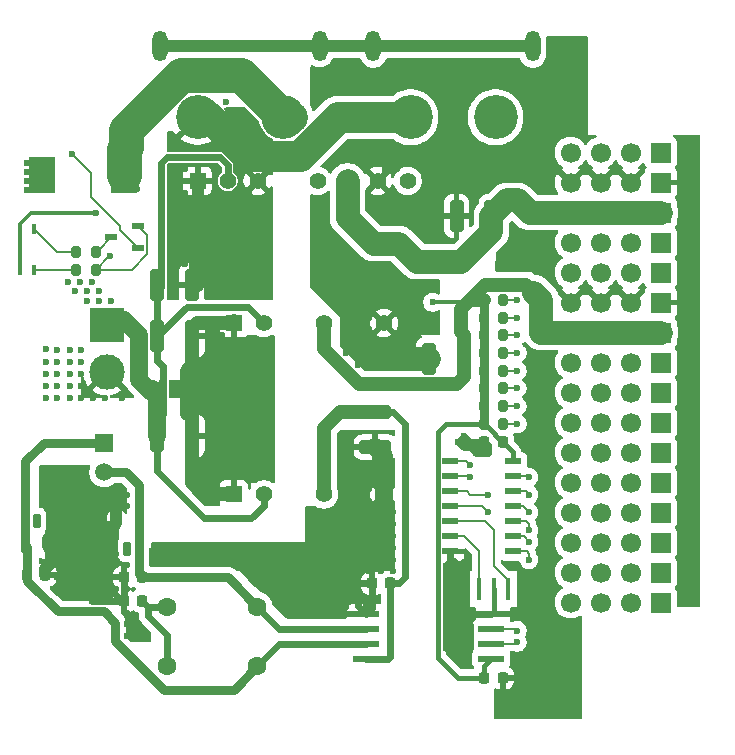
<source format=gtl>
%TF.GenerationSoftware,KiCad,Pcbnew,9.0.4*%
%TF.CreationDate,2025-11-06T05:06:55+09:00*%
%TF.ProjectId,CAN_Isolation_mini,43414e5f-4973-46f6-9c61-74696f6e5f6d,Ver.1.1*%
%TF.SameCoordinates,Original*%
%TF.FileFunction,Copper,L1,Top*%
%TF.FilePolarity,Positive*%
%FSLAX46Y46*%
G04 Gerber Fmt 4.6, Leading zero omitted, Abs format (unit mm)*
G04 Created by KiCad (PCBNEW 9.0.4) date 2025-11-06 05:06:55*
%MOMM*%
%LPD*%
G01*
G04 APERTURE LIST*
G04 Aperture macros list*
%AMRoundRect*
0 Rectangle with rounded corners*
0 $1 Rounding radius*
0 $2 $3 $4 $5 $6 $7 $8 $9 X,Y pos of 4 corners*
0 Add a 4 corners polygon primitive as box body*
4,1,4,$2,$3,$4,$5,$6,$7,$8,$9,$2,$3,0*
0 Add four circle primitives for the rounded corners*
1,1,$1+$1,$2,$3*
1,1,$1+$1,$4,$5*
1,1,$1+$1,$6,$7*
1,1,$1+$1,$8,$9*
0 Add four rect primitives between the rounded corners*
20,1,$1+$1,$2,$3,$4,$5,0*
20,1,$1+$1,$4,$5,$6,$7,0*
20,1,$1+$1,$6,$7,$8,$9,0*
20,1,$1+$1,$8,$9,$2,$3,0*%
G04 Aperture macros list end*
%TA.AperFunction,SMDPad,CuDef*%
%ADD10R,2.200000X3.100000*%
%TD*%
%TA.AperFunction,SMDPad,CuDef*%
%ADD11RoundRect,0.225000X-0.225000X-0.250000X0.225000X-0.250000X0.225000X0.250000X-0.225000X0.250000X0*%
%TD*%
%TA.AperFunction,SMDPad,CuDef*%
%ADD12RoundRect,0.200000X-0.200000X-0.275000X0.200000X-0.275000X0.200000X0.275000X-0.200000X0.275000X0*%
%TD*%
%TA.AperFunction,SMDPad,CuDef*%
%ADD13R,2.253927X0.622132*%
%TD*%
%TA.AperFunction,ComponentPad*%
%ADD14R,1.700000X1.700000*%
%TD*%
%TA.AperFunction,ComponentPad*%
%ADD15C,1.700000*%
%TD*%
%TA.AperFunction,ComponentPad*%
%ADD16R,3.000000X3.000000*%
%TD*%
%TA.AperFunction,ComponentPad*%
%ADD17C,3.000000*%
%TD*%
%TA.AperFunction,SMDPad,CuDef*%
%ADD18R,0.690000X0.320000*%
%TD*%
%TA.AperFunction,SMDPad,CuDef*%
%ADD19R,1.000000X1.600000*%
%TD*%
%TA.AperFunction,SMDPad,CuDef*%
%ADD20RoundRect,0.250000X-0.325000X-1.100000X0.325000X-1.100000X0.325000X1.100000X-0.325000X1.100000X0*%
%TD*%
%TA.AperFunction,ComponentPad*%
%ADD21C,1.600000*%
%TD*%
%TA.AperFunction,ComponentPad*%
%ADD22C,3.716000*%
%TD*%
%TA.AperFunction,ComponentPad*%
%ADD23O,1.300000X2.600000*%
%TD*%
%TA.AperFunction,SMDPad,CuDef*%
%ADD24R,1.016000X0.558800*%
%TD*%
%TA.AperFunction,SMDPad,CuDef*%
%ADD25RoundRect,0.075000X0.225000X-0.540000X0.225000X0.540000X-0.225000X0.540000X-0.225000X-0.540000X0*%
%TD*%
%TA.AperFunction,SMDPad,CuDef*%
%ADD26R,0.393700X0.812800*%
%TD*%
%TA.AperFunction,ComponentPad*%
%ADD27R,1.397000X1.397000*%
%TD*%
%TA.AperFunction,ComponentPad*%
%ADD28C,1.397000*%
%TD*%
%TA.AperFunction,SMDPad,CuDef*%
%ADD29R,1.397000X0.558800*%
%TD*%
%TA.AperFunction,SMDPad,CuDef*%
%ADD30RoundRect,0.225000X0.225000X0.250000X-0.225000X0.250000X-0.225000X-0.250000X0.225000X-0.250000X0*%
%TD*%
%TA.AperFunction,SMDPad,CuDef*%
%ADD31RoundRect,0.250000X0.325000X1.100000X-0.325000X1.100000X-0.325000X-1.100000X0.325000X-1.100000X0*%
%TD*%
%TA.AperFunction,SMDPad,CuDef*%
%ADD32R,0.400000X1.900000*%
%TD*%
%TA.AperFunction,SMDPad,CuDef*%
%ADD33RoundRect,0.250000X-1.100000X0.325000X-1.100000X-0.325000X1.100000X-0.325000X1.100000X0.325000X0*%
%TD*%
%TA.AperFunction,SMDPad,CuDef*%
%ADD34RoundRect,0.075000X-0.225000X0.540000X-0.225000X-0.540000X0.225000X-0.540000X0.225000X0.540000X0*%
%TD*%
%TA.AperFunction,ComponentPad*%
%ADD35R,1.508000X1.508000*%
%TD*%
%TA.AperFunction,ComponentPad*%
%ADD36C,1.508000*%
%TD*%
%TA.AperFunction,ViaPad*%
%ADD37C,0.600000*%
%TD*%
%TA.AperFunction,Conductor*%
%ADD38C,0.600000*%
%TD*%
%TA.AperFunction,Conductor*%
%ADD39C,1.500000*%
%TD*%
%TA.AperFunction,Conductor*%
%ADD40C,2.600000*%
%TD*%
%TA.AperFunction,Conductor*%
%ADD41C,0.400000*%
%TD*%
%TA.AperFunction,Conductor*%
%ADD42C,1.200000*%
%TD*%
%TA.AperFunction,Conductor*%
%ADD43C,1.100000*%
%TD*%
%TA.AperFunction,Conductor*%
%ADD44C,1.000000*%
%TD*%
%TA.AperFunction,Conductor*%
%ADD45C,0.200000*%
%TD*%
%TA.AperFunction,Conductor*%
%ADD46C,0.800000*%
%TD*%
%TA.AperFunction,Conductor*%
%ADD47C,2.000000*%
%TD*%
%TA.AperFunction,Conductor*%
%ADD48C,0.300000*%
%TD*%
%TA.AperFunction,Conductor*%
%ADD49C,3.000000*%
%TD*%
%TA.AperFunction,Conductor*%
%ADD50C,2.800000*%
%TD*%
G04 APERTURE END LIST*
D10*
%TO.P,D3,A*%
%TO.N,BAT_12V*%
X92388363Y-81280000D03*
%TO.P,D3,C*%
%TO.N,Net-(D3-PadC)*%
X99388363Y-81280000D03*
%TD*%
D11*
%TO.P,C7,1*%
%TO.N,GND_VP*%
X129882095Y-103809000D03*
%TO.P,C7,2*%
%TO.N,+3.3VP*%
X131432095Y-103809000D03*
%TD*%
D12*
%TO.P,R9,1*%
%TO.N,Net-(LED1-Pad1)*%
X95332095Y-89294905D03*
%TO.P,R9,2*%
%TO.N,GND_VP*%
X96982095Y-89294905D03*
%TD*%
D13*
%TO.P,U2,1,VCC1*%
%TO.N,+3.3VP*%
X130457618Y-122214000D03*
%TO.P,U2,2,TXD*%
%TO.N,Net-(U1-TXCAN)*%
X130457618Y-120944000D03*
%TO.P,U2,3,RXD*%
%TO.N,Net-(U1-RXCAN)*%
X130457618Y-119674000D03*
%TO.P,U2,4,GND1*%
%TO.N,GND_VP*%
X130457618Y-118404000D03*
%TO.P,U2,5,GND2*%
%TO.N,GND_5VCAN*%
X119856572Y-118404000D03*
%TO.P,U2,6,CANL*%
%TO.N,CAN_L*%
X119856572Y-119674000D03*
%TO.P,U2,7,CANH*%
%TO.N,CAN_H*%
X119856572Y-120944000D03*
%TO.P,U2,8,VCC2*%
%TO.N,+5VCAN*%
X119856572Y-122214000D03*
%TD*%
D14*
%TO.P,J6,1,Pin_1*%
%TO.N,unconnected-(J6-Pin_1-Pad1)*%
X144810000Y-89500000D03*
D15*
%TO.P,J6,2,Pin_2*%
%TO.N,unconnected-(J6-Pin_2-Pad2)*%
X142270000Y-89500000D03*
%TO.P,J6,3,Pin_3*%
%TO.N,unconnected-(J6-Pin_3-Pad3)*%
X139730000Y-89500000D03*
%TO.P,J6,4,Pin_4*%
%TO.N,unconnected-(J6-Pin_4-Pad4)*%
X137190000Y-89500000D03*
%TD*%
D14*
%TO.P,J3,1,Pin_1*%
%TO.N,GND_VP*%
X144810000Y-81880000D03*
D15*
%TO.P,J3,2,Pin_2*%
X142270000Y-81880000D03*
%TO.P,J3,3,Pin_3*%
X139730000Y-81880000D03*
%TO.P,J3,4,Pin_4*%
X137190000Y-81880000D03*
%TD*%
D11*
%TO.P,C10,1*%
%TO.N,CAN_H*%
X91165000Y-115110000D03*
%TO.P,C10,2*%
%TO.N,GND_5VCAN*%
X92715000Y-115110000D03*
%TD*%
D14*
%TO.P,J8,1,Pin_1*%
%TO.N,+3.3VP*%
X144810000Y-94580000D03*
D15*
%TO.P,J8,2,Pin_2*%
X142270000Y-94580000D03*
%TO.P,J8,3,Pin_3*%
X139730000Y-94580000D03*
%TO.P,J8,4,Pin_4*%
X137190000Y-94580000D03*
%TD*%
D16*
%TO.P,X1,1*%
%TO.N,BAT_12V*%
X97922500Y-93930000D03*
D17*
%TO.P,X1,2*%
%TO.N,BAT_GND*%
X97922500Y-97890000D03*
%TD*%
D14*
%TO.P,J11,1,Pin_1*%
%TO.N,CAN_LED*%
X144810000Y-102200000D03*
D15*
%TO.P,J11,2,Pin_2*%
X142270000Y-102200000D03*
%TO.P,J11,3,Pin_3*%
X139730000Y-102200000D03*
%TO.P,J11,4,Pin_4*%
X137190000Y-102200000D03*
%TD*%
D14*
%TO.P,J17,1,Pin_1*%
%TO.N,unconnected-(J17-Pin_1-Pad1)*%
X144810000Y-117440000D03*
D15*
%TO.P,J17,2,Pin_2*%
%TO.N,unconnected-(J17-Pin_2-Pad2)*%
X142270000Y-117440000D03*
%TO.P,J17,3,Pin_3*%
%TO.N,unconnected-(J17-Pin_3-Pad3)*%
X139730000Y-117440000D03*
%TO.P,J17,4,Pin_4*%
%TO.N,unconnected-(J17-Pin_4-Pad4)*%
X137190000Y-117440000D03*
%TD*%
D18*
%TO.P,U5,1,GND*%
%TO.N,BAT_GND*%
X104677095Y-100045000D03*
%TO.P,U5,2,GND*%
X104677095Y-99395000D03*
%TO.P,U5,3,GND*%
X104677095Y-98745000D03*
%TO.P,U5,4,IN*%
%TO.N,BAT_12V*%
X102637095Y-98745000D03*
%TO.P,U5,5,IN*%
X102637095Y-99395000D03*
%TO.P,U5,6,IN*%
X102637095Y-100045000D03*
D19*
%TO.P,U5,7,GND*%
%TO.N,BAT_GND*%
X103657095Y-99395000D03*
%TD*%
D14*
%TO.P,J15,1,Pin_1*%
%TO.N,CAN_SCK*%
X144810000Y-112360000D03*
D15*
%TO.P,J15,2,Pin_2*%
X142270000Y-112360000D03*
%TO.P,J15,3,Pin_3*%
X139730000Y-112360000D03*
%TO.P,J15,4,Pin_4*%
X137190000Y-112360000D03*
%TD*%
D14*
%TO.P,J13,1,Pin_1*%
%TO.N,CAN_SDO*%
X144810000Y-107280000D03*
D15*
%TO.P,J13,2,Pin_2*%
X142270000Y-107280000D03*
%TO.P,J13,3,Pin_3*%
X139730000Y-107280000D03*
%TO.P,J13,4,Pin_4*%
X137190000Y-107280000D03*
%TD*%
D20*
%TO.P,C2,1*%
%TO.N,BAT_12V*%
X102182095Y-103309000D03*
%TO.P,C2,2*%
%TO.N,BAT_GND*%
X105132095Y-103309000D03*
%TD*%
D21*
%TO.P,R12,1*%
%TO.N,Net-(C12-Pad1)*%
X103037095Y-117809000D03*
%TO.P,R12,2*%
%TO.N,CAN_L*%
X110657095Y-117809000D03*
%TD*%
D11*
%TO.P,C5,1*%
%TO.N,+3.3VP*%
X129882095Y-123809000D03*
%TO.P,C5,2*%
%TO.N,GND_VP*%
X131432095Y-123809000D03*
%TD*%
D22*
%TO.P,J21,1,1*%
%TO.N,Net-(D3-PadC)*%
X112801000Y-76327000D03*
%TO.P,J21,2,2*%
%TO.N,BAT_GND*%
X105601000Y-76327000D03*
D23*
%TO.P,J21,S1,SHIELD*%
X115951000Y-70327000D03*
%TO.P,J21,S2,SHIELD*%
X102451000Y-70327000D03*
%TD*%
D24*
%TO.P,U6,1*%
%TO.N,CAN_LED*%
X100584000Y-87437001D03*
%TO.P,U6,2*%
%TO.N,GND_VP*%
X100584000Y-85536999D03*
%TO.P,U6,3*%
%TO.N,Net-(R10-Pad2)*%
X98298000Y-86487000D03*
%TD*%
D14*
%TO.P,J16,1,Pin_1*%
%TO.N,unconnected-(J16-Pin_1-Pad1)*%
X144810000Y-114900000D03*
D15*
%TO.P,J16,2,Pin_2*%
%TO.N,unconnected-(J16-Pin_2-Pad2)*%
X142270000Y-114900000D03*
%TO.P,J16,3,Pin_3*%
%TO.N,unconnected-(J16-Pin_3-Pad3)*%
X139730000Y-114900000D03*
%TO.P,J16,4,Pin_4*%
%TO.N,unconnected-(J16-Pin_4-Pad4)*%
X137190000Y-114900000D03*
%TD*%
D14*
%TO.P,J7,1,Pin_1*%
%TO.N,GND_VP*%
X144810000Y-92040000D03*
D15*
%TO.P,J7,2,Pin_2*%
X142270000Y-92040000D03*
%TO.P,J7,3,Pin_3*%
X139730000Y-92040000D03*
%TO.P,J7,4,Pin_4*%
X137190000Y-92040000D03*
%TD*%
D11*
%TO.P,C11,1*%
%TO.N,GND_5VCAN*%
X99382095Y-115309000D03*
%TO.P,C11,2*%
%TO.N,CAN_L*%
X100932095Y-115309000D03*
%TD*%
D25*
%TO.P,D1,1*%
%TO.N,CAN_H*%
X91030000Y-112640000D03*
%TO.P,D1,2*%
%TO.N,GND_5VCAN*%
X92930000Y-112640000D03*
%TO.P,D1,3*%
%TO.N,unconnected-(D1-Pad3)*%
X91980000Y-110520000D03*
%TD*%
D26*
%TO.P,LED2,1*%
%TO.N,Net-(LED2-Pad1)*%
X91760345Y-85794905D03*
%TO.P,LED2,2*%
%TO.N,+3.3VP*%
X90553845Y-85794905D03*
%TD*%
D14*
%TO.P,J10,1,Pin_1*%
%TO.N,unconnected-(J10-Pin_1-Pad1)*%
X144810000Y-99660000D03*
D15*
%TO.P,J10,2,Pin_2*%
%TO.N,unconnected-(J10-Pin_2-Pad2)*%
X142270000Y-99660000D03*
%TO.P,J10,3,Pin_3*%
%TO.N,unconnected-(J10-Pin_3-Pad3)*%
X139730000Y-99660000D03*
%TO.P,J10,4,Pin_4*%
%TO.N,unconnected-(J10-Pin_4-Pad4)*%
X137190000Y-99660000D03*
%TD*%
D20*
%TO.P,C8,1*%
%TO.N,BAT_12V*%
X102157000Y-90551000D03*
%TO.P,C8,2*%
%TO.N,BAT_GND*%
X105107000Y-90551000D03*
%TD*%
D27*
%TO.P,U3,1,-VIN*%
%TO.N,BAT_GND*%
X108680095Y-93785000D03*
D28*
%TO.P,U3,2,+VIN*%
%TO.N,BAT_12V*%
X111220095Y-93785000D03*
%TO.P,U3,3,+VOUT*%
%TO.N,+3.3VP*%
X116300095Y-93785000D03*
%TO.P,U3,4,-VOUT*%
%TO.N,GND_VP*%
X121380095Y-93785000D03*
%TD*%
D27*
%TO.P,U4,1,-VIN*%
%TO.N,BAT_GND*%
X108680095Y-108285000D03*
D28*
%TO.P,U4,2,+VIN*%
%TO.N,BAT_12V*%
X111220095Y-108285000D03*
%TO.P,U4,3,+VOUT*%
%TO.N,+5VCAN*%
X116300095Y-108285000D03*
%TO.P,U4,4,-VOUT*%
%TO.N,GND_5VCAN*%
X121380095Y-108285000D03*
%TD*%
D14*
%TO.P,J9,1,Pin_1*%
%TO.N,unconnected-(J9-Pin_1-Pad1)*%
X144810000Y-97120000D03*
D15*
%TO.P,J9,2,Pin_2*%
%TO.N,unconnected-(J9-Pin_2-Pad2)*%
X142270000Y-97120000D03*
%TO.P,J9,3,Pin_3*%
%TO.N,unconnected-(J9-Pin_3-Pad3)*%
X139730000Y-97120000D03*
%TO.P,J9,4,Pin_4*%
%TO.N,unconnected-(J9-Pin_4-Pad4)*%
X137190000Y-97120000D03*
%TD*%
D12*
%TO.P,R5,1*%
%TO.N,+3.3VP*%
X129832095Y-96309000D03*
%TO.P,R5,2*%
%TO.N,CAN_GPIO0*%
X131482095Y-96309000D03*
%TD*%
%TO.P,R3,1*%
%TO.N,+3.3VP*%
X129832095Y-99309000D03*
%TO.P,R3,2*%
%TO.N,CAN_SDI*%
X131482095Y-99309000D03*
%TD*%
D29*
%TO.P,U1,1,TXCAN*%
%TO.N,Net-(U1-TXCAN)*%
X127002795Y-105499000D03*
%TO.P,U1,2,RXCAN*%
%TO.N,Net-(U1-RXCAN)*%
X127002795Y-106769000D03*
%TO.P,U1,3,CLKO/SOF*%
%TO.N,CAN_CLK*%
X127002795Y-108039000D03*
%TO.P,U1,4,\u002AINT*%
%TO.N,CAN_INT*%
X127002795Y-109309000D03*
%TO.P,U1,5,OSC2*%
%TO.N,Net-(U1-OSC2)*%
X127002795Y-110579000D03*
%TO.P,U1,6,OSC1*%
%TO.N,Net-(U1-OSC1)*%
X127002795Y-111849000D03*
%TO.P,U1,7,VSS*%
%TO.N,GND_VP*%
X127002795Y-113119000D03*
%TO.P,U1,8,\u002AINT1/GPIO1*%
%TO.N,CAN_GPIO1*%
X132311395Y-113119000D03*
%TO.P,U1,9,\u002AINT0/GPIO0/XSTBY*%
%TO.N,CAN_GPIO0*%
X132311395Y-111849000D03*
%TO.P,U1,10,SCK*%
%TO.N,CAN_SCK*%
X132311395Y-110579000D03*
%TO.P,U1,11,SDI*%
%TO.N,CAN_SDI*%
X132311395Y-109309000D03*
%TO.P,U1,12,SDO*%
%TO.N,CAN_SDO*%
X132311395Y-108039000D03*
%TO.P,U1,13,NCS*%
%TO.N,CAN_CS*%
X132311395Y-106769000D03*
%TO.P,U1,14,VDD*%
%TO.N,+3.3VP*%
X132311395Y-105499000D03*
%TD*%
D26*
%TO.P,LED1,1*%
%TO.N,Net-(LED1-Pad1)*%
X91760345Y-89294905D03*
%TO.P,LED1,2*%
%TO.N,+3.3VP*%
X90553845Y-89294905D03*
%TD*%
D27*
%TO.P,U7,1,-VIN*%
%TO.N,BAT_GND*%
X105608000Y-81741000D03*
D28*
%TO.P,U7,2,+VIN*%
%TO.N,BAT_12V*%
X108148000Y-81741000D03*
%TO.P,U7,3,RC*%
%TO.N,BAT_GND*%
X110688000Y-81741000D03*
%TO.P,U7,5,NC*%
%TO.N,unconnected-(U7-NC-Pad5)*%
X115768000Y-81741000D03*
%TO.P,U7,6,+VOUT*%
%TO.N,+5VP*%
X118308000Y-81741000D03*
%TO.P,U7,7,-VOUT*%
%TO.N,GND_VP*%
X120848000Y-81741000D03*
%TO.P,U7,8,NC*%
%TO.N,unconnected-(U7-NC-Pad8)*%
X123388000Y-81741000D03*
%TD*%
D12*
%TO.P,R2,1*%
%TO.N,+3.3VP*%
X129832095Y-100809000D03*
%TO.P,R2,2*%
%TO.N,CAN_SDO*%
X131482095Y-100809000D03*
%TD*%
D20*
%TO.P,C1,1*%
%TO.N,BAT_12V*%
X102182095Y-94895000D03*
%TO.P,C1,2*%
%TO.N,BAT_GND*%
X105132095Y-94895000D03*
%TD*%
D30*
%TO.P,C6,1*%
%TO.N,+5VCAN*%
X121932095Y-115809000D03*
%TO.P,C6,2*%
%TO.N,GND_5VCAN*%
X120382095Y-115809000D03*
%TD*%
%TO.P,C12,1*%
%TO.N,Net-(C12-Pad1)*%
X100932095Y-117309000D03*
%TO.P,C12,2*%
%TO.N,GND_5VCAN*%
X99382095Y-117309000D03*
%TD*%
D21*
%TO.P,R11,1*%
%TO.N,CAN_H*%
X110657095Y-122809000D03*
%TO.P,R11,2*%
%TO.N,Net-(C12-Pad1)*%
X103037095Y-122809000D03*
%TD*%
D31*
%TO.P,C3,1*%
%TO.N,+3.3VP*%
X128132095Y-96809000D03*
%TO.P,C3,2*%
%TO.N,GND_VP*%
X125182095Y-96809000D03*
%TD*%
D14*
%TO.P,J2,1,Pin_1*%
%TO.N,unconnected-(J2-Pin_1-Pad1)*%
X144810000Y-79340000D03*
D15*
%TO.P,J2,2,Pin_2*%
%TO.N,unconnected-(J2-Pin_2-Pad2)*%
X142270000Y-79340000D03*
%TO.P,J2,3,Pin_3*%
%TO.N,unconnected-(J2-Pin_3-Pad3)*%
X139730000Y-79340000D03*
%TO.P,J2,4,Pin_4*%
%TO.N,unconnected-(J2-Pin_4-Pad4)*%
X137190000Y-79340000D03*
%TD*%
D14*
%TO.P,J5,1,Pin_1*%
%TO.N,unconnected-(J5-Pin_1-Pad1)*%
X144810000Y-86960000D03*
D15*
%TO.P,J5,2,Pin_2*%
%TO.N,unconnected-(J5-Pin_2-Pad2)*%
X142270000Y-86960000D03*
%TO.P,J5,3,Pin_3*%
%TO.N,unconnected-(J5-Pin_3-Pad3)*%
X139730000Y-86960000D03*
%TO.P,J5,4,Pin_4*%
%TO.N,unconnected-(J5-Pin_4-Pad4)*%
X137190000Y-86960000D03*
%TD*%
D32*
%TO.P,Y1,1*%
%TO.N,Net-(U1-OSC2)*%
X131857095Y-116309000D03*
%TO.P,Y1,2*%
%TO.N,GND_VP*%
X130657095Y-116309000D03*
%TO.P,Y1,3*%
%TO.N,Net-(U1-OSC1)*%
X129457095Y-116309000D03*
%TD*%
D33*
%TO.P,C4,1*%
%TO.N,+5VCAN*%
X120657095Y-101334000D03*
%TO.P,C4,2*%
%TO.N,GND_5VCAN*%
X120657095Y-104284000D03*
%TD*%
D31*
%TO.P,C9,1*%
%TO.N,+5VP*%
X130475000Y-84700000D03*
%TO.P,C9,2*%
%TO.N,GND_VP*%
X127525000Y-84700000D03*
%TD*%
D34*
%TO.P,D2,1*%
%TO.N,CAN_L*%
X100607095Y-110749000D03*
%TO.P,D2,2*%
%TO.N,GND_5VCAN*%
X98707095Y-110749000D03*
%TO.P,D2,3*%
%TO.N,unconnected-(D2-Pad3)*%
X99657095Y-112869000D03*
%TD*%
D14*
%TO.P,J14,1,Pin_1*%
%TO.N,CAN_SDI*%
X144810000Y-109820000D03*
D15*
%TO.P,J14,2,Pin_2*%
X142270000Y-109820000D03*
%TO.P,J14,3,Pin_3*%
X139730000Y-109820000D03*
%TO.P,J14,4,Pin_4*%
X137190000Y-109820000D03*
%TD*%
D14*
%TO.P,J4,1,Pin_1*%
%TO.N,+5VP*%
X144810000Y-84420000D03*
D15*
%TO.P,J4,2,Pin_2*%
X142270000Y-84420000D03*
%TO.P,J4,3,Pin_3*%
X139730000Y-84420000D03*
%TO.P,J4,4,Pin_4*%
X137190000Y-84420000D03*
%TD*%
D14*
%TO.P,J12,1,Pin_1*%
%TO.N,CAN_CS*%
X144810000Y-104740000D03*
D15*
%TO.P,J12,2,Pin_2*%
X142270000Y-104740000D03*
%TO.P,J12,3,Pin_3*%
X139730000Y-104740000D03*
%TO.P,J12,4,Pin_4*%
X137190000Y-104740000D03*
%TD*%
D12*
%TO.P,R10,1*%
%TO.N,Net-(LED2-Pad1)*%
X95314000Y-87757000D03*
%TO.P,R10,2*%
%TO.N,Net-(R10-Pad2)*%
X96964000Y-87757000D03*
%TD*%
%TO.P,R6,1*%
%TO.N,+3.3VP*%
X129832095Y-94809000D03*
%TO.P,R6,2*%
%TO.N,CAN_GPIO1*%
X131482095Y-94809000D03*
%TD*%
%TO.P,R1,1*%
%TO.N,+3.3VP*%
X129832095Y-102309000D03*
%TO.P,R1,2*%
%TO.N,CAN_CS*%
X131482095Y-102309000D03*
%TD*%
%TO.P,R7,1*%
%TO.N,+3.3VP*%
X129832095Y-91809000D03*
%TO.P,R7,2*%
%TO.N,CAN_CLK*%
X131482095Y-91809000D03*
%TD*%
%TO.P,R8,1*%
%TO.N,+3.3VP*%
X129832095Y-93309000D03*
%TO.P,R8,2*%
%TO.N,CAN_INT*%
X131482095Y-93309000D03*
%TD*%
D35*
%TO.P,J1,1,1*%
%TO.N,CAN_H*%
X97680000Y-103900000D03*
D36*
%TO.P,J1,2,2*%
%TO.N,CAN_L*%
X97680000Y-106400000D03*
%TD*%
D22*
%TO.P,J22,1,1*%
%TO.N,BAT_12V*%
X130835000Y-76358000D03*
%TO.P,J22,2,2*%
%TO.N,BAT_GND*%
X123635000Y-76358000D03*
D23*
%TO.P,J22,S1,SHIELD*%
X133985000Y-70358000D03*
%TO.P,J22,S2,SHIELD*%
X120485000Y-70358000D03*
%TD*%
D12*
%TO.P,R4,1*%
%TO.N,+3.3VP*%
X129832095Y-97809000D03*
%TO.P,R4,2*%
%TO.N,CAN_SCK*%
X131482095Y-97809000D03*
%TD*%
D37*
%TO.N,BAT_12V*%
X93091000Y-81788000D03*
X97282000Y-91948000D03*
X91821000Y-81788000D03*
X93091000Y-82550000D03*
X91186000Y-80264000D03*
X97282000Y-91059000D03*
X91186000Y-81026000D03*
X91821000Y-81026000D03*
X91821000Y-80264000D03*
X93091000Y-80264000D03*
X92456000Y-82550000D03*
X91186000Y-82550000D03*
X96647000Y-90297000D03*
X92456000Y-81788000D03*
X91186000Y-81788000D03*
X93091000Y-81026000D03*
X91821000Y-82550000D03*
X96266000Y-91948000D03*
X94615000Y-90297000D03*
X95250000Y-91059000D03*
X95631000Y-90297000D03*
X98298000Y-91948000D03*
X96266000Y-91059000D03*
X92456000Y-80264000D03*
X92456000Y-81026000D03*
%TO.N,BAT_GND*%
X110657095Y-97785000D03*
X109657095Y-102809000D03*
X93730000Y-96020000D03*
X107657095Y-95809000D03*
X110000000Y-89700000D03*
X110000000Y-91500000D03*
X108000000Y-77100000D03*
X111657095Y-97809000D03*
X106657095Y-101809000D03*
X108657095Y-98809000D03*
X109998000Y-82741000D03*
X94770000Y-100100000D03*
X106657095Y-98809000D03*
X106657095Y-97809000D03*
X106998000Y-86741000D03*
X95730000Y-96030000D03*
X109657095Y-98809000D03*
X107657095Y-100809000D03*
X108657095Y-103809000D03*
X110998000Y-86741000D03*
X92770000Y-100090000D03*
X103498000Y-85741000D03*
X108000000Y-76100000D03*
X103498000Y-83741000D03*
X108657095Y-95809000D03*
X95730000Y-97110000D03*
X109657095Y-105809000D03*
X108657095Y-96809000D03*
X94770000Y-97100000D03*
X107657095Y-106809000D03*
X109200000Y-77100000D03*
X109657095Y-104809000D03*
X93730000Y-99100000D03*
X107657095Y-96809000D03*
X96730000Y-100110000D03*
X108000000Y-75100000D03*
X106657095Y-100809000D03*
X108657095Y-105809000D03*
X106998000Y-85741000D03*
X109200000Y-78000000D03*
X94770000Y-98100000D03*
X92770000Y-98090000D03*
X108657095Y-106809000D03*
X103498000Y-86741000D03*
X109200000Y-78900000D03*
X110657095Y-100809000D03*
X108000000Y-91500000D03*
X110657095Y-96809000D03*
X107998000Y-85741000D03*
X95730000Y-100110000D03*
X108657095Y-99809000D03*
X111657095Y-102809000D03*
X95730000Y-98110000D03*
X108998000Y-84741000D03*
X110657095Y-103809000D03*
X92770000Y-97090000D03*
X93730000Y-100100000D03*
X107998000Y-84741000D03*
X104498000Y-86741000D03*
X111657095Y-103809000D03*
X109998000Y-87741000D03*
X109657095Y-103809000D03*
X109998000Y-84741000D03*
X111657095Y-96809000D03*
X107000000Y-91500000D03*
X109000000Y-89700000D03*
X107657095Y-102809000D03*
X108657095Y-101809000D03*
X104498000Y-83741000D03*
X108657095Y-100809000D03*
X109998000Y-83741000D03*
X109657095Y-101809000D03*
X110657095Y-98809000D03*
X107657095Y-98809000D03*
X107998000Y-88741000D03*
X109000000Y-91500000D03*
X103498000Y-84741000D03*
X94770000Y-96020000D03*
X104498000Y-81741000D03*
X106998000Y-80741000D03*
X111000000Y-91500000D03*
X111000000Y-89700000D03*
X106657095Y-103809000D03*
X111657095Y-98809000D03*
X94770000Y-99100000D03*
X108000000Y-89700000D03*
X103498000Y-80741000D03*
X108657095Y-97809000D03*
X111657095Y-105809000D03*
X108657095Y-104809000D03*
X109201000Y-76100000D03*
X108998000Y-83741000D03*
X107657095Y-103809000D03*
X106657095Y-95809000D03*
X109657095Y-96809000D03*
X109657095Y-95809000D03*
X109657095Y-106809000D03*
X107657095Y-104809000D03*
X111657095Y-95809000D03*
X110998000Y-88741000D03*
X107657095Y-105809000D03*
X108000000Y-78000000D03*
X106998000Y-84741000D03*
X108998000Y-86741000D03*
X103498000Y-81741000D03*
X109657095Y-100809000D03*
X108998000Y-87741000D03*
X104498000Y-85741000D03*
X110657095Y-104809000D03*
X108998000Y-82741000D03*
X110657095Y-102809000D03*
X92770000Y-96010000D03*
X109998000Y-86741000D03*
X104498000Y-87741000D03*
X104498000Y-82741000D03*
X92770000Y-99090000D03*
X106998000Y-83741000D03*
X104498000Y-84741000D03*
X110657095Y-95809000D03*
X110000000Y-90600000D03*
X110998000Y-85741000D03*
X99230000Y-100110000D03*
X110657095Y-99809000D03*
X107657095Y-101809000D03*
X109657095Y-97809000D03*
X109998000Y-85741000D03*
X95730000Y-99110000D03*
X111657095Y-106809000D03*
X110998000Y-83741000D03*
X106657095Y-105809000D03*
X110657095Y-105809000D03*
X108998000Y-85741000D03*
X111657095Y-101809000D03*
X107000000Y-90600000D03*
X110657095Y-101809000D03*
X106657095Y-102809000D03*
X107657095Y-97809000D03*
X107998000Y-87741000D03*
X106998000Y-88741000D03*
X104498000Y-88741000D03*
X111657095Y-104809000D03*
X111000000Y-90600000D03*
X104498000Y-80741000D03*
X108657095Y-102809000D03*
X111657095Y-100809000D03*
X106657095Y-104809000D03*
X107000000Y-89700000D03*
X107998000Y-83741000D03*
X106657095Y-106809000D03*
X109657095Y-99809000D03*
X109998000Y-88741000D03*
X109000000Y-90600000D03*
X93730000Y-97100000D03*
X110998000Y-87741000D03*
X107657095Y-94809000D03*
X110657095Y-106809000D03*
X106657095Y-99809000D03*
X97730000Y-100110000D03*
X108000000Y-90600000D03*
X103498000Y-87741000D03*
X111657095Y-99809000D03*
X107998000Y-86741000D03*
X106657095Y-96809000D03*
X103498000Y-82741000D03*
X110998000Y-84741000D03*
X106998000Y-82741000D03*
X107657095Y-99809000D03*
X93730000Y-98100000D03*
X106998000Y-87741000D03*
X106657095Y-94809000D03*
X108998000Y-88741000D03*
%TO.N,GND_5VCAN*%
X120157095Y-110809000D03*
X113157095Y-117809000D03*
X111157095Y-112809000D03*
X118157095Y-117809000D03*
X97657095Y-114294905D03*
X115157095Y-112809000D03*
X99600000Y-109300000D03*
X96657095Y-109294905D03*
X107157095Y-113809000D03*
X116157095Y-111809000D03*
X95657095Y-111294905D03*
X122157095Y-109809000D03*
X97657095Y-113294905D03*
X122157095Y-114809000D03*
X97657095Y-117294905D03*
X120157095Y-112809000D03*
X95657095Y-112294905D03*
X97657095Y-108294905D03*
X121157095Y-109809000D03*
X117157095Y-112809000D03*
X108157095Y-112809000D03*
X118157095Y-114809000D03*
X94657095Y-110294905D03*
X122157095Y-110809000D03*
X118157095Y-115809000D03*
X108157095Y-113809000D03*
X118157095Y-105809000D03*
X93700000Y-112320000D03*
X120157095Y-105809000D03*
X97657095Y-109294905D03*
X106157095Y-112809000D03*
X113157095Y-115809000D03*
X122157095Y-113809000D03*
X95657095Y-114294905D03*
X113157095Y-112809000D03*
X96657095Y-110294905D03*
X96657095Y-115294905D03*
X96657095Y-113294905D03*
X103157095Y-112809000D03*
X119157095Y-116809000D03*
X119157095Y-105809000D03*
X96657095Y-117294905D03*
X117157095Y-117809000D03*
X102157095Y-112809000D03*
X114157095Y-112809000D03*
X99657095Y-116294905D03*
X94657095Y-114294905D03*
X114157095Y-117809000D03*
X93700000Y-115290000D03*
X93657095Y-110294905D03*
X115157095Y-115809000D03*
X94657095Y-109294905D03*
X121157095Y-111809000D03*
X114157095Y-114809000D03*
X95657095Y-113294905D03*
X98600000Y-109300000D03*
X120157095Y-109809000D03*
X119157095Y-111809000D03*
X114157095Y-113809000D03*
X112157095Y-113809000D03*
X111157095Y-115809000D03*
X96657095Y-111294905D03*
X109157095Y-112809000D03*
X121157095Y-112809000D03*
X100657095Y-119294905D03*
X96657095Y-114294905D03*
X120157095Y-108809000D03*
X98600000Y-108300000D03*
X115157095Y-110809000D03*
X121157095Y-114809000D03*
X117157095Y-114809000D03*
X96657095Y-116294905D03*
X94657095Y-108294905D03*
X111157095Y-114809000D03*
X93650000Y-108290000D03*
X117157095Y-116809000D03*
X116157095Y-114809000D03*
X95657095Y-115294905D03*
X112157095Y-115809000D03*
X93650000Y-109320000D03*
X115157095Y-109809000D03*
X100657095Y-120294905D03*
X97657095Y-111294905D03*
X97657095Y-110294905D03*
X105157095Y-112809000D03*
X114157095Y-116809000D03*
X114157095Y-115809000D03*
X94650000Y-116310000D03*
X94657095Y-113294905D03*
X122157095Y-112809000D03*
X99657095Y-114294905D03*
X93657095Y-106294905D03*
X121157095Y-113809000D03*
X120157095Y-111809000D03*
X120157095Y-113809000D03*
X93690000Y-111290000D03*
X118157095Y-106809000D03*
X112157095Y-112809000D03*
X119157095Y-107809000D03*
X95657095Y-109294905D03*
X118157095Y-110809000D03*
X93657095Y-107294905D03*
X104157095Y-112809000D03*
X122157095Y-111809000D03*
X113157095Y-114809000D03*
X118157095Y-107809000D03*
X113157095Y-113809000D03*
X117157095Y-111809000D03*
X105157095Y-113809000D03*
X119157095Y-113809000D03*
X119157095Y-112809000D03*
X102157095Y-113809000D03*
X95657095Y-106294905D03*
X120157095Y-107809000D03*
X97657095Y-112294905D03*
X117157095Y-110809000D03*
X99600000Y-108300000D03*
X95657095Y-107294905D03*
X94657095Y-106294905D03*
X99657095Y-118294905D03*
X115157095Y-117809000D03*
X103157095Y-113809000D03*
X94657095Y-112294905D03*
X116157095Y-116809000D03*
X99657095Y-119294905D03*
X96657095Y-112294905D03*
X118157095Y-116809000D03*
X116157095Y-112809000D03*
X116157095Y-113809000D03*
X119157095Y-109809000D03*
X121157095Y-110809000D03*
X107157095Y-112809000D03*
X111157095Y-113809000D03*
X96657095Y-108294905D03*
X98657095Y-114294905D03*
X119157095Y-110809000D03*
X118157095Y-109809000D03*
X94657095Y-115294905D03*
X110157095Y-112809000D03*
X110157095Y-114809000D03*
X120157095Y-114809000D03*
X118157095Y-112809000D03*
X109157095Y-113809000D03*
X115157095Y-111809000D03*
X95657095Y-116294905D03*
X115157095Y-116809000D03*
X119157095Y-114809000D03*
X93657095Y-114294905D03*
X116157095Y-109809000D03*
X94657095Y-111294905D03*
X117157095Y-115809000D03*
X116157095Y-110809000D03*
X116157095Y-117809000D03*
X120157095Y-106809000D03*
X118157095Y-108809000D03*
X99657095Y-120294905D03*
X119157095Y-115809000D03*
X117157095Y-113809000D03*
X98657095Y-115294905D03*
X118157095Y-113809000D03*
X97657095Y-115294905D03*
X117157095Y-109809000D03*
X93670000Y-113310000D03*
X113157095Y-116809000D03*
X94657095Y-107294905D03*
X115157095Y-114809000D03*
X104157095Y-113809000D03*
X98657095Y-116294905D03*
X119157095Y-106809000D03*
X118157095Y-111809000D03*
X98657095Y-113294905D03*
X112157095Y-114809000D03*
X106157095Y-113809000D03*
X116157095Y-115809000D03*
X115157095Y-113809000D03*
X95657095Y-110294905D03*
X119157095Y-108809000D03*
X110157095Y-113809000D03*
X95657095Y-108294905D03*
X97657095Y-116294905D03*
%TO.N,CAN_CS*%
X133657095Y-106809000D03*
X132657095Y-102309000D03*
%TO.N,CAN_SDO*%
X133657095Y-108309000D03*
X132657095Y-100809000D03*
%TO.N,CAN_SDI*%
X133657095Y-109809000D03*
X132657095Y-99309000D03*
%TO.N,CAN_SCK*%
X132657095Y-97809000D03*
X133657095Y-111309000D03*
%TO.N,CAN_GPIO0*%
X132657095Y-96309000D03*
X133657095Y-112309000D03*
%TO.N,CAN_GPIO1*%
X133657095Y-113809000D03*
X132657095Y-94809000D03*
%TO.N,CAN_CLK*%
X130157095Y-108309000D03*
X132657095Y-91809000D03*
%TO.N,CAN_INT*%
X132657095Y-93309000D03*
X130157095Y-109809000D03*
%TO.N,Net-(U1-RXCAN)*%
X128657095Y-106809000D03*
X132657095Y-119809000D03*
%TO.N,Net-(U1-TXCAN)*%
X128657095Y-105809000D03*
X132657095Y-120809000D03*
%TO.N,CAN_LED*%
X94996000Y-79502000D03*
%TO.N,GND_VP*%
X122157095Y-96309000D03*
X119157095Y-97309000D03*
X121157095Y-91309000D03*
X133000000Y-80514095D03*
X125492000Y-84239000D03*
X123157095Y-97309000D03*
X127657095Y-119309000D03*
X122157095Y-92309000D03*
X125498000Y-81741000D03*
X118157095Y-95309000D03*
X126657095Y-120309000D03*
X120157095Y-96309000D03*
X130157095Y-104809000D03*
X134000000Y-123514095D03*
X128657095Y-119309000D03*
X128657095Y-103809000D03*
X122498000Y-85241000D03*
X120498000Y-79741000D03*
X122157095Y-97309000D03*
X121157095Y-95309000D03*
X128157095Y-104309000D03*
X124500000Y-84250000D03*
X121498000Y-85241000D03*
X123157095Y-93309000D03*
X127657095Y-118309000D03*
X126657095Y-119309000D03*
X121498000Y-79741000D03*
X125498000Y-80741000D03*
X128157095Y-103309000D03*
X127657095Y-116309000D03*
X120157095Y-91309000D03*
X126657095Y-114309000D03*
X127657095Y-103809000D03*
X134000000Y-124514095D03*
X123498000Y-79741000D03*
X120157095Y-92309000D03*
X124500000Y-85250000D03*
X119157095Y-93309000D03*
X123498000Y-83241000D03*
X122498000Y-80741000D03*
X120498000Y-84241000D03*
X123157095Y-92309000D03*
X127657095Y-120309000D03*
X119157095Y-94309000D03*
X127657095Y-114309000D03*
X120498000Y-83241000D03*
X119157095Y-96309000D03*
X125492000Y-85239000D03*
X118157095Y-92309000D03*
X122157095Y-91309000D03*
X125498000Y-79741000D03*
X121157095Y-97309000D03*
X118157095Y-93309000D03*
X127657095Y-115309000D03*
X133000000Y-124514095D03*
X132000000Y-125514095D03*
X122498000Y-83241000D03*
X127657095Y-117309000D03*
X137000000Y-77000000D03*
X118157095Y-96309000D03*
X124498000Y-80741000D03*
X122157095Y-95309000D03*
X122498000Y-79741000D03*
X133000000Y-123514095D03*
X119157095Y-95309000D03*
X121157095Y-92309000D03*
X134000000Y-125514095D03*
X131000000Y-80514095D03*
X123157095Y-96309000D03*
X121498000Y-83241000D03*
X121498000Y-84241000D03*
X126657095Y-116309000D03*
X118157095Y-94309000D03*
X134000000Y-80514095D03*
X133000000Y-125514095D03*
X126657095Y-117309000D03*
X130000000Y-80514095D03*
X124498000Y-83241000D03*
X123157095Y-95309000D03*
X121498000Y-80741000D03*
X120157095Y-94309000D03*
X127657095Y-121309000D03*
X120157095Y-95309000D03*
X121157095Y-96309000D03*
X126657095Y-115309000D03*
X118157095Y-91309000D03*
X136000000Y-77000000D03*
X128657095Y-121309000D03*
X132000000Y-80514095D03*
X120157095Y-97309000D03*
X119157095Y-92309000D03*
X129157095Y-104809000D03*
X135000000Y-80514095D03*
X124498000Y-79741000D03*
X123498000Y-85241000D03*
X123157095Y-91309000D03*
X126657095Y-121309000D03*
X119157095Y-91309000D03*
X128657095Y-120309000D03*
X125490000Y-83230000D03*
X126657095Y-118309000D03*
X123157095Y-94309000D03*
X120157095Y-93309000D03*
X98171000Y-88138000D03*
X123498000Y-84241000D03*
X122498000Y-84241000D03*
X138000000Y-77000000D03*
%TO.N,+3.3VP*%
X122000000Y-98912400D03*
X125500000Y-92014095D03*
X123000000Y-98912400D03*
X97028000Y-84455000D03*
X124000000Y-98912400D03*
%TO.N,+5VP*%
X124160500Y-88578500D03*
X123660500Y-88078500D03*
X122498000Y-87051000D03*
X121498000Y-87051000D03*
X123160500Y-87578500D03*
%TO.N,Net-(D3-PadC)*%
X100457000Y-81661000D03*
X99822000Y-81661000D03*
X98552000Y-82423000D03*
X99822000Y-80137000D03*
X98552000Y-80137000D03*
X99187000Y-82423000D03*
X98552000Y-80899000D03*
X99187000Y-81661000D03*
X99187000Y-80137000D03*
X99822000Y-82423000D03*
X100457000Y-80137000D03*
X98552000Y-81661000D03*
X100457000Y-82423000D03*
X99187000Y-80899000D03*
X99822000Y-80899000D03*
X100457000Y-80899000D03*
%TD*%
D38*
%TO.N,BAT_12V*%
X109835095Y-92400000D02*
X109500000Y-92400000D01*
D39*
X101600000Y-99511000D02*
X101716000Y-99395000D01*
D38*
X111220095Y-93785000D02*
X109835095Y-92400000D01*
X102182095Y-106334000D02*
X106157095Y-110309000D01*
X102523000Y-90741000D02*
X102523000Y-80216000D01*
X102998000Y-79741000D02*
X107498000Y-79741000D01*
X102637095Y-98745000D02*
X102637095Y-100045000D01*
X111220095Y-109246000D02*
X111220095Y-108285000D01*
X108148000Y-80391000D02*
X108148000Y-81741000D01*
D39*
X100657095Y-94794905D02*
X100657095Y-98568095D01*
X100657095Y-98568095D02*
X101600000Y-99511000D01*
D38*
X110157095Y-110309000D02*
X111220095Y-109246000D01*
X102182095Y-103309000D02*
X102182095Y-106334000D01*
D39*
X102103095Y-99511000D02*
X102182095Y-99590000D01*
D38*
X102637095Y-100045000D02*
X102637095Y-101465000D01*
D39*
X102182095Y-99590000D02*
X102182095Y-103309000D01*
X101600000Y-99511000D02*
X102103095Y-99511000D01*
D38*
X102182095Y-100834000D02*
X102182095Y-103309000D01*
X102182095Y-90284000D02*
X102525000Y-89941095D01*
X107498000Y-79741000D02*
X108148000Y-80391000D01*
D39*
X99407095Y-93544905D02*
X100657095Y-94794905D01*
D38*
X102182095Y-93809000D02*
X102182095Y-90284000D01*
X102182095Y-90284000D02*
X102452000Y-90014095D01*
X102637095Y-100379000D02*
X102182095Y-100834000D01*
X109500000Y-92400000D02*
X104677095Y-92400000D01*
X102523000Y-80216000D02*
X102998000Y-79741000D01*
X102637095Y-97415000D02*
X102182095Y-96960000D01*
X102637095Y-98745000D02*
X102637095Y-97415000D01*
X106157095Y-110309000D02*
X110157095Y-110309000D01*
X102182095Y-96960000D02*
X102182095Y-94895000D01*
X104677095Y-92400000D02*
X102182095Y-94895000D01*
D39*
X97857095Y-93544905D02*
X99407095Y-93544905D01*
D40*
%TO.N,BAT_GND*%
X114238338Y-79638400D02*
X109875082Y-79638400D01*
D41*
X104307095Y-98745000D02*
X103657095Y-99395000D01*
D42*
X105132095Y-100834000D02*
X104677095Y-100379000D01*
X104677095Y-98745000D02*
X104677095Y-100045000D01*
D41*
X104677095Y-99395000D02*
X103657095Y-99395000D01*
D43*
X104677095Y-98745000D02*
X104677095Y-99395000D01*
D42*
X105132095Y-94198000D02*
X105521095Y-93809000D01*
X105132095Y-107284000D02*
X106133095Y-108285000D01*
X104677095Y-97825000D02*
X104677095Y-98745000D01*
X105521095Y-93809000D02*
X108446190Y-93809000D01*
D40*
X117518738Y-76358000D02*
X114238338Y-79638400D01*
D43*
X104677095Y-99395000D02*
X104677095Y-100045000D01*
D42*
X105132095Y-103309000D02*
X105132095Y-107284000D01*
D41*
X97930000Y-97860000D02*
X97930000Y-97910000D01*
D44*
X102451000Y-70327000D02*
X115951000Y-70327000D01*
D42*
X105132095Y-94895000D02*
X105132095Y-94198000D01*
D40*
X123635000Y-76358000D02*
X117518738Y-76358000D01*
D42*
X105132095Y-100834000D02*
X105132095Y-103309000D01*
X108446190Y-93809000D02*
X108680095Y-93575095D01*
D44*
X115951000Y-70327000D02*
X120454000Y-70327000D01*
X120454000Y-70327000D02*
X120485000Y-70358000D01*
D41*
X104677095Y-100045000D02*
X104307095Y-100045000D01*
X104307095Y-100045000D02*
X103657095Y-99395000D01*
D42*
X105132095Y-97370000D02*
X104677095Y-97825000D01*
D41*
X104677095Y-98745000D02*
X104307095Y-98745000D01*
D42*
X105132095Y-97370000D02*
X105132095Y-94895000D01*
X104677095Y-101465000D02*
X104677095Y-100045000D01*
D44*
X120485000Y-70358000D02*
X133985000Y-70358000D01*
X105608000Y-81741000D02*
X105608000Y-90606000D01*
D40*
X106563682Y-76327000D02*
X105601000Y-76327000D01*
D42*
X106133095Y-108285000D02*
X108680095Y-108285000D01*
D40*
X109875082Y-79638400D02*
X106563682Y-76327000D01*
D44*
%TO.N,GND_5VCAN*%
X92930000Y-112640000D02*
X92930000Y-112050000D01*
D38*
X119157095Y-116809000D02*
X119157095Y-117704523D01*
D44*
X92715000Y-114605000D02*
X92715000Y-115110000D01*
X97656095Y-111800000D02*
X97162190Y-111800000D01*
D39*
X121380095Y-108285000D02*
X121380095Y-109032000D01*
D44*
X97162190Y-111800000D02*
X96657095Y-111294905D01*
D38*
X120382095Y-115809000D02*
X120382095Y-117878477D01*
D44*
X92930000Y-112640000D02*
X93330000Y-112240000D01*
D39*
X121380095Y-108285000D02*
X121380095Y-105007000D01*
D38*
X120382095Y-115809000D02*
X119157095Y-115809000D01*
X98214905Y-116294905D02*
X97657095Y-116294905D01*
D44*
X93650000Y-113670000D02*
X92715000Y-114605000D01*
D38*
X97657095Y-117294905D02*
X96657095Y-117294905D01*
D44*
X98707095Y-110749000D02*
X98707095Y-109407095D01*
X92930000Y-112050000D02*
X93690000Y-111290000D01*
D38*
X97671190Y-117309000D02*
X97657095Y-117294905D01*
D44*
X93650000Y-113360000D02*
X93650000Y-113670000D01*
X98707095Y-110749000D02*
X97656095Y-111800000D01*
D38*
X120382095Y-117878477D02*
X119856572Y-118404000D01*
X119157095Y-117704523D02*
X119856572Y-118404000D01*
D39*
X121380095Y-105007000D02*
X120657095Y-104284000D01*
D44*
X92930000Y-112640000D02*
X93650000Y-113360000D01*
D38*
X99229000Y-117309000D02*
X98214905Y-116294905D01*
X99382095Y-117309000D02*
X99229000Y-117309000D01*
X99382095Y-115309000D02*
X99382095Y-117309000D01*
D45*
X98707095Y-109407095D02*
X98600000Y-109300000D01*
D38*
X99382095Y-117309000D02*
X97671190Y-117309000D01*
%TO.N,+5VCAN*%
X122657095Y-115809000D02*
X123157095Y-115309000D01*
X123157095Y-102309000D02*
X122182095Y-101334000D01*
D42*
X116300095Y-106666000D02*
X116300095Y-102666000D01*
D38*
X121932095Y-115809000D02*
X122657095Y-115809000D01*
X122182095Y-101334000D02*
X120657095Y-101334000D01*
D42*
X116300095Y-108285000D02*
X116300095Y-106666000D01*
D38*
X123157095Y-115309000D02*
X123157095Y-102309000D01*
D42*
X116300095Y-102666000D02*
X117632095Y-101334000D01*
X117632095Y-101334000D02*
X120657095Y-101334000D01*
D38*
X121932095Y-122034000D02*
X121932095Y-115809000D01*
X119856572Y-122214000D02*
X121752095Y-122214000D01*
X121752095Y-122214000D02*
X121932095Y-122034000D01*
D46*
%TO.N,CAN_H*%
X91030000Y-105440000D02*
X92570000Y-103900000D01*
X92570000Y-103900000D02*
X97680000Y-103900000D01*
D38*
X112522095Y-120944000D02*
X110657095Y-122809000D01*
D46*
X91165000Y-115585000D02*
X93760000Y-118180000D01*
X108657095Y-124809000D02*
X110657095Y-122809000D01*
X98620000Y-119150000D02*
X98620000Y-120690000D01*
X98620000Y-120690000D02*
X102739000Y-124809000D01*
X102739000Y-124809000D02*
X108657095Y-124809000D01*
X91165000Y-112775000D02*
X91030000Y-112640000D01*
X91030000Y-112640000D02*
X91030000Y-105440000D01*
X91165000Y-115110000D02*
X91165000Y-115585000D01*
X93760000Y-118180000D02*
X97650000Y-118180000D01*
D38*
X119856572Y-120944000D02*
X112522095Y-120944000D01*
D46*
X97650000Y-118180000D02*
X98620000Y-119150000D01*
X91165000Y-115110000D02*
X91165000Y-112775000D01*
%TO.N,CAN_L*%
X100607095Y-107470000D02*
X100607095Y-110749000D01*
X100607095Y-114984000D02*
X100932095Y-115309000D01*
X100607095Y-107470000D02*
X99537095Y-106400000D01*
X100607095Y-110749000D02*
X100607095Y-114984000D01*
X100932095Y-115309000D02*
X108157095Y-115309000D01*
D38*
X119856572Y-119674000D02*
X112522095Y-119674000D01*
X112522095Y-119674000D02*
X110657095Y-117809000D01*
D46*
X108157095Y-115309000D02*
X110657095Y-117809000D01*
X99537095Y-106400000D02*
X97680000Y-106400000D01*
D38*
%TO.N,Net-(C12-Pad1)*%
X103037095Y-117809000D02*
X101432095Y-117809000D01*
X103037095Y-120189000D02*
X103037095Y-122809000D01*
X101432095Y-118584000D02*
X103037095Y-120189000D01*
X101432095Y-117809000D02*
X101432095Y-118584000D01*
X101432095Y-117809000D02*
X100932095Y-117309000D01*
D45*
%TO.N,Net-(LED1-Pad1)*%
X91760345Y-89294905D02*
X95332095Y-89294905D01*
%TO.N,Net-(LED2-Pad1)*%
X95314000Y-87757000D02*
X93722440Y-87757000D01*
X93722440Y-87757000D02*
X91760345Y-85794905D01*
%TO.N,CAN_CS*%
X133657095Y-106809000D02*
X133617095Y-106769000D01*
X132657095Y-102309000D02*
X131482095Y-102309000D01*
X132311395Y-106769000D02*
X133617095Y-106769000D01*
%TO.N,CAN_SDO*%
X132311395Y-108039000D02*
X133387095Y-108039000D01*
X133657095Y-108309000D02*
X133387095Y-108039000D01*
X132657095Y-100809000D02*
X131482095Y-100809000D01*
%TO.N,CAN_SDI*%
X132311395Y-109309000D02*
X133157095Y-109309000D01*
X133157095Y-109309000D02*
X133657095Y-109809000D01*
X132657095Y-99309000D02*
X131482095Y-99309000D01*
%TO.N,CAN_SCK*%
X133427095Y-110579000D02*
X132311395Y-110579000D01*
X133657095Y-110809000D02*
X133427095Y-110579000D01*
X132657095Y-97809000D02*
X131482095Y-97809000D01*
X133657095Y-111309000D02*
X133657095Y-110809000D01*
%TO.N,CAN_GPIO0*%
X132311395Y-111849000D02*
X133197095Y-111849000D01*
X133197095Y-111849000D02*
X133657095Y-112309000D01*
X132657095Y-96309000D02*
X131482095Y-96309000D01*
%TO.N,CAN_GPIO1*%
X133657095Y-113309000D02*
X133467095Y-113119000D01*
X133657095Y-113809000D02*
X133657095Y-113309000D01*
X132657095Y-94809000D02*
X131482095Y-94809000D01*
X133467095Y-113119000D02*
X132311395Y-113119000D01*
%TO.N,CAN_CLK*%
X128657095Y-108309000D02*
X130157095Y-108309000D01*
X128387095Y-108039000D02*
X127002795Y-108039000D01*
X132657095Y-91809000D02*
X131482095Y-91809000D01*
X128387095Y-108039000D02*
X128657095Y-108309000D01*
%TO.N,CAN_INT*%
X129657095Y-109309000D02*
X130157095Y-109809000D01*
X127002795Y-109309000D02*
X129657095Y-109309000D01*
X132657095Y-93309000D02*
X131482095Y-93309000D01*
%TO.N,Net-(R10-Pad2)*%
X97218495Y-87566505D02*
X96964000Y-87566505D01*
X98298000Y-86487000D02*
X97218495Y-87566505D01*
%TO.N,Net-(U1-OSC2)*%
X130657095Y-111309000D02*
X130657095Y-114309000D01*
X130657095Y-114309000D02*
X131857095Y-115509000D01*
X127002795Y-110579000D02*
X129927095Y-110579000D01*
X129927095Y-110579000D02*
X130657095Y-111309000D01*
X131857095Y-115509000D02*
X131857095Y-116309000D01*
%TO.N,Net-(U1-OSC1)*%
X129457095Y-113109000D02*
X129457095Y-116309000D01*
X127002795Y-111849000D02*
X128197095Y-111849000D01*
X128197095Y-111849000D02*
X129457095Y-113109000D01*
%TO.N,Net-(U1-RXCAN)*%
X132657095Y-119809000D02*
X132522095Y-119674000D01*
X127002795Y-106769000D02*
X128617095Y-106769000D01*
X128657095Y-106809000D02*
X128617095Y-106769000D01*
X130457618Y-119674000D02*
X132522095Y-119674000D01*
%TO.N,Net-(U1-TXCAN)*%
X132522095Y-120944000D02*
X132657095Y-120809000D01*
X128347095Y-105499000D02*
X128657095Y-105809000D01*
X127002795Y-105499000D02*
X128347095Y-105499000D01*
X130457618Y-120944000D02*
X132522095Y-120944000D01*
%TO.N,CAN_LED*%
X99036999Y-85890000D02*
X100584000Y-87437001D01*
X99036999Y-85536999D02*
X99036999Y-85890000D01*
X94996000Y-79502000D02*
X96600000Y-81106000D01*
X96600000Y-83100000D02*
X99036999Y-85536999D01*
X96600000Y-81106000D02*
X96600000Y-83100000D01*
D38*
%TO.N,GND_VP*%
X127657095Y-119309000D02*
X128657095Y-119309000D01*
X126657095Y-119309000D02*
X127657095Y-119309000D01*
X126657095Y-117309000D02*
X127657095Y-117309000D01*
X128657095Y-103809000D02*
X128157095Y-103309000D01*
X126657095Y-118309000D02*
X127657095Y-118309000D01*
X129157095Y-104809000D02*
X130157095Y-104809000D01*
X128657095Y-121309000D02*
X127657095Y-121309000D01*
X129157095Y-104309000D02*
X128657095Y-103809000D01*
X126657095Y-119309000D02*
X126657095Y-118309000D01*
D45*
X100020296Y-89294905D02*
X101345400Y-87969801D01*
D38*
X126657095Y-116309000D02*
X127657095Y-116309000D01*
X127657095Y-117309000D02*
X127657095Y-118309000D01*
X127657095Y-114309000D02*
X127657095Y-115309000D01*
X128657095Y-103809000D02*
X127657095Y-103809000D01*
X128157095Y-104309000D02*
X128657095Y-104309000D01*
X128657095Y-103809000D02*
X128157095Y-104309000D01*
X128657095Y-104309000D02*
X129157095Y-104809000D01*
X129882095Y-103809000D02*
X129882095Y-104084000D01*
D47*
X125182095Y-96809000D02*
X124157095Y-96809000D01*
D38*
X127311395Y-113963300D02*
X127657095Y-114309000D01*
X130157095Y-104084000D02*
X129882095Y-103809000D01*
X127002795Y-113119000D02*
X127002795Y-113963300D01*
D45*
X96982095Y-89294905D02*
X100020296Y-89294905D01*
D38*
X128657095Y-120309000D02*
X127657095Y-120309000D01*
X128657095Y-119309000D02*
X128657095Y-120309000D01*
D41*
X130657095Y-116309000D02*
X130657095Y-118204523D01*
D45*
X122025000Y-91176905D02*
X122157095Y-91309000D01*
D38*
X129157095Y-104809000D02*
X129157095Y-104309000D01*
X127002795Y-113963300D02*
X127311395Y-113963300D01*
X126657095Y-120309000D02*
X127657095Y-120309000D01*
X127002795Y-113963300D02*
X126657095Y-114309000D01*
X127657095Y-118309000D02*
X127657095Y-119309000D01*
D45*
X98171000Y-88138000D02*
X98139000Y-88138000D01*
D41*
X130657095Y-118204523D02*
X130457618Y-118404000D01*
D38*
X126657095Y-115309000D02*
X127657095Y-115309000D01*
X127657095Y-119309000D02*
X127657095Y-120309000D01*
D45*
X101345400Y-86298399D02*
X100584000Y-85536999D01*
D38*
X126657095Y-117309000D02*
X126657095Y-116309000D01*
D45*
X101345400Y-87969801D02*
X101345400Y-86298399D01*
D38*
X127657095Y-115309000D02*
X127657095Y-116309000D01*
X126657095Y-120309000D02*
X126657095Y-119309000D01*
X127657095Y-120309000D02*
X127657095Y-121309000D01*
X129882095Y-104084000D02*
X129157095Y-104809000D01*
X128157095Y-104309000D02*
X127657095Y-103809000D01*
X126657095Y-121309000D02*
X126657095Y-120309000D01*
X126657095Y-116309000D02*
X126657095Y-115309000D01*
X127657095Y-116309000D02*
X127657095Y-117309000D01*
D45*
X98139000Y-88138000D02*
X96982095Y-89294905D01*
D38*
X126657095Y-118309000D02*
X126657095Y-117309000D01*
X130457618Y-118404000D02*
X127752095Y-118404000D01*
X127657095Y-103809000D02*
X128157095Y-103309000D01*
X130157095Y-104809000D02*
X130157095Y-104084000D01*
X128657095Y-120309000D02*
X128657095Y-121309000D01*
X127657095Y-121309000D02*
X126657095Y-121309000D01*
D41*
X127752095Y-118404000D02*
X127657095Y-118309000D01*
D38*
X129882095Y-103809000D02*
X128657095Y-103809000D01*
X126657095Y-115309000D02*
X126657095Y-114309000D01*
D46*
%TO.N,+3.3VP*%
X129832095Y-94809000D02*
X129832095Y-96309000D01*
X129832095Y-93309000D02*
X129832095Y-91809000D01*
D42*
X116300095Y-93785000D02*
X116300095Y-95941733D01*
X124000000Y-98912400D02*
X127553695Y-98912400D01*
D41*
X129882095Y-123809000D02*
X129882095Y-122789523D01*
X129832095Y-102309000D02*
X126657095Y-102309000D01*
D47*
X134690495Y-91786982D02*
X134110495Y-91206982D01*
D41*
X131432095Y-103809000D02*
X132311395Y-104688300D01*
D48*
X90553845Y-85398155D02*
X90553845Y-85794905D01*
D42*
X129952000Y-90514095D02*
X128657095Y-91809000D01*
D48*
X128452000Y-92014095D02*
X128657095Y-91809000D01*
D46*
X129832095Y-96309000D02*
X129832095Y-97809000D01*
D42*
X127907000Y-94558905D02*
X128132095Y-94784000D01*
D41*
X130157095Y-102584000D02*
X131382095Y-103809000D01*
D46*
X129832095Y-93309000D02*
X129832095Y-94809000D01*
D42*
X127907000Y-92559095D02*
X128657095Y-91809000D01*
D47*
X139730000Y-94580000D02*
X142270000Y-94580000D01*
D42*
X128132095Y-98334000D02*
X128132095Y-96809000D01*
D47*
X137190000Y-94580000D02*
X139730000Y-94580000D01*
D42*
X128657095Y-91809000D02*
X129000000Y-91809000D01*
X123000000Y-98912400D02*
X124000000Y-98912400D01*
D48*
X125500000Y-92014095D02*
X128452000Y-92014095D01*
D41*
X127657095Y-123809000D02*
X129882095Y-123809000D01*
D47*
X134690495Y-94580000D02*
X134690495Y-91786982D01*
D41*
X126657095Y-102309000D02*
X125950895Y-103015200D01*
D42*
X127907000Y-92559095D02*
X127907000Y-94558905D01*
D48*
X90553845Y-85794905D02*
X90553845Y-89294905D01*
D42*
X127553695Y-98912400D02*
X128132095Y-98334000D01*
D41*
X125950895Y-103015200D02*
X125950895Y-122102800D01*
D48*
X97028000Y-84455000D02*
X91497000Y-84455000D01*
D42*
X116300095Y-95941733D02*
X119270762Y-98912400D01*
D41*
X132311395Y-104688300D02*
X132311395Y-105499000D01*
D46*
X129832095Y-99309000D02*
X129832095Y-100809000D01*
D48*
X91497000Y-84455000D02*
X90553845Y-85398155D01*
D42*
X122000000Y-98912400D02*
X123000000Y-98912400D01*
X134110495Y-91206982D02*
X133417608Y-90514095D01*
D41*
X125950895Y-122102800D02*
X127657095Y-123809000D01*
D47*
X134690495Y-94580000D02*
X137190000Y-94580000D01*
D42*
X133417608Y-90514095D02*
X129952000Y-90514095D01*
D46*
X129832095Y-97809000D02*
X129832095Y-99309000D01*
D42*
X128132095Y-96809000D02*
X128132095Y-94784000D01*
X129000000Y-91809000D02*
X129832095Y-91809000D01*
D46*
X129832095Y-100809000D02*
X129832095Y-102309000D01*
D47*
X142270000Y-94580000D02*
X144810000Y-94580000D01*
D41*
X129882095Y-122789523D02*
X130457618Y-122214000D01*
D42*
X119270762Y-98912400D02*
X122000000Y-98912400D01*
D47*
%TO.N,+5VP*%
X139730000Y-84420000D02*
X142270000Y-84420000D01*
X130475000Y-86050000D02*
X130475000Y-84700000D01*
X120498000Y-87051000D02*
X121498000Y-87051000D01*
X122498000Y-87051000D02*
X122633000Y-87051000D01*
X118308000Y-84861000D02*
X120498000Y-87051000D01*
X118308000Y-81741000D02*
X118308000Y-84861000D01*
X123160500Y-87578500D02*
X123660500Y-88078500D01*
X122633000Y-87051000D02*
X123160500Y-87578500D01*
X133720000Y-84420000D02*
X137190000Y-84420000D01*
X127946500Y-88578500D02*
X130475000Y-86050000D01*
X123660500Y-88078500D02*
X124160500Y-88578500D01*
X121498000Y-87051000D02*
X122498000Y-87051000D01*
X132700000Y-83400000D02*
X133720000Y-84420000D01*
X142270000Y-84420000D02*
X144810000Y-84420000D01*
X131775000Y-83400000D02*
X132700000Y-83400000D01*
X124160500Y-88578500D02*
X127946500Y-88578500D01*
X137190000Y-84420000D02*
X139730000Y-84420000D01*
X130475000Y-84700000D02*
X131775000Y-83400000D01*
D49*
%TO.N,Net-(D3-PadC)*%
X99553400Y-78909125D02*
X99553400Y-77408730D01*
X99388363Y-79074162D02*
X99553400Y-78909125D01*
X109274000Y-72800000D02*
X112801000Y-76327000D01*
X99388363Y-81280000D02*
X99388363Y-79074162D01*
D50*
X112801000Y-76327000D02*
X113514422Y-76327000D01*
D49*
X104162130Y-72800000D02*
X109274000Y-72800000D01*
X99553400Y-77408730D02*
X104162130Y-72800000D01*
%TD*%
%TA.AperFunction,Conductor*%
%TO.N,BAT_GND*%
G36*
X107424634Y-93220185D02*
G01*
X107470389Y-93272989D01*
X107481595Y-93324500D01*
X107481595Y-93535000D01*
X108311168Y-93535000D01*
X108265887Y-93613429D01*
X108235595Y-93726480D01*
X108235595Y-93843520D01*
X108265887Y-93956571D01*
X108311168Y-94035000D01*
X107481595Y-94035000D01*
X107481595Y-94531344D01*
X107487996Y-94590872D01*
X107487998Y-94590879D01*
X107538240Y-94725586D01*
X107538244Y-94725593D01*
X107624404Y-94840687D01*
X107624407Y-94840690D01*
X107739501Y-94926850D01*
X107739508Y-94926854D01*
X107874215Y-94977096D01*
X107874222Y-94977098D01*
X107933750Y-94983499D01*
X107933767Y-94983500D01*
X108430095Y-94983500D01*
X108430095Y-94153927D01*
X108508524Y-94199208D01*
X108621575Y-94229500D01*
X108738615Y-94229500D01*
X108851666Y-94199208D01*
X108930095Y-94153927D01*
X108930095Y-94983500D01*
X109426423Y-94983500D01*
X109426439Y-94983499D01*
X109485967Y-94977098D01*
X109485974Y-94977096D01*
X109620681Y-94926854D01*
X109620683Y-94926852D01*
X109742884Y-94835374D01*
X109744765Y-94837887D01*
X109792478Y-94811834D01*
X109818836Y-94809000D01*
X110559014Y-94809000D01*
X110615307Y-94822514D01*
X110759839Y-94896157D01*
X110939328Y-94954477D01*
X111009229Y-94965548D01*
X111125727Y-94984000D01*
X111125732Y-94984000D01*
X111314463Y-94984000D01*
X111418015Y-94967598D01*
X111500862Y-94954477D01*
X111680351Y-94896157D01*
X111824882Y-94822514D01*
X111837884Y-94819393D01*
X111846241Y-94814023D01*
X111881176Y-94809000D01*
X112033095Y-94809000D01*
X112100134Y-94828685D01*
X112145889Y-94881489D01*
X112157095Y-94933000D01*
X112157095Y-107185000D01*
X112137410Y-107252039D01*
X112084606Y-107297794D01*
X112033095Y-107309000D01*
X111956898Y-107309000D01*
X111889859Y-107289315D01*
X111884013Y-107285318D01*
X111848511Y-107259525D01*
X111848510Y-107259524D01*
X111848508Y-107259523D01*
X111680351Y-107173843D01*
X111500862Y-107115523D01*
X111500860Y-107115522D01*
X111500858Y-107115522D01*
X111314463Y-107086000D01*
X111314458Y-107086000D01*
X111125732Y-107086000D01*
X111125727Y-107086000D01*
X110939331Y-107115522D01*
X110759836Y-107173844D01*
X110591678Y-107259525D01*
X110556177Y-107285318D01*
X110490371Y-107308798D01*
X110483292Y-107309000D01*
X110157095Y-107309000D01*
X110157095Y-107700459D01*
X110153973Y-107713461D01*
X110154965Y-107723346D01*
X110143580Y-107756754D01*
X110113080Y-107816614D01*
X110065106Y-107867410D01*
X109997285Y-107884205D01*
X109931150Y-107861668D01*
X109887698Y-107806953D01*
X109878595Y-107760319D01*
X109878595Y-107538672D01*
X109878594Y-107538655D01*
X109872193Y-107479127D01*
X109872191Y-107479120D01*
X109821949Y-107344413D01*
X109821945Y-107344406D01*
X109735785Y-107229312D01*
X109735782Y-107229309D01*
X109620688Y-107143149D01*
X109620681Y-107143145D01*
X109485974Y-107092903D01*
X109485967Y-107092901D01*
X109426439Y-107086500D01*
X108930095Y-107086500D01*
X108930095Y-107916072D01*
X108851666Y-107870792D01*
X108738615Y-107840500D01*
X108621575Y-107840500D01*
X108508524Y-107870792D01*
X108430095Y-107916072D01*
X108430095Y-107086500D01*
X107933750Y-107086500D01*
X107874222Y-107092901D01*
X107874215Y-107092903D01*
X107739508Y-107143145D01*
X107739501Y-107143149D01*
X107624407Y-107229309D01*
X107624404Y-107229312D01*
X107538244Y-107344406D01*
X107538240Y-107344413D01*
X107487998Y-107479120D01*
X107487996Y-107479127D01*
X107481595Y-107538655D01*
X107481595Y-108035000D01*
X108311168Y-108035000D01*
X108265887Y-108113429D01*
X108235595Y-108226480D01*
X108235595Y-108343520D01*
X108265887Y-108456571D01*
X108311168Y-108535000D01*
X107481595Y-108535000D01*
X107481595Y-109031344D01*
X107487996Y-109090872D01*
X107487997Y-109090876D01*
X107506941Y-109141666D01*
X107511925Y-109211358D01*
X107478440Y-109272681D01*
X107417117Y-109306166D01*
X107390759Y-109309000D01*
X106340535Y-109309000D01*
X106273496Y-109289315D01*
X106252854Y-109272681D01*
X105193414Y-108213241D01*
X105159929Y-108151918D01*
X105157095Y-108125560D01*
X105157095Y-105282999D01*
X105176780Y-105215960D01*
X105229584Y-105170205D01*
X105281095Y-105158999D01*
X105507067Y-105158999D01*
X105507081Y-105158998D01*
X105609792Y-105148505D01*
X105776214Y-105093358D01*
X105776219Y-105093356D01*
X105925440Y-105001315D01*
X106049410Y-104877345D01*
X106141451Y-104728124D01*
X106141453Y-104728119D01*
X106196600Y-104561697D01*
X106196601Y-104561690D01*
X106207094Y-104458986D01*
X106207095Y-104458973D01*
X106207095Y-103559000D01*
X105256095Y-103559000D01*
X105189056Y-103539315D01*
X105157095Y-103502430D01*
X105157095Y-103111355D01*
X105204584Y-103070206D01*
X105256095Y-103059000D01*
X106207094Y-103059000D01*
X106207094Y-102159028D01*
X106207093Y-102159013D01*
X106196600Y-102056302D01*
X106141453Y-101889880D01*
X106141451Y-101889875D01*
X106049410Y-101740654D01*
X105925440Y-101616684D01*
X105776219Y-101524643D01*
X105776214Y-101524641D01*
X105609792Y-101469494D01*
X105609785Y-101469493D01*
X105507081Y-101459000D01*
X105281095Y-101459000D01*
X105214056Y-101439315D01*
X105168301Y-101386511D01*
X105157095Y-101335000D01*
X105157095Y-96868999D01*
X105176780Y-96801960D01*
X105229584Y-96756205D01*
X105281095Y-96744999D01*
X105507067Y-96744999D01*
X105507081Y-96744998D01*
X105609792Y-96734505D01*
X105776214Y-96679358D01*
X105776219Y-96679356D01*
X105925440Y-96587315D01*
X106049410Y-96463345D01*
X106141451Y-96314124D01*
X106141453Y-96314119D01*
X106196600Y-96147697D01*
X106196601Y-96147690D01*
X106207094Y-96044986D01*
X106207095Y-96044973D01*
X106207095Y-95145000D01*
X105256095Y-95145000D01*
X105189056Y-95125315D01*
X105157095Y-95088430D01*
X105157095Y-94697355D01*
X105204584Y-94656206D01*
X105256095Y-94645000D01*
X106207094Y-94645000D01*
X106207094Y-93745028D01*
X106207093Y-93745013D01*
X106196600Y-93642302D01*
X106141453Y-93475880D01*
X106141451Y-93475875D01*
X106088234Y-93389597D01*
X106069794Y-93322204D01*
X106090717Y-93255541D01*
X106144359Y-93210771D01*
X106193773Y-93200500D01*
X107357595Y-93200500D01*
X107424634Y-93220185D01*
G37*
%TD.AperFunction*%
%TD*%
%TA.AperFunction,Conductor*%
%TO.N,BAT_GND*%
G36*
X109666219Y-75533780D02*
G01*
X109686861Y-75550414D01*
X110789940Y-76653493D01*
X110823425Y-76714816D01*
X110823873Y-76716964D01*
X110824506Y-76720144D01*
X110824507Y-76720149D01*
X110892732Y-76974770D01*
X110892735Y-76974777D01*
X110993607Y-77218303D01*
X110993612Y-77218314D01*
X111125409Y-77446592D01*
X111285879Y-77655722D01*
X111285885Y-77655729D01*
X111472270Y-77842114D01*
X111472277Y-77842120D01*
X111681407Y-78002590D01*
X111909689Y-78134389D01*
X111909691Y-78134390D01*
X111909693Y-78134391D01*
X111923449Y-78140089D01*
X111977853Y-78183927D01*
X111999921Y-78250220D01*
X112000000Y-78254651D01*
X112000000Y-81159523D01*
X111980315Y-81226562D01*
X111927511Y-81272317D01*
X111858353Y-81282261D01*
X111794797Y-81253236D01*
X111765516Y-81215818D01*
X111713050Y-81112850D01*
X111713049Y-81112849D01*
X111694809Y-81087743D01*
X111694808Y-81087743D01*
X111125647Y-81656904D01*
X111102208Y-81569429D01*
X111043689Y-81468070D01*
X110960930Y-81385311D01*
X110859571Y-81326792D01*
X110772094Y-81303352D01*
X111341255Y-80734190D01*
X111341255Y-80734189D01*
X111316153Y-80715952D01*
X111148063Y-80630305D01*
X111148061Y-80630304D01*
X110968650Y-80572011D01*
X110782323Y-80542500D01*
X110593677Y-80542500D01*
X110407349Y-80572011D01*
X110227938Y-80630304D01*
X110227936Y-80630305D01*
X110059844Y-80715953D01*
X110059839Y-80715957D01*
X110034743Y-80734188D01*
X110034743Y-80734191D01*
X110603906Y-81303352D01*
X110516429Y-81326792D01*
X110415070Y-81385311D01*
X110332311Y-81468070D01*
X110273792Y-81569429D01*
X110250352Y-81656905D01*
X109681191Y-81087743D01*
X109681188Y-81087743D01*
X109662957Y-81112839D01*
X109662953Y-81112844D01*
X109577305Y-81280936D01*
X109577304Y-81280938D01*
X109519011Y-81460349D01*
X109489500Y-81646676D01*
X109489500Y-81835323D01*
X109519011Y-82021650D01*
X109577304Y-82201061D01*
X109577305Y-82201063D01*
X109662952Y-82369153D01*
X109681189Y-82394255D01*
X109681190Y-82394255D01*
X110250352Y-81825093D01*
X110273792Y-81912571D01*
X110332311Y-82013930D01*
X110415070Y-82096689D01*
X110516429Y-82155208D01*
X110603905Y-82178647D01*
X110034743Y-82747808D01*
X110034743Y-82747809D01*
X110059844Y-82766046D01*
X110227935Y-82851694D01*
X110227938Y-82851695D01*
X110407349Y-82909988D01*
X110593677Y-82939500D01*
X110782323Y-82939500D01*
X110968650Y-82909988D01*
X111148061Y-82851695D01*
X111148064Y-82851694D01*
X111316151Y-82766048D01*
X111341255Y-82747808D01*
X111341256Y-82747808D01*
X110772095Y-82178647D01*
X110859571Y-82155208D01*
X110960930Y-82096689D01*
X111043689Y-82013930D01*
X111102208Y-81912571D01*
X111125647Y-81825094D01*
X111694808Y-82394256D01*
X111694808Y-82394255D01*
X111713048Y-82369151D01*
X111765515Y-82266181D01*
X111813490Y-82215385D01*
X111881311Y-82198590D01*
X111947446Y-82221128D01*
X111990897Y-82275843D01*
X112000000Y-82322476D01*
X112000000Y-91690095D01*
X111980315Y-91757134D01*
X111927511Y-91802889D01*
X111876000Y-91814095D01*
X106306000Y-91814095D01*
X106238961Y-91794410D01*
X106193206Y-91741606D01*
X106182000Y-91690095D01*
X106182000Y-90801000D01*
X104032001Y-90801000D01*
X104032001Y-91690095D01*
X104012316Y-91757134D01*
X103959512Y-91802889D01*
X103908001Y-91814095D01*
X103124000Y-91814095D01*
X103056961Y-91794410D01*
X103011206Y-91741606D01*
X103000000Y-91690095D01*
X103000000Y-89401013D01*
X104032000Y-89401013D01*
X104032000Y-90301000D01*
X104857000Y-90301000D01*
X105357000Y-90301000D01*
X106181999Y-90301000D01*
X106181999Y-89401028D01*
X106181998Y-89401013D01*
X106171505Y-89298302D01*
X106116358Y-89131880D01*
X106116356Y-89131875D01*
X106024315Y-88982654D01*
X105900345Y-88858684D01*
X105751124Y-88766643D01*
X105751119Y-88766641D01*
X105584697Y-88711494D01*
X105584690Y-88711493D01*
X105481986Y-88701000D01*
X105357000Y-88701000D01*
X105357000Y-90301000D01*
X104857000Y-90301000D01*
X104857000Y-88701000D01*
X104732027Y-88701000D01*
X104732012Y-88701001D01*
X104629302Y-88711494D01*
X104462880Y-88766641D01*
X104462875Y-88766643D01*
X104313654Y-88858684D01*
X104189684Y-88982654D01*
X104097643Y-89131875D01*
X104097641Y-89131880D01*
X104042494Y-89298302D01*
X104042493Y-89298309D01*
X104032000Y-89401013D01*
X103000000Y-89401013D01*
X103000000Y-80994655D01*
X104409500Y-80994655D01*
X104409500Y-81491000D01*
X105239073Y-81491000D01*
X105193792Y-81569429D01*
X105163500Y-81682480D01*
X105163500Y-81799520D01*
X105193792Y-81912571D01*
X105239073Y-81991000D01*
X104409500Y-81991000D01*
X104409500Y-82487344D01*
X104415901Y-82546872D01*
X104415903Y-82546879D01*
X104466145Y-82681586D01*
X104466149Y-82681593D01*
X104552309Y-82796687D01*
X104552312Y-82796690D01*
X104667406Y-82882850D01*
X104667413Y-82882854D01*
X104802120Y-82933096D01*
X104802127Y-82933098D01*
X104861655Y-82939499D01*
X104861672Y-82939500D01*
X105358000Y-82939500D01*
X105358000Y-82109927D01*
X105436429Y-82155208D01*
X105549480Y-82185500D01*
X105666520Y-82185500D01*
X105779571Y-82155208D01*
X105858000Y-82109927D01*
X105858000Y-82939500D01*
X106354328Y-82939500D01*
X106354344Y-82939499D01*
X106413872Y-82933098D01*
X106413879Y-82933096D01*
X106548586Y-82882854D01*
X106548593Y-82882850D01*
X106663687Y-82796690D01*
X106663690Y-82796687D01*
X106749850Y-82681593D01*
X106749854Y-82681586D01*
X106800096Y-82546879D01*
X106800098Y-82546872D01*
X106806499Y-82487344D01*
X106806500Y-82487327D01*
X106806500Y-81991000D01*
X105976927Y-81991000D01*
X106022208Y-81912571D01*
X106052500Y-81799520D01*
X106052500Y-81682480D01*
X106022208Y-81569429D01*
X105976927Y-81491000D01*
X106806500Y-81491000D01*
X106806500Y-80994672D01*
X106806499Y-80994655D01*
X106800098Y-80935127D01*
X106800096Y-80935120D01*
X106749854Y-80800413D01*
X106749850Y-80800406D01*
X106663690Y-80685312D01*
X106663687Y-80685309D01*
X106548593Y-80599149D01*
X106548586Y-80599145D01*
X106413879Y-80548903D01*
X106413872Y-80548901D01*
X106354344Y-80542500D01*
X105858000Y-80542500D01*
X105858000Y-81372072D01*
X105779571Y-81326792D01*
X105666520Y-81296500D01*
X105549480Y-81296500D01*
X105436429Y-81326792D01*
X105358000Y-81372072D01*
X105358000Y-80542500D01*
X104861655Y-80542500D01*
X104802127Y-80548901D01*
X104802120Y-80548903D01*
X104667413Y-80599145D01*
X104667406Y-80599149D01*
X104552312Y-80685309D01*
X104552309Y-80685312D01*
X104466149Y-80800406D01*
X104466145Y-80800413D01*
X104415903Y-80935120D01*
X104415901Y-80935127D01*
X104409500Y-80994655D01*
X103000000Y-80994655D01*
X103000000Y-80430859D01*
X103008644Y-80401418D01*
X103015168Y-80371432D01*
X103018922Y-80366416D01*
X103019685Y-80363820D01*
X103036313Y-80343183D01*
X103149280Y-80230217D01*
X103210602Y-80196734D01*
X103236960Y-80193900D01*
X107259041Y-80193900D01*
X107326080Y-80213585D01*
X107346722Y-80230219D01*
X107658781Y-80542278D01*
X107692266Y-80603601D01*
X107695100Y-80629959D01*
X107695100Y-80953367D01*
X107675415Y-81020406D01*
X107639992Y-81056468D01*
X107605266Y-81079671D01*
X107605260Y-81079676D01*
X107486673Y-81198263D01*
X107393502Y-81337704D01*
X107393497Y-81337714D01*
X107329318Y-81492655D01*
X107329316Y-81492663D01*
X107296600Y-81657139D01*
X107296600Y-81824860D01*
X107329316Y-81989336D01*
X107329318Y-81989344D01*
X107393497Y-82144285D01*
X107393502Y-82144295D01*
X107486673Y-82283736D01*
X107605263Y-82402326D01*
X107744704Y-82495497D01*
X107744708Y-82495499D01*
X107744711Y-82495501D01*
X107899656Y-82559682D01*
X108064139Y-82592399D01*
X108064143Y-82592400D01*
X108064144Y-82592400D01*
X108231857Y-82592400D01*
X108231858Y-82592399D01*
X108252299Y-82588333D01*
X108299563Y-82578933D01*
X108342550Y-82570382D01*
X108396344Y-82559682D01*
X108551289Y-82495501D01*
X108690736Y-82402326D01*
X108809326Y-82283736D01*
X108902501Y-82144289D01*
X108966682Y-81989344D01*
X108999400Y-81824856D01*
X108999400Y-81657144D01*
X108966682Y-81492656D01*
X108902501Y-81337711D01*
X108902499Y-81337708D01*
X108902497Y-81337704D01*
X108809326Y-81198263D01*
X108690739Y-81079676D01*
X108690733Y-81079671D01*
X108656008Y-81056468D01*
X108650918Y-81050377D01*
X108643697Y-81047080D01*
X108628832Y-81023950D01*
X108611203Y-81002855D01*
X108609251Y-80993481D01*
X108605923Y-80988302D01*
X108600900Y-80953367D01*
X108600900Y-80331377D01*
X108600900Y-80331375D01*
X108570036Y-80216187D01*
X108510410Y-80112913D01*
X108426087Y-80028590D01*
X107776087Y-79378590D01*
X107724450Y-79348777D01*
X107672814Y-79318964D01*
X107615219Y-79303532D01*
X107557625Y-79288100D01*
X103124000Y-79288100D01*
X103056961Y-79268415D01*
X103011206Y-79215611D01*
X103000000Y-79164100D01*
X103000000Y-77638095D01*
X103019685Y-77571056D01*
X103072489Y-77525301D01*
X103124000Y-77514095D01*
X103491995Y-77514095D01*
X103559034Y-77533780D01*
X103599382Y-77576095D01*
X103636184Y-77639838D01*
X103636194Y-77639853D01*
X103765751Y-77808694D01*
X104060350Y-77514095D01*
X104767457Y-77514095D01*
X104119304Y-78162247D01*
X104288159Y-78291815D01*
X104555842Y-78446361D01*
X104555852Y-78446365D01*
X104841422Y-78564652D01*
X105139987Y-78644651D01*
X105139998Y-78644653D01*
X105446441Y-78684999D01*
X105446456Y-78685000D01*
X105755544Y-78685000D01*
X105755558Y-78684999D01*
X106062001Y-78644653D01*
X106062012Y-78644651D01*
X106360577Y-78564652D01*
X106646147Y-78446365D01*
X106646156Y-78446361D01*
X106913845Y-78291811D01*
X107082694Y-78162247D01*
X106434542Y-77514095D01*
X107141647Y-77514095D01*
X107436246Y-77808694D01*
X107436247Y-77808694D01*
X107565811Y-77639845D01*
X107720361Y-77372156D01*
X107720365Y-77372147D01*
X107838652Y-77086577D01*
X107918651Y-76788012D01*
X107918653Y-76788001D01*
X107958999Y-76481558D01*
X107959000Y-76481544D01*
X107959000Y-76172455D01*
X107958999Y-76172441D01*
X107918653Y-75865998D01*
X107918651Y-75865987D01*
X107866188Y-75670188D01*
X107867851Y-75600338D01*
X107907014Y-75542476D01*
X107971242Y-75514972D01*
X107985963Y-75514095D01*
X109599180Y-75514095D01*
X109666219Y-75533780D01*
G37*
%TD.AperFunction*%
%TD*%
%TA.AperFunction,Conductor*%
%TO.N,GND_5VCAN*%
G36*
X100200066Y-118093835D02*
G01*
X100244422Y-118122339D01*
X100254050Y-118131967D01*
X100254054Y-118131970D01*
X100398389Y-118220998D01*
X100398392Y-118220999D01*
X100398398Y-118221003D01*
X100546600Y-118270111D01*
X100604044Y-118309883D01*
X100630867Y-118374399D01*
X100631595Y-118387817D01*
X100631595Y-118662846D01*
X100662356Y-118817489D01*
X100662359Y-118817501D01*
X100722697Y-118963172D01*
X100722704Y-118963185D01*
X100810305Y-119094288D01*
X100810308Y-119094292D01*
X101620776Y-119904759D01*
X101654261Y-119966082D01*
X101657095Y-119992440D01*
X101657095Y-120670905D01*
X101637410Y-120737944D01*
X101584606Y-120783699D01*
X101533095Y-120794905D01*
X100049767Y-120794905D01*
X99982728Y-120775220D01*
X99962086Y-120758586D01*
X99657095Y-120453595D01*
X99657095Y-118283826D01*
X99754702Y-118273855D01*
X99915576Y-118220547D01*
X99915587Y-118220542D01*
X100059826Y-118131573D01*
X100069054Y-118122345D01*
X100130374Y-118088856D01*
X100200066Y-118093835D01*
G37*
%TD.AperFunction*%
%TA.AperFunction,Conductor*%
G36*
X100200066Y-116093835D02*
G01*
X100244422Y-116122339D01*
X100254050Y-116131967D01*
X100254054Y-116131970D01*
X100369959Y-116203462D01*
X100369985Y-116203491D01*
X100370025Y-116203502D01*
X100393749Y-116229912D01*
X100416684Y-116255410D01*
X100416690Y-116255449D01*
X100416717Y-116255479D01*
X100422337Y-116290158D01*
X100427905Y-116324372D01*
X100427889Y-116324408D01*
X100427896Y-116324449D01*
X100413802Y-116356829D01*
X100400062Y-116388454D01*
X100400022Y-116388489D01*
X100400012Y-116388514D01*
X100399555Y-116388909D01*
X100373756Y-116412100D01*
X100371879Y-116413353D01*
X100254051Y-116486032D01*
X100235789Y-116504293D01*
X100225635Y-116511079D01*
X100203474Y-116518018D01*
X100183095Y-116529146D01*
X100170760Y-116528263D01*
X100158959Y-116531959D01*
X100136564Y-116525816D01*
X100113403Y-116524159D01*
X100100657Y-116515967D01*
X100091578Y-116513477D01*
X100084468Y-116505563D01*
X100069060Y-116495660D01*
X100059827Y-116486427D01*
X100059823Y-116486424D01*
X99943278Y-116414538D01*
X99896553Y-116362590D01*
X99885332Y-116293628D01*
X99913175Y-116229546D01*
X99943278Y-116203462D01*
X100059826Y-116131573D01*
X100069054Y-116122345D01*
X100130374Y-116088856D01*
X100200066Y-116093835D01*
G37*
%TD.AperFunction*%
%TA.AperFunction,Conductor*%
G36*
X101657095Y-114408500D02*
G01*
X101631595Y-114408500D01*
X101564556Y-114388815D01*
X101518801Y-114336011D01*
X101507595Y-114284500D01*
X101507595Y-112918905D01*
X101527280Y-112851866D01*
X101557971Y-112819128D01*
X101590798Y-112794905D01*
X101657095Y-112794905D01*
X101657095Y-114408500D01*
G37*
%TD.AperFunction*%
%TD*%
%TA.AperFunction,Conductor*%
%TO.N,GND_5VCAN*%
G36*
X122299634Y-102828685D02*
G01*
X122345389Y-102881489D01*
X122356595Y-102933000D01*
X122356595Y-103225406D01*
X122336910Y-103292445D01*
X122284106Y-103338200D01*
X122214948Y-103348144D01*
X122167498Y-103330945D01*
X122076219Y-103274643D01*
X122076214Y-103274641D01*
X121909792Y-103219494D01*
X121909785Y-103219493D01*
X121807081Y-103209000D01*
X120907095Y-103209000D01*
X120907095Y-105358999D01*
X121807067Y-105358999D01*
X121807081Y-105358998D01*
X121909792Y-105348505D01*
X122076214Y-105293358D01*
X122076225Y-105293353D01*
X122167498Y-105237055D01*
X122234890Y-105218614D01*
X122301553Y-105239536D01*
X122346323Y-105293178D01*
X122356595Y-105342593D01*
X122356595Y-107610691D01*
X122336910Y-107677730D01*
X122320276Y-107698372D01*
X121817742Y-108200905D01*
X121794303Y-108113429D01*
X121735784Y-108012070D01*
X121653025Y-107929311D01*
X121551666Y-107870792D01*
X121464189Y-107847352D01*
X122033350Y-107278190D01*
X122033350Y-107278189D01*
X122008248Y-107259952D01*
X121840158Y-107174305D01*
X121840156Y-107174304D01*
X121660745Y-107116011D01*
X121474418Y-107086500D01*
X121285772Y-107086500D01*
X121099444Y-107116011D01*
X120920033Y-107174304D01*
X120920031Y-107174305D01*
X120751939Y-107259953D01*
X120751934Y-107259957D01*
X120726838Y-107278188D01*
X120726838Y-107278191D01*
X121296001Y-107847352D01*
X121208524Y-107870792D01*
X121107165Y-107929311D01*
X121024406Y-108012070D01*
X120965887Y-108113429D01*
X120942447Y-108200905D01*
X120373286Y-107631743D01*
X120373283Y-107631743D01*
X120355052Y-107656839D01*
X120355048Y-107656844D01*
X120269400Y-107824936D01*
X120269399Y-107824938D01*
X120211106Y-108004349D01*
X120181595Y-108190676D01*
X120181595Y-108379323D01*
X120211106Y-108565650D01*
X120269399Y-108745061D01*
X120269400Y-108745063D01*
X120355047Y-108913153D01*
X120373284Y-108938255D01*
X120373285Y-108938255D01*
X120942447Y-108369093D01*
X120965887Y-108456571D01*
X121024406Y-108557930D01*
X121107165Y-108640689D01*
X121208524Y-108699208D01*
X121296000Y-108722647D01*
X120726838Y-109291808D01*
X120726838Y-109291809D01*
X120750499Y-109309000D01*
X117157095Y-109309000D01*
X117157095Y-109175004D01*
X117176780Y-109107965D01*
X117193414Y-109087323D01*
X117214641Y-109066096D01*
X117325572Y-108913413D01*
X117411252Y-108745256D01*
X117469572Y-108565767D01*
X117486867Y-108456571D01*
X117499095Y-108379368D01*
X117499095Y-108190631D01*
X117469572Y-108004236D01*
X117469572Y-108004233D01*
X117411252Y-107824744D01*
X117411249Y-107824740D01*
X117411249Y-107824737D01*
X117410031Y-107821795D01*
X117400595Y-107774350D01*
X117400595Y-104658986D01*
X118807096Y-104658986D01*
X118817589Y-104761697D01*
X118872736Y-104928119D01*
X118872738Y-104928124D01*
X118964779Y-105077345D01*
X119088749Y-105201315D01*
X119237970Y-105293356D01*
X119237975Y-105293358D01*
X119404397Y-105348505D01*
X119404404Y-105348506D01*
X119507114Y-105358999D01*
X120407094Y-105358999D01*
X120407095Y-105358998D01*
X120407095Y-104534000D01*
X118807096Y-104534000D01*
X118807096Y-104658986D01*
X117400595Y-104658986D01*
X117400595Y-103909013D01*
X118807095Y-103909013D01*
X118807095Y-104034000D01*
X120407095Y-104034000D01*
X120407095Y-103209000D01*
X119507123Y-103209000D01*
X119507107Y-103209001D01*
X119404397Y-103219494D01*
X119237975Y-103274641D01*
X119237970Y-103274643D01*
X119088749Y-103366684D01*
X118964779Y-103490654D01*
X118872738Y-103639875D01*
X118872736Y-103639880D01*
X118817589Y-103806302D01*
X118817588Y-103806309D01*
X118807095Y-103909013D01*
X117400595Y-103909013D01*
X117400595Y-103173204D01*
X117420280Y-103106165D01*
X117436914Y-103085523D01*
X117677118Y-102845319D01*
X117738441Y-102811834D01*
X117764799Y-102809000D01*
X122232595Y-102809000D01*
X122299634Y-102828685D01*
G37*
%TD.AperFunction*%
%TA.AperFunction,Conductor*%
G36*
X122320276Y-108871627D02*
G01*
X122353761Y-108932950D01*
X122356595Y-108959308D01*
X122356595Y-109309000D01*
X122009688Y-109309000D01*
X122033350Y-109291808D01*
X122033351Y-109291808D01*
X121464190Y-108722647D01*
X121551666Y-108699208D01*
X121653025Y-108640689D01*
X121735784Y-108557930D01*
X121794303Y-108456571D01*
X121817742Y-108369094D01*
X122320276Y-108871627D01*
G37*
%TD.AperFunction*%
%TD*%
%TA.AperFunction,Conductor*%
%TO.N,BAT_GND*%
G36*
X95935203Y-98283042D02*
G01*
X95972977Y-98341820D01*
X95973775Y-98344662D01*
X96024575Y-98534255D01*
X96124904Y-98776471D01*
X96124909Y-98776482D01*
X96255988Y-99003516D01*
X96255994Y-99003524D01*
X96342580Y-99116365D01*
X97168384Y-98290560D01*
X97169240Y-98292626D01*
X97262262Y-98431844D01*
X97380656Y-98550238D01*
X97519874Y-98643260D01*
X97521937Y-98644114D01*
X96696133Y-99469917D01*
X96696133Y-99469918D01*
X96808975Y-99556505D01*
X96808983Y-99556511D01*
X97036017Y-99687590D01*
X97036028Y-99687595D01*
X97278244Y-99787924D01*
X97531479Y-99855777D01*
X97531490Y-99855779D01*
X97586795Y-99863061D01*
X97650691Y-99891328D01*
X97689162Y-99949652D01*
X97689993Y-100019517D01*
X97652921Y-100078740D01*
X97589715Y-100108519D01*
X97570609Y-100110000D01*
X95854000Y-100110000D01*
X95786961Y-100090315D01*
X95741206Y-100037511D01*
X95730000Y-99986000D01*
X95730000Y-98376755D01*
X95749685Y-98309716D01*
X95802489Y-98263961D01*
X95871647Y-98254017D01*
X95935203Y-98283042D01*
G37*
%TD.AperFunction*%
%TA.AperFunction,Conductor*%
G36*
X99542146Y-99156094D02*
G01*
X99540807Y-99157432D01*
X99567775Y-99184718D01*
X99569073Y-99187196D01*
X99587571Y-99223500D01*
X99703267Y-99382741D01*
X99703269Y-99382743D01*
X100193681Y-99873155D01*
X100208384Y-99900082D01*
X100224977Y-99925901D01*
X100225868Y-99932101D01*
X100227166Y-99934478D01*
X100230000Y-99960836D01*
X100230000Y-99986000D01*
X100210315Y-100053039D01*
X100157511Y-100098794D01*
X100106000Y-100110000D01*
X98274391Y-100110000D01*
X98207352Y-100090315D01*
X98161597Y-100037511D01*
X98151653Y-99968353D01*
X98180678Y-99904797D01*
X98239456Y-99867023D01*
X98258205Y-99863061D01*
X98313509Y-99855779D01*
X98313520Y-99855777D01*
X98566755Y-99787924D01*
X98808971Y-99687595D01*
X98808982Y-99687590D01*
X99036016Y-99556511D01*
X99036034Y-99556499D01*
X99148865Y-99469919D01*
X99148865Y-99469917D01*
X98323062Y-98644114D01*
X98325126Y-98643260D01*
X98464344Y-98550238D01*
X98582738Y-98431844D01*
X98675760Y-98292626D01*
X98676614Y-98290562D01*
X99542146Y-99156094D01*
G37*
%TD.AperFunction*%
%TD*%
%TA.AperFunction,Conductor*%
%TO.N,GND_VP*%
G36*
X133331042Y-95336804D02*
G01*
X133361690Y-95338996D01*
X133365313Y-95341708D01*
X133369795Y-95342350D01*
X133393026Y-95362453D01*
X133417624Y-95380867D01*
X133418626Y-95382225D01*
X133545978Y-95557510D01*
X133712985Y-95724517D01*
X133904062Y-95863343D01*
X134000448Y-95912454D01*
X134114498Y-95970566D01*
X134114500Y-95970566D01*
X134114503Y-95970568D01*
X134234907Y-96009689D01*
X134339126Y-96043553D01*
X134572398Y-96080500D01*
X134572403Y-96080500D01*
X136032567Y-96080500D01*
X136099606Y-96100185D01*
X136145361Y-96152989D01*
X136155305Y-96222147D01*
X136132885Y-96277385D01*
X136034951Y-96412180D01*
X135938444Y-96601585D01*
X135872753Y-96803760D01*
X135839500Y-97013713D01*
X135839500Y-97226286D01*
X135872753Y-97436239D01*
X135938444Y-97638414D01*
X136034951Y-97827820D01*
X136159890Y-97999786D01*
X136310213Y-98150109D01*
X136482182Y-98275050D01*
X136490946Y-98279516D01*
X136541742Y-98327491D01*
X136558536Y-98395312D01*
X136535998Y-98461447D01*
X136490946Y-98500484D01*
X136482182Y-98504949D01*
X136310213Y-98629890D01*
X136159890Y-98780213D01*
X136034951Y-98952179D01*
X135938444Y-99141585D01*
X135872753Y-99343760D01*
X135839500Y-99553713D01*
X135839500Y-99766286D01*
X135869531Y-99955898D01*
X135872754Y-99976243D01*
X135912837Y-100099606D01*
X135938444Y-100178414D01*
X136034951Y-100367820D01*
X136159890Y-100539786D01*
X136310213Y-100690109D01*
X136482182Y-100815050D01*
X136490946Y-100819516D01*
X136541742Y-100867491D01*
X136558536Y-100935312D01*
X136535998Y-101001447D01*
X136490946Y-101040484D01*
X136482182Y-101044949D01*
X136310213Y-101169890D01*
X136159890Y-101320213D01*
X136034951Y-101492179D01*
X135938444Y-101681585D01*
X135938443Y-101681587D01*
X135938443Y-101681588D01*
X135920000Y-101738349D01*
X135872753Y-101883760D01*
X135865459Y-101929814D01*
X135839500Y-102093713D01*
X135839500Y-102306287D01*
X135872754Y-102516243D01*
X135928617Y-102688172D01*
X135938444Y-102718414D01*
X136034951Y-102907820D01*
X136159890Y-103079786D01*
X136310213Y-103230109D01*
X136482182Y-103355050D01*
X136490946Y-103359516D01*
X136541742Y-103407491D01*
X136558536Y-103475312D01*
X136535998Y-103541447D01*
X136490946Y-103580484D01*
X136482182Y-103584949D01*
X136310213Y-103709890D01*
X136159890Y-103860213D01*
X136034951Y-104032179D01*
X135938444Y-104221585D01*
X135872753Y-104423760D01*
X135841782Y-104619307D01*
X135839500Y-104633713D01*
X135839500Y-104846287D01*
X135847770Y-104898499D01*
X135870064Y-105039263D01*
X135872754Y-105056243D01*
X135915308Y-105187211D01*
X135938444Y-105258414D01*
X136034951Y-105447820D01*
X136159890Y-105619786D01*
X136310213Y-105770109D01*
X136482182Y-105895050D01*
X136490946Y-105899516D01*
X136541742Y-105947491D01*
X136558536Y-106015312D01*
X136535998Y-106081447D01*
X136490946Y-106120484D01*
X136482182Y-106124949D01*
X136310213Y-106249890D01*
X136159890Y-106400213D01*
X136034951Y-106572179D01*
X135938444Y-106761585D01*
X135872753Y-106963760D01*
X135851765Y-107096276D01*
X135839500Y-107173713D01*
X135839500Y-107386287D01*
X135846549Y-107430792D01*
X135863713Y-107539165D01*
X135872754Y-107596243D01*
X135932560Y-107780307D01*
X135938444Y-107798414D01*
X136034951Y-107987820D01*
X136159890Y-108159786D01*
X136310213Y-108310109D01*
X136482182Y-108435050D01*
X136490946Y-108439516D01*
X136541742Y-108487491D01*
X136558536Y-108555312D01*
X136535998Y-108621447D01*
X136490946Y-108660484D01*
X136482182Y-108664949D01*
X136310213Y-108789890D01*
X136159890Y-108940213D01*
X136034951Y-109112179D01*
X135938444Y-109301585D01*
X135872753Y-109503760D01*
X135842324Y-109695883D01*
X135839500Y-109713713D01*
X135839500Y-109926287D01*
X135847770Y-109978500D01*
X135860245Y-110057269D01*
X135872754Y-110136243D01*
X135935179Y-110328367D01*
X135938444Y-110338414D01*
X136034951Y-110527820D01*
X136159890Y-110699786D01*
X136310213Y-110850109D01*
X136482182Y-110975050D01*
X136490946Y-110979516D01*
X136541742Y-111027491D01*
X136558536Y-111095312D01*
X136535998Y-111161447D01*
X136490946Y-111200484D01*
X136482182Y-111204949D01*
X136310213Y-111329890D01*
X136159890Y-111480213D01*
X136034951Y-111652179D01*
X135938444Y-111841585D01*
X135872753Y-112043760D01*
X135839500Y-112253713D01*
X135839500Y-112466286D01*
X135865188Y-112628478D01*
X135872754Y-112676243D01*
X135919232Y-112819288D01*
X135938444Y-112878414D01*
X136034951Y-113067820D01*
X136159890Y-113239786D01*
X136310213Y-113390109D01*
X136482182Y-113515050D01*
X136490946Y-113519516D01*
X136541742Y-113567491D01*
X136558536Y-113635312D01*
X136535998Y-113701447D01*
X136490946Y-113740484D01*
X136482182Y-113744949D01*
X136310213Y-113869890D01*
X136159890Y-114020213D01*
X136034951Y-114192179D01*
X135938444Y-114381585D01*
X135872753Y-114583760D01*
X135857872Y-114677716D01*
X135839500Y-114793713D01*
X135839500Y-115006287D01*
X135872754Y-115216243D01*
X135928510Y-115387842D01*
X135938444Y-115418414D01*
X136034951Y-115607820D01*
X136159890Y-115779786D01*
X136310213Y-115930109D01*
X136482182Y-116055050D01*
X136490946Y-116059516D01*
X136541742Y-116107491D01*
X136558536Y-116175312D01*
X136535998Y-116241447D01*
X136490946Y-116280484D01*
X136482182Y-116284949D01*
X136310213Y-116409890D01*
X136159890Y-116560213D01*
X136034951Y-116732179D01*
X135938444Y-116921585D01*
X135872753Y-117123760D01*
X135839500Y-117333713D01*
X135839500Y-117546286D01*
X135869855Y-117737944D01*
X135872754Y-117756243D01*
X135921025Y-117904806D01*
X135938444Y-117958414D01*
X136034951Y-118147820D01*
X136159890Y-118319786D01*
X136310213Y-118470109D01*
X136482179Y-118595048D01*
X136482181Y-118595049D01*
X136482184Y-118595051D01*
X136671588Y-118691557D01*
X136873757Y-118757246D01*
X137083713Y-118790500D01*
X137083714Y-118790500D01*
X137296286Y-118790500D01*
X137296287Y-118790500D01*
X137506243Y-118757246D01*
X137708412Y-118691557D01*
X137897816Y-118595051D01*
X137934473Y-118568417D01*
X137960210Y-118549720D01*
X138026016Y-118526240D01*
X138094070Y-118542066D01*
X138142765Y-118592171D01*
X138157095Y-118650038D01*
X138157095Y-127203405D01*
X138137410Y-127270444D01*
X138084606Y-127316199D01*
X138033095Y-127327405D01*
X130785759Y-127327405D01*
X130718720Y-127307720D01*
X130672965Y-127254916D01*
X130661760Y-127202875D01*
X130672015Y-124802417D01*
X130691985Y-124735470D01*
X130744984Y-124689941D01*
X130814184Y-124680293D01*
X130861111Y-124697416D01*
X130898606Y-124720544D01*
X130898613Y-124720547D01*
X131059488Y-124773855D01*
X131158778Y-124783999D01*
X131682095Y-124783999D01*
X131705403Y-124783999D01*
X131705417Y-124783998D01*
X131804702Y-124773855D01*
X131965576Y-124720547D01*
X131965587Y-124720542D01*
X132109823Y-124631575D01*
X132109827Y-124631572D01*
X132229667Y-124511732D01*
X132229670Y-124511728D01*
X132318637Y-124367492D01*
X132318642Y-124367481D01*
X132371950Y-124206606D01*
X132382094Y-124107322D01*
X132382095Y-124107309D01*
X132382095Y-124059000D01*
X131682095Y-124059000D01*
X131682095Y-124783999D01*
X131158778Y-124783999D01*
X131182095Y-124783998D01*
X131182095Y-123933000D01*
X131201780Y-123865961D01*
X131254584Y-123820206D01*
X131306095Y-123809000D01*
X131432095Y-123809000D01*
X131432095Y-123683000D01*
X131451780Y-123615961D01*
X131504584Y-123570206D01*
X131556095Y-123559000D01*
X132382094Y-123559000D01*
X132382094Y-123510692D01*
X132382093Y-123510677D01*
X132371950Y-123411392D01*
X132318642Y-123250518D01*
X132318637Y-123250507D01*
X132229670Y-123106271D01*
X132229667Y-123106267D01*
X132109826Y-122986426D01*
X132057416Y-122954099D01*
X132010692Y-122902151D01*
X131999471Y-122833188D01*
X132023249Y-122774248D01*
X132028378Y-122767397D01*
X132078673Y-122632549D01*
X132085082Y-122572939D01*
X132085081Y-121855062D01*
X132078673Y-121795451D01*
X132047486Y-121711833D01*
X132045297Y-121681224D01*
X132040930Y-121650853D01*
X132042827Y-121646697D01*
X132042502Y-121642141D01*
X132057208Y-121615208D01*
X132069955Y-121587297D01*
X132073797Y-121584827D01*
X132075987Y-121580818D01*
X132102917Y-121566113D01*
X132128733Y-121549523D01*
X132134935Y-121548631D01*
X132137311Y-121547334D01*
X132163668Y-121544500D01*
X132316278Y-121544500D01*
X132363728Y-121553938D01*
X132423598Y-121578737D01*
X132578248Y-121609499D01*
X132578251Y-121609500D01*
X132578253Y-121609500D01*
X132735939Y-121609500D01*
X132735940Y-121609499D01*
X132890592Y-121578737D01*
X133036274Y-121518394D01*
X133167384Y-121430789D01*
X133278884Y-121319289D01*
X133366489Y-121188179D01*
X133426832Y-121042497D01*
X133457595Y-120887842D01*
X133457595Y-120730158D01*
X133457595Y-120730155D01*
X133457594Y-120730153D01*
X133426833Y-120575510D01*
X133426832Y-120575503D01*
X133406100Y-120525451D01*
X133366491Y-120429825D01*
X133366489Y-120429822D01*
X133366489Y-120429821D01*
X133331789Y-120377889D01*
X133310911Y-120311215D01*
X133329395Y-120243835D01*
X133331771Y-120240136D01*
X133366489Y-120188179D01*
X133426832Y-120042497D01*
X133457595Y-119887842D01*
X133457595Y-119730158D01*
X133457595Y-119730155D01*
X133457594Y-119730153D01*
X133426832Y-119575503D01*
X133370914Y-119440503D01*
X133366492Y-119429827D01*
X133366485Y-119429814D01*
X133278884Y-119298711D01*
X133278881Y-119298707D01*
X133167387Y-119187213D01*
X133167383Y-119187210D01*
X133036280Y-119099609D01*
X133036267Y-119099602D01*
X132890596Y-119039264D01*
X132890584Y-119039261D01*
X132735940Y-119008500D01*
X132735937Y-119008500D01*
X132578253Y-119008500D01*
X132578250Y-119008500D01*
X132423605Y-119039261D01*
X132423597Y-119039263D01*
X132394828Y-119051179D01*
X132363728Y-119064061D01*
X132355553Y-119065687D01*
X132351213Y-119068477D01*
X132316278Y-119073500D01*
X132163134Y-119073500D01*
X132096095Y-119053815D01*
X132050340Y-119001011D01*
X132040396Y-118931853D01*
X132046952Y-118906166D01*
X132078179Y-118822442D01*
X132078180Y-118822438D01*
X132084581Y-118762910D01*
X132084582Y-118762893D01*
X132084582Y-118654000D01*
X130698284Y-118654000D01*
X130701484Y-117904806D01*
X130707618Y-117933000D01*
X130707618Y-118154000D01*
X132084582Y-118154000D01*
X132084582Y-118045106D01*
X132084581Y-118045089D01*
X132078180Y-117985561D01*
X132078179Y-117985556D01*
X132074740Y-117976336D01*
X132069754Y-117906645D01*
X132103238Y-117845321D01*
X132164560Y-117811834D01*
X132190921Y-117809000D01*
X132657095Y-117809000D01*
X132657095Y-114809000D01*
X132057692Y-114809000D01*
X131990653Y-114789315D01*
X131970011Y-114772681D01*
X131293914Y-114096584D01*
X131279210Y-114069656D01*
X131262618Y-114043838D01*
X131261726Y-114037637D01*
X131260429Y-114035261D01*
X131257595Y-114008903D01*
X131257595Y-113978654D01*
X131277280Y-113911615D01*
X131330084Y-113865860D01*
X131399242Y-113855916D01*
X131424922Y-113862470D01*
X131505412Y-113892491D01*
X131565022Y-113898900D01*
X132757030Y-113898899D01*
X132824069Y-113918584D01*
X132869824Y-113971387D01*
X132878647Y-113998707D01*
X132887356Y-114042491D01*
X132887359Y-114042501D01*
X132947697Y-114188172D01*
X132947704Y-114188185D01*
X133035305Y-114319288D01*
X133035308Y-114319292D01*
X133146802Y-114430786D01*
X133146806Y-114430789D01*
X133277909Y-114518390D01*
X133277922Y-114518397D01*
X133415790Y-114575503D01*
X133423598Y-114578737D01*
X133578248Y-114609499D01*
X133578251Y-114609500D01*
X133578253Y-114609500D01*
X133735939Y-114609500D01*
X133735940Y-114609499D01*
X133890592Y-114578737D01*
X134036274Y-114518394D01*
X134167384Y-114430789D01*
X134278884Y-114319289D01*
X134366489Y-114188179D01*
X134426832Y-114042497D01*
X134457595Y-113887842D01*
X134457595Y-113730158D01*
X134457595Y-113730155D01*
X134457594Y-113730153D01*
X134435912Y-113621153D01*
X134426832Y-113575503D01*
X134418625Y-113555689D01*
X134366492Y-113429827D01*
X134366485Y-113429814D01*
X134278494Y-113298126D01*
X134259628Y-113237874D01*
X134258657Y-113238002D01*
X134257923Y-113232429D01*
X134257616Y-113231448D01*
X134257602Y-113229996D01*
X134257596Y-113229945D01*
X134257596Y-113229943D01*
X134216672Y-113077216D01*
X134192608Y-113035536D01*
X134176136Y-112967638D01*
X134198988Y-112901611D01*
X134212310Y-112885862D01*
X134278884Y-112819289D01*
X134366489Y-112688179D01*
X134426832Y-112542497D01*
X134457595Y-112387842D01*
X134457595Y-112230158D01*
X134457595Y-112230155D01*
X134457594Y-112230153D01*
X134426833Y-112075510D01*
X134426832Y-112075503D01*
X134413684Y-112043760D01*
X134366491Y-111929825D01*
X134366489Y-111929822D01*
X134366489Y-111929821D01*
X134331789Y-111877889D01*
X134310911Y-111811215D01*
X134329395Y-111743835D01*
X134331771Y-111740136D01*
X134366489Y-111688179D01*
X134426832Y-111542497D01*
X134457595Y-111387842D01*
X134457595Y-111230158D01*
X134457595Y-111230155D01*
X134457594Y-111230153D01*
X134442150Y-111152512D01*
X134426832Y-111075503D01*
X134413161Y-111042497D01*
X134366492Y-110929827D01*
X134366485Y-110929814D01*
X134278493Y-110798125D01*
X134259627Y-110737875D01*
X134258656Y-110738003D01*
X134257921Y-110732426D01*
X134257615Y-110731447D01*
X134257601Y-110729997D01*
X134257595Y-110729949D01*
X134257595Y-110729943D01*
X134238596Y-110659037D01*
X134227937Y-110619254D01*
X134227937Y-110619253D01*
X134216672Y-110577216D01*
X134216671Y-110577213D01*
X134212312Y-110569663D01*
X134192609Y-110535537D01*
X134176136Y-110467640D01*
X134198987Y-110401613D01*
X134212310Y-110385862D01*
X134278884Y-110319289D01*
X134366489Y-110188179D01*
X134426832Y-110042497D01*
X134457595Y-109887842D01*
X134457595Y-109730158D01*
X134457595Y-109730155D01*
X134457594Y-109730153D01*
X134426833Y-109575510D01*
X134426832Y-109575503D01*
X134400899Y-109512895D01*
X134366492Y-109429827D01*
X134366485Y-109429814D01*
X134278884Y-109298711D01*
X134278881Y-109298707D01*
X134167387Y-109187213D01*
X134167379Y-109187207D01*
X134129807Y-109162102D01*
X134085001Y-109108490D01*
X134076294Y-109039165D01*
X134106448Y-108976138D01*
X134129807Y-108955898D01*
X134156374Y-108938145D01*
X134167384Y-108930789D01*
X134278884Y-108819289D01*
X134366489Y-108688179D01*
X134426832Y-108542497D01*
X134457595Y-108387842D01*
X134457595Y-108230158D01*
X134457595Y-108230155D01*
X134457594Y-108230153D01*
X134447195Y-108177873D01*
X134426832Y-108075503D01*
X134400899Y-108012894D01*
X134366492Y-107929827D01*
X134366485Y-107929814D01*
X134278884Y-107798711D01*
X134278881Y-107798707D01*
X134167387Y-107687213D01*
X134167379Y-107687207D01*
X134129807Y-107662102D01*
X134085001Y-107608490D01*
X134076294Y-107539165D01*
X134106448Y-107476138D01*
X134129807Y-107455898D01*
X134156374Y-107438145D01*
X134167384Y-107430789D01*
X134278884Y-107319289D01*
X134366489Y-107188179D01*
X134426832Y-107042497D01*
X134457595Y-106887842D01*
X134457595Y-106730158D01*
X134457595Y-106730155D01*
X134457594Y-106730153D01*
X134439620Y-106639794D01*
X134426832Y-106575503D01*
X134371421Y-106441727D01*
X134366492Y-106429827D01*
X134366485Y-106429814D01*
X134278884Y-106298711D01*
X134278881Y-106298707D01*
X134167387Y-106187213D01*
X134167383Y-106187210D01*
X134036280Y-106099609D01*
X134036267Y-106099602D01*
X133890596Y-106039264D01*
X133890584Y-106039261D01*
X133735940Y-106008500D01*
X133735937Y-106008500D01*
X133628849Y-106008500D01*
X133561810Y-105988815D01*
X133516055Y-105936011D01*
X133505559Y-105871248D01*
X133510395Y-105826273D01*
X133510394Y-105171728D01*
X133503986Y-105112117D01*
X133483146Y-105056243D01*
X133453692Y-104977271D01*
X133453688Y-104977264D01*
X133367442Y-104862055D01*
X133367439Y-104862052D01*
X133252230Y-104775806D01*
X133252223Y-104775802D01*
X133117377Y-104725508D01*
X133109833Y-104723726D01*
X133110399Y-104721328D01*
X133057028Y-104699207D01*
X133017193Y-104641806D01*
X133013657Y-104625167D01*
X133013084Y-104625282D01*
X132984976Y-104483977D01*
X132984975Y-104483976D01*
X132984975Y-104483972D01*
X132932170Y-104356489D01*
X132928899Y-104351594D01*
X132928898Y-104351592D01*
X132928897Y-104351590D01*
X132855507Y-104241754D01*
X132418913Y-103805160D01*
X132385428Y-103743837D01*
X132382594Y-103717479D01*
X132382594Y-103510662D01*
X132382593Y-103510644D01*
X132372444Y-103411292D01*
X132372443Y-103411289D01*
X132355287Y-103359516D01*
X132319098Y-103250303D01*
X132319095Y-103250299D01*
X132317853Y-103246549D01*
X132315451Y-103176721D01*
X132351183Y-103116679D01*
X132413703Y-103085486D01*
X132459749Y-103085927D01*
X132501732Y-103094278D01*
X132578250Y-103109500D01*
X132578253Y-103109500D01*
X132735939Y-103109500D01*
X132735940Y-103109499D01*
X132890592Y-103078737D01*
X133003261Y-103032067D01*
X133036267Y-103018397D01*
X133036267Y-103018396D01*
X133036274Y-103018394D01*
X133167384Y-102930789D01*
X133278884Y-102819289D01*
X133366489Y-102688179D01*
X133426832Y-102542497D01*
X133457595Y-102387842D01*
X133457595Y-102230158D01*
X133457595Y-102230155D01*
X133457594Y-102230153D01*
X133426833Y-102075510D01*
X133426832Y-102075503D01*
X133374463Y-101949072D01*
X133366492Y-101929827D01*
X133366485Y-101929814D01*
X133278884Y-101798711D01*
X133278881Y-101798707D01*
X133167387Y-101687213D01*
X133167379Y-101687207D01*
X133129807Y-101662102D01*
X133085001Y-101608490D01*
X133076294Y-101539165D01*
X133106448Y-101476138D01*
X133129807Y-101455898D01*
X133156374Y-101438145D01*
X133167384Y-101430789D01*
X133278884Y-101319289D01*
X133366489Y-101188179D01*
X133374065Y-101169890D01*
X133399837Y-101107668D01*
X133426832Y-101042497D01*
X133457595Y-100887842D01*
X133457595Y-100730158D01*
X133457595Y-100730155D01*
X133457594Y-100730153D01*
X133435182Y-100617482D01*
X133426832Y-100575503D01*
X133419534Y-100557883D01*
X133366492Y-100429827D01*
X133366485Y-100429814D01*
X133278884Y-100298711D01*
X133278881Y-100298707D01*
X133167387Y-100187213D01*
X133167379Y-100187207D01*
X133129807Y-100162102D01*
X133085001Y-100108490D01*
X133076294Y-100039165D01*
X133106448Y-99976138D01*
X133129807Y-99955898D01*
X133165163Y-99932273D01*
X133167384Y-99930789D01*
X133278884Y-99819289D01*
X133366489Y-99688179D01*
X133426832Y-99542497D01*
X133457595Y-99387842D01*
X133457595Y-99230158D01*
X133457595Y-99230155D01*
X133457594Y-99230153D01*
X133439977Y-99141588D01*
X133426832Y-99075503D01*
X133400422Y-99011742D01*
X133366492Y-98929827D01*
X133366485Y-98929814D01*
X133278884Y-98798711D01*
X133278881Y-98798707D01*
X133167387Y-98687213D01*
X133167379Y-98687207D01*
X133129807Y-98662102D01*
X133085001Y-98608490D01*
X133076294Y-98539165D01*
X133106448Y-98476138D01*
X133129807Y-98455898D01*
X133156374Y-98438145D01*
X133167384Y-98430789D01*
X133278884Y-98319289D01*
X133366489Y-98188179D01*
X133426832Y-98042497D01*
X133457595Y-97887842D01*
X133457595Y-97730158D01*
X133457595Y-97730155D01*
X133457594Y-97730153D01*
X133439345Y-97638412D01*
X133426832Y-97575503D01*
X133426830Y-97575498D01*
X133366492Y-97429827D01*
X133366485Y-97429814D01*
X133278884Y-97298711D01*
X133278881Y-97298707D01*
X133167387Y-97187213D01*
X133167379Y-97187207D01*
X133129807Y-97162102D01*
X133085001Y-97108490D01*
X133076294Y-97039165D01*
X133106448Y-96976138D01*
X133129807Y-96955898D01*
X133156374Y-96938145D01*
X133167384Y-96930789D01*
X133278884Y-96819289D01*
X133366489Y-96688179D01*
X133426832Y-96542497D01*
X133457595Y-96387842D01*
X133457595Y-96230158D01*
X133457595Y-96230155D01*
X133457594Y-96230153D01*
X133426832Y-96075503D01*
X133407298Y-96028344D01*
X133366492Y-95929827D01*
X133366485Y-95929814D01*
X133278884Y-95798711D01*
X133278881Y-95798707D01*
X133167387Y-95687213D01*
X133167379Y-95687207D01*
X133129807Y-95662102D01*
X133113572Y-95642676D01*
X133094425Y-95626107D01*
X133091544Y-95616319D01*
X133085001Y-95608490D01*
X133081845Y-95583368D01*
X133074697Y-95559080D01*
X133077565Y-95549287D01*
X133076294Y-95539165D01*
X133087220Y-95516327D01*
X133094338Y-95492028D01*
X133103130Y-95483071D01*
X133106448Y-95476138D01*
X133117433Y-95465340D01*
X133123322Y-95460229D01*
X133167384Y-95430789D01*
X133233783Y-95364389D01*
X133237093Y-95361518D01*
X133265028Y-95348738D01*
X133291998Y-95334012D01*
X133296513Y-95334334D01*
X133300630Y-95332452D01*
X133331042Y-95336804D01*
G37*
%TD.AperFunction*%
%TA.AperFunction,Conductor*%
G36*
X148099634Y-77837685D02*
G01*
X148145389Y-77890489D01*
X148156595Y-77942000D01*
X148156595Y-117670905D01*
X148136910Y-117737944D01*
X148084106Y-117783699D01*
X148032595Y-117794905D01*
X146284500Y-117794905D01*
X146217461Y-117775220D01*
X146171706Y-117722416D01*
X146160500Y-117670905D01*
X146160499Y-116542129D01*
X146160498Y-116542123D01*
X146157947Y-116518394D01*
X146154091Y-116482517D01*
X146152810Y-116479083D01*
X146103797Y-116347671D01*
X146103795Y-116347668D01*
X146056845Y-116284951D01*
X146026421Y-116244309D01*
X146002004Y-116178848D01*
X146016855Y-116110575D01*
X146026416Y-116095696D01*
X146103796Y-115992331D01*
X146154091Y-115857483D01*
X146160500Y-115797873D01*
X146160499Y-114002128D01*
X146154091Y-113942517D01*
X146152810Y-113939083D01*
X146103797Y-113807671D01*
X146103795Y-113807668D01*
X146026421Y-113704309D01*
X146002004Y-113638848D01*
X146016855Y-113570575D01*
X146026416Y-113555696D01*
X146103796Y-113452331D01*
X146154091Y-113317483D01*
X146160500Y-113257873D01*
X146160499Y-111462128D01*
X146154091Y-111402517D01*
X146152810Y-111399083D01*
X146103797Y-111267671D01*
X146103795Y-111267668D01*
X146075713Y-111230155D01*
X146026421Y-111164309D01*
X146002004Y-111098848D01*
X146016855Y-111030575D01*
X146026416Y-111015696D01*
X146103796Y-110912331D01*
X146154091Y-110777483D01*
X146160500Y-110717873D01*
X146160499Y-108922128D01*
X146154091Y-108862517D01*
X146152810Y-108859083D01*
X146103797Y-108727671D01*
X146103795Y-108727668D01*
X146074238Y-108688185D01*
X146026421Y-108624309D01*
X146002004Y-108558848D01*
X146016855Y-108490575D01*
X146026416Y-108475696D01*
X146103796Y-108372331D01*
X146154091Y-108237483D01*
X146160500Y-108177873D01*
X146160499Y-106382128D01*
X146154091Y-106322517D01*
X146152810Y-106319083D01*
X146103797Y-106187671D01*
X146103795Y-106187668D01*
X146026421Y-106084309D01*
X146002004Y-106018848D01*
X146016855Y-105950575D01*
X146026416Y-105935696D01*
X146103796Y-105832331D01*
X146154091Y-105697483D01*
X146160500Y-105637873D01*
X146160499Y-103842128D01*
X146154091Y-103782517D01*
X146152810Y-103779083D01*
X146103797Y-103647671D01*
X146103795Y-103647668D01*
X146056845Y-103584951D01*
X146026421Y-103544309D01*
X146002004Y-103478848D01*
X146016855Y-103410575D01*
X146026416Y-103395696D01*
X146103796Y-103292331D01*
X146154091Y-103157483D01*
X146160500Y-103097873D01*
X146160499Y-101302128D01*
X146154091Y-101242517D01*
X146152810Y-101239083D01*
X146103797Y-101107671D01*
X146103795Y-101107668D01*
X146056845Y-101044951D01*
X146026421Y-101004309D01*
X146002004Y-100938848D01*
X146016855Y-100870575D01*
X146026416Y-100855696D01*
X146103796Y-100752331D01*
X146154091Y-100617483D01*
X146160500Y-100557873D01*
X146160499Y-98762128D01*
X146154091Y-98702517D01*
X146152810Y-98699083D01*
X146103797Y-98567671D01*
X146103795Y-98567668D01*
X146097306Y-98559000D01*
X146026421Y-98464309D01*
X146002004Y-98398848D01*
X146016855Y-98330575D01*
X146026416Y-98315696D01*
X146103796Y-98212331D01*
X146154091Y-98077483D01*
X146160500Y-98017873D01*
X146160499Y-96222128D01*
X146154091Y-96162517D01*
X146150537Y-96152989D01*
X146103797Y-96027671D01*
X146103795Y-96027668D01*
X146061050Y-95970568D01*
X146026421Y-95924309D01*
X146002004Y-95858848D01*
X146016855Y-95790575D01*
X146026416Y-95775696D01*
X146103796Y-95672331D01*
X146154091Y-95537483D01*
X146160500Y-95477873D01*
X146160499Y-95264399D01*
X146174014Y-95208105D01*
X146200568Y-95155992D01*
X146273553Y-94931368D01*
X146310500Y-94698097D01*
X146310500Y-94461902D01*
X146273553Y-94228631D01*
X146218088Y-94057930D01*
X146200568Y-94004008D01*
X146200566Y-94004005D01*
X146200565Y-94004000D01*
X146174014Y-93951891D01*
X146160499Y-93895597D01*
X146160499Y-93682127D01*
X146160498Y-93682123D01*
X146154091Y-93622516D01*
X146103797Y-93487671D01*
X146103795Y-93487668D01*
X146060109Y-93429311D01*
X146026109Y-93383893D01*
X146001692Y-93318430D01*
X146016543Y-93250157D01*
X146026110Y-93235271D01*
X146103352Y-93132089D01*
X146103354Y-93132086D01*
X146153596Y-92997379D01*
X146153598Y-92997372D01*
X146159999Y-92937844D01*
X146160000Y-92937827D01*
X146160000Y-92290000D01*
X145243012Y-92290000D01*
X145275925Y-92232993D01*
X145310000Y-92105826D01*
X145310000Y-91974174D01*
X145275925Y-91847007D01*
X145243012Y-91790000D01*
X146160000Y-91790000D01*
X146160000Y-91142172D01*
X146159999Y-91142155D01*
X146153598Y-91082627D01*
X146153596Y-91082620D01*
X146103354Y-90947913D01*
X146103352Y-90947910D01*
X146026110Y-90844729D01*
X146001692Y-90779265D01*
X146016543Y-90710992D01*
X146026105Y-90696111D01*
X146103796Y-90592331D01*
X146154091Y-90457483D01*
X146160500Y-90397873D01*
X146160499Y-88602128D01*
X146154091Y-88542517D01*
X146152810Y-88539083D01*
X146103797Y-88407671D01*
X146103795Y-88407668D01*
X146056845Y-88344951D01*
X146026421Y-88304309D01*
X146002004Y-88238848D01*
X146016855Y-88170575D01*
X146026416Y-88155696D01*
X146103796Y-88052331D01*
X146154091Y-87917483D01*
X146160500Y-87857873D01*
X146160499Y-86062128D01*
X146154091Y-86002517D01*
X146150537Y-85992989D01*
X146103797Y-85867671D01*
X146103795Y-85867668D01*
X146081968Y-85838511D01*
X146026421Y-85764309D01*
X146002004Y-85698848D01*
X146016855Y-85630575D01*
X146026416Y-85615696D01*
X146103796Y-85512331D01*
X146154091Y-85377483D01*
X146160500Y-85317873D01*
X146160499Y-85104399D01*
X146174014Y-85048105D01*
X146200568Y-84995992D01*
X146273553Y-84771368D01*
X146278061Y-84742908D01*
X146310500Y-84538097D01*
X146310500Y-84301902D01*
X146273553Y-84068631D01*
X146223168Y-83913564D01*
X146200568Y-83844008D01*
X146200566Y-83844005D01*
X146200565Y-83844000D01*
X146174014Y-83791891D01*
X146160499Y-83735597D01*
X146160499Y-83522129D01*
X146160498Y-83522123D01*
X146154091Y-83462516D01*
X146103797Y-83327671D01*
X146103795Y-83327668D01*
X146026109Y-83223893D01*
X146001692Y-83158430D01*
X146016543Y-83090157D01*
X146026110Y-83075271D01*
X146103352Y-82972089D01*
X146103354Y-82972086D01*
X146153596Y-82837379D01*
X146153598Y-82837372D01*
X146159999Y-82777844D01*
X146160000Y-82777827D01*
X146160000Y-82130000D01*
X145243012Y-82130000D01*
X145275925Y-82072993D01*
X145310000Y-81945826D01*
X145310000Y-81814174D01*
X145275925Y-81687007D01*
X145243012Y-81630000D01*
X146160000Y-81630000D01*
X146160000Y-80982172D01*
X146159999Y-80982155D01*
X146153598Y-80922627D01*
X146153596Y-80922620D01*
X146103354Y-80787913D01*
X146103352Y-80787910D01*
X146026110Y-80684729D01*
X146001692Y-80619265D01*
X146016543Y-80550992D01*
X146026105Y-80536111D01*
X146103796Y-80432331D01*
X146154091Y-80297483D01*
X146160500Y-80237873D01*
X146160499Y-78442128D01*
X146154091Y-78382517D01*
X146152810Y-78379083D01*
X146103797Y-78247671D01*
X146103793Y-78247664D01*
X146017547Y-78132455D01*
X146017544Y-78132452D01*
X145895736Y-78041266D01*
X145853865Y-77985332D01*
X145848881Y-77915641D01*
X145882367Y-77854318D01*
X145943690Y-77820834D01*
X145970047Y-77818000D01*
X148032595Y-77818000D01*
X148099634Y-77837685D01*
G37*
%TD.AperFunction*%
%TA.AperFunction,Conductor*%
G36*
X116726834Y-82580322D02*
G01*
X116782767Y-82622194D01*
X116807184Y-82687658D01*
X116807500Y-82696504D01*
X116807500Y-84979097D01*
X116844446Y-85212368D01*
X116917433Y-85436996D01*
X116994092Y-85587447D01*
X117024657Y-85647434D01*
X117143180Y-85810566D01*
X117163484Y-85838511D01*
X117163485Y-85838512D01*
X119520491Y-88195519D01*
X119520496Y-88195523D01*
X119653991Y-88292512D01*
X119711567Y-88334343D01*
X119845659Y-88402666D01*
X119922003Y-88441566D01*
X119922005Y-88441566D01*
X119922008Y-88441568D01*
X120042412Y-88480689D01*
X120146631Y-88514553D01*
X120379903Y-88551500D01*
X120379908Y-88551500D01*
X120616092Y-88551500D01*
X121379908Y-88551500D01*
X121960110Y-88551500D01*
X121989552Y-88560145D01*
X122019536Y-88566668D01*
X122024551Y-88570422D01*
X122027149Y-88571185D01*
X122047785Y-88587813D01*
X122182990Y-88723018D01*
X122182992Y-88723019D01*
X122190062Y-88730089D01*
X122690055Y-89230083D01*
X122690061Y-89230088D01*
X123182991Y-89723019D01*
X123182996Y-89723023D01*
X123211083Y-89743429D01*
X123374067Y-89861843D01*
X123495349Y-89923639D01*
X123584503Y-89969066D01*
X123584505Y-89969066D01*
X123584508Y-89969068D01*
X123704912Y-90008189D01*
X123809131Y-90042053D01*
X124042403Y-90079000D01*
X126033095Y-90079000D01*
X126100134Y-90098685D01*
X126145889Y-90151489D01*
X126157095Y-90203000D01*
X126157095Y-91239595D01*
X126154544Y-91248280D01*
X126155833Y-91257242D01*
X126144854Y-91281282D01*
X126137410Y-91306634D01*
X126130569Y-91312561D01*
X126126808Y-91320798D01*
X126104573Y-91335087D01*
X126084606Y-91352389D01*
X126074091Y-91354676D01*
X126068030Y-91358572D01*
X126033095Y-91363595D01*
X126004935Y-91363595D01*
X125937896Y-91343910D01*
X125936090Y-91342728D01*
X125879179Y-91304701D01*
X125879172Y-91304697D01*
X125733501Y-91244359D01*
X125733489Y-91244356D01*
X125578845Y-91213595D01*
X125578842Y-91213595D01*
X125421158Y-91213595D01*
X125421155Y-91213595D01*
X125266510Y-91244356D01*
X125266498Y-91244359D01*
X125120827Y-91304697D01*
X125120814Y-91304704D01*
X124989711Y-91392305D01*
X124989707Y-91392308D01*
X124878213Y-91503802D01*
X124878210Y-91503806D01*
X124790609Y-91634909D01*
X124790602Y-91634922D01*
X124730264Y-91780593D01*
X124730261Y-91780605D01*
X124699500Y-91935248D01*
X124699500Y-92092941D01*
X124730261Y-92247584D01*
X124730264Y-92247596D01*
X124790602Y-92393267D01*
X124790609Y-92393280D01*
X124878210Y-92524383D01*
X124878213Y-92524387D01*
X124989707Y-92635881D01*
X124989711Y-92635884D01*
X125120814Y-92723485D01*
X125120827Y-92723492D01*
X125208863Y-92759957D01*
X125266503Y-92783832D01*
X125421153Y-92814594D01*
X125421156Y-92814595D01*
X125421158Y-92814595D01*
X125578844Y-92814595D01*
X125578845Y-92814594D01*
X125733497Y-92783832D01*
X125879179Y-92723489D01*
X125936044Y-92685492D01*
X125954091Y-92679841D01*
X125970000Y-92669618D01*
X126000959Y-92665166D01*
X126002721Y-92664615D01*
X126004935Y-92664595D01*
X126033095Y-92664595D01*
X126100134Y-92684280D01*
X126145889Y-92737084D01*
X126157095Y-92788595D01*
X126157095Y-94670905D01*
X126137410Y-94737944D01*
X126084606Y-94783699D01*
X126033095Y-94794905D01*
X122029088Y-94794905D01*
X122033350Y-94791808D01*
X122033351Y-94791808D01*
X121464190Y-94222647D01*
X121551666Y-94199208D01*
X121653025Y-94140689D01*
X121735784Y-94057930D01*
X121794303Y-93956571D01*
X121817742Y-93869094D01*
X122386903Y-94438256D01*
X122386903Y-94438255D01*
X122405143Y-94413151D01*
X122490789Y-94245064D01*
X122490790Y-94245061D01*
X122549083Y-94065650D01*
X122578595Y-93879323D01*
X122578595Y-93690676D01*
X122549083Y-93504349D01*
X122490790Y-93324938D01*
X122490789Y-93324935D01*
X122405141Y-93156844D01*
X122386904Y-93131743D01*
X122386903Y-93131743D01*
X121817742Y-93700904D01*
X121794303Y-93613429D01*
X121735784Y-93512070D01*
X121653025Y-93429311D01*
X121551666Y-93370792D01*
X121464189Y-93347352D01*
X122033350Y-92778190D01*
X122033350Y-92778189D01*
X122008248Y-92759952D01*
X121840158Y-92674305D01*
X121840156Y-92674304D01*
X121660745Y-92616011D01*
X121474418Y-92586500D01*
X121285772Y-92586500D01*
X121099444Y-92616011D01*
X120920033Y-92674304D01*
X120920031Y-92674305D01*
X120751939Y-92759953D01*
X120751934Y-92759957D01*
X120726838Y-92778188D01*
X120726838Y-92778191D01*
X121296001Y-93347352D01*
X121208524Y-93370792D01*
X121107165Y-93429311D01*
X121024406Y-93512070D01*
X120965887Y-93613429D01*
X120942447Y-93700905D01*
X120373286Y-93131743D01*
X120373283Y-93131743D01*
X120355052Y-93156839D01*
X120355048Y-93156844D01*
X120269400Y-93324936D01*
X120269399Y-93324938D01*
X120211106Y-93504349D01*
X120181595Y-93690676D01*
X120181595Y-93879323D01*
X120211106Y-94065650D01*
X120269399Y-94245061D01*
X120269400Y-94245063D01*
X120355047Y-94413153D01*
X120373284Y-94438255D01*
X120373285Y-94438255D01*
X120942447Y-93869093D01*
X120965887Y-93956571D01*
X121024406Y-94057930D01*
X121107165Y-94140689D01*
X121208524Y-94199208D01*
X121296000Y-94222647D01*
X120726838Y-94791808D01*
X120726838Y-94791809D01*
X120731099Y-94794905D01*
X119157095Y-94794905D01*
X117157095Y-92794905D01*
X115193414Y-90831224D01*
X115159929Y-90769901D01*
X115157095Y-90743543D01*
X115157095Y-82973879D01*
X115176780Y-82906840D01*
X115229584Y-82861085D01*
X115298742Y-82851141D01*
X115319407Y-82855946D01*
X115487233Y-82910477D01*
X115544203Y-82919500D01*
X115673632Y-82940000D01*
X115673637Y-82940000D01*
X115862368Y-82940000D01*
X115965920Y-82923598D01*
X116048767Y-82910477D01*
X116228256Y-82852157D01*
X116396413Y-82766477D01*
X116549096Y-82655546D01*
X116595819Y-82608823D01*
X116657142Y-82575338D01*
X116726834Y-82580322D01*
G37*
%TD.AperFunction*%
%TA.AperFunction,Conductor*%
G36*
X132280834Y-85118707D02*
G01*
X132325181Y-85147208D01*
X132742490Y-85564517D01*
X132933567Y-85703343D01*
X133029953Y-85752454D01*
X133144003Y-85810566D01*
X133144005Y-85810566D01*
X133144008Y-85810568D01*
X133230011Y-85838512D01*
X133368631Y-85883553D01*
X133601903Y-85920500D01*
X133601908Y-85920500D01*
X133838092Y-85920500D01*
X136032567Y-85920500D01*
X136099606Y-85940185D01*
X136145361Y-85992989D01*
X136155305Y-86062147D01*
X136132885Y-86117385D01*
X136034951Y-86252180D01*
X135938444Y-86441585D01*
X135872753Y-86643760D01*
X135839500Y-86853713D01*
X135839500Y-87066286D01*
X135872753Y-87276239D01*
X135938444Y-87478414D01*
X136034951Y-87667820D01*
X136159890Y-87839786D01*
X136310213Y-87990109D01*
X136482182Y-88115050D01*
X136490946Y-88119516D01*
X136541742Y-88167491D01*
X136558536Y-88235312D01*
X136535998Y-88301447D01*
X136490946Y-88340484D01*
X136482182Y-88344949D01*
X136310213Y-88469890D01*
X136159890Y-88620213D01*
X136034951Y-88792179D01*
X135938444Y-88981585D01*
X135872753Y-89183760D01*
X135839500Y-89393713D01*
X135839500Y-89606286D01*
X135857988Y-89723018D01*
X135872754Y-89816243D01*
X135922409Y-89969066D01*
X135938444Y-90018414D01*
X136034951Y-90207820D01*
X136159890Y-90379786D01*
X136310213Y-90530109D01*
X136482179Y-90655048D01*
X136482181Y-90655049D01*
X136482184Y-90655051D01*
X136491493Y-90659794D01*
X136542290Y-90707766D01*
X136559087Y-90775587D01*
X136536552Y-90841722D01*
X136491505Y-90880760D01*
X136482446Y-90885376D01*
X136482440Y-90885380D01*
X136428282Y-90924727D01*
X136428282Y-90924728D01*
X137060591Y-91557037D01*
X136997007Y-91574075D01*
X136882993Y-91639901D01*
X136789901Y-91732993D01*
X136724075Y-91847007D01*
X136707037Y-91910591D01*
X136137550Y-91341104D01*
X136107301Y-91291743D01*
X136081063Y-91210990D01*
X135973838Y-91000549D01*
X135835012Y-90809472D01*
X135668005Y-90642465D01*
X135088005Y-90062465D01*
X134896929Y-89923639D01*
X134686491Y-89816415D01*
X134461863Y-89743428D01*
X134228592Y-89706482D01*
X134228587Y-89706482D01*
X134217516Y-89706482D01*
X134150477Y-89686797D01*
X134136986Y-89676774D01*
X134134542Y-89674687D01*
X134134536Y-89674681D01*
X133994396Y-89572863D01*
X133840053Y-89494222D01*
X133675309Y-89440693D01*
X133675307Y-89440692D01*
X133675306Y-89440692D01*
X133543879Y-89419876D01*
X133504219Y-89413595D01*
X130947739Y-89413595D01*
X130880700Y-89393910D01*
X130834945Y-89341106D01*
X130823740Y-89289065D01*
X130824190Y-89183760D01*
X130829811Y-87868043D01*
X130849781Y-87801094D01*
X130866119Y-87780907D01*
X131619517Y-87027510D01*
X131758343Y-86836434D01*
X131865568Y-86625992D01*
X131938553Y-86401368D01*
X131959622Y-86268345D01*
X131975500Y-86168097D01*
X131975500Y-85372889D01*
X131984144Y-85343448D01*
X131990668Y-85313462D01*
X131994422Y-85308446D01*
X131995185Y-85305850D01*
X132011819Y-85285208D01*
X132149819Y-85147208D01*
X132211142Y-85113723D01*
X132280834Y-85118707D01*
G37*
%TD.AperFunction*%
%TA.AperFunction,Conductor*%
G36*
X138531444Y-90153999D02*
G01*
X138570486Y-90199056D01*
X138574951Y-90207820D01*
X138699890Y-90379786D01*
X138850213Y-90530109D01*
X139022179Y-90655048D01*
X139022181Y-90655049D01*
X139022184Y-90655051D01*
X139031493Y-90659794D01*
X139082290Y-90707766D01*
X139099087Y-90775587D01*
X139076552Y-90841722D01*
X139031505Y-90880760D01*
X139022446Y-90885376D01*
X139022440Y-90885380D01*
X138968282Y-90924727D01*
X138968282Y-90924728D01*
X139600591Y-91557037D01*
X139537007Y-91574075D01*
X139422993Y-91639901D01*
X139329901Y-91732993D01*
X139264075Y-91847007D01*
X139247037Y-91910591D01*
X138614728Y-91278282D01*
X138614727Y-91278282D01*
X138575380Y-91332440D01*
X138570483Y-91342051D01*
X138522506Y-91392845D01*
X138454684Y-91409638D01*
X138388550Y-91387098D01*
X138349516Y-91342048D01*
X138344626Y-91332452D01*
X138305270Y-91278282D01*
X138305269Y-91278282D01*
X137672962Y-91910589D01*
X137655925Y-91847007D01*
X137590099Y-91732993D01*
X137497007Y-91639901D01*
X137382993Y-91574075D01*
X137319409Y-91557037D01*
X137951716Y-90924728D01*
X137897547Y-90885373D01*
X137897547Y-90885372D01*
X137888500Y-90880763D01*
X137837706Y-90832788D01*
X137820912Y-90764966D01*
X137843451Y-90698832D01*
X137888508Y-90659793D01*
X137897816Y-90655051D01*
X137984147Y-90592328D01*
X138069786Y-90530109D01*
X138069788Y-90530106D01*
X138069792Y-90530104D01*
X138220104Y-90379792D01*
X138220106Y-90379788D01*
X138220109Y-90379786D01*
X138345048Y-90207820D01*
X138345047Y-90207820D01*
X138345051Y-90207816D01*
X138349514Y-90199054D01*
X138397488Y-90148259D01*
X138465308Y-90131463D01*
X138531444Y-90153999D01*
G37*
%TD.AperFunction*%
%TA.AperFunction,Conductor*%
G36*
X141071444Y-90153999D02*
G01*
X141110486Y-90199056D01*
X141114951Y-90207820D01*
X141239890Y-90379786D01*
X141390213Y-90530109D01*
X141562179Y-90655048D01*
X141562181Y-90655049D01*
X141562184Y-90655051D01*
X141571493Y-90659794D01*
X141622290Y-90707766D01*
X141639087Y-90775587D01*
X141616552Y-90841722D01*
X141571505Y-90880760D01*
X141562446Y-90885376D01*
X141562440Y-90885380D01*
X141508282Y-90924727D01*
X141508282Y-90924728D01*
X142140591Y-91557037D01*
X142077007Y-91574075D01*
X141962993Y-91639901D01*
X141869901Y-91732993D01*
X141804075Y-91847007D01*
X141787037Y-91910591D01*
X141154728Y-91278282D01*
X141154727Y-91278282D01*
X141115380Y-91332440D01*
X141110483Y-91342051D01*
X141062506Y-91392845D01*
X140994684Y-91409638D01*
X140928550Y-91387098D01*
X140889516Y-91342048D01*
X140884626Y-91332452D01*
X140845270Y-91278282D01*
X140845269Y-91278282D01*
X140212962Y-91910589D01*
X140195925Y-91847007D01*
X140130099Y-91732993D01*
X140037007Y-91639901D01*
X139922993Y-91574075D01*
X139859409Y-91557037D01*
X140491716Y-90924728D01*
X140437547Y-90885373D01*
X140437547Y-90885372D01*
X140428500Y-90880763D01*
X140377706Y-90832788D01*
X140360912Y-90764966D01*
X140383451Y-90698832D01*
X140428508Y-90659793D01*
X140437816Y-90655051D01*
X140524147Y-90592328D01*
X140609786Y-90530109D01*
X140609788Y-90530106D01*
X140609792Y-90530104D01*
X140760104Y-90379792D01*
X140760106Y-90379788D01*
X140760109Y-90379786D01*
X140885048Y-90207820D01*
X140885047Y-90207820D01*
X140885051Y-90207816D01*
X140889514Y-90199054D01*
X140937488Y-90148259D01*
X141005308Y-90131463D01*
X141071444Y-90153999D01*
G37*
%TD.AperFunction*%
%TA.AperFunction,Conductor*%
G36*
X143394340Y-90388068D02*
G01*
X143450274Y-90429939D01*
X143467189Y-90460917D01*
X143516202Y-90592328D01*
X143516206Y-90592335D01*
X143593889Y-90696105D01*
X143618307Y-90761569D01*
X143603456Y-90829842D01*
X143593890Y-90844727D01*
X143516647Y-90947910D01*
X143516645Y-90947913D01*
X143466403Y-91082619D01*
X143466401Y-91082626D01*
X143457497Y-91165444D01*
X143454434Y-91165114D01*
X143455336Y-91182094D01*
X143422356Y-91241195D01*
X142752962Y-91910589D01*
X142735925Y-91847007D01*
X142670099Y-91732993D01*
X142577007Y-91639901D01*
X142462993Y-91574075D01*
X142399409Y-91557037D01*
X143031716Y-90924728D01*
X142977547Y-90885373D01*
X142977547Y-90885372D01*
X142968500Y-90880763D01*
X142917706Y-90832788D01*
X142900912Y-90764966D01*
X142923451Y-90698832D01*
X142968508Y-90659793D01*
X142977816Y-90655051D01*
X143149792Y-90530104D01*
X143263329Y-90416566D01*
X143324648Y-90383084D01*
X143394340Y-90388068D01*
G37*
%TD.AperFunction*%
%TA.AperFunction,Conductor*%
G36*
X138600134Y-69481590D02*
G01*
X138645889Y-69534394D01*
X138657095Y-69585905D01*
X138657095Y-77818000D01*
X139261022Y-77818000D01*
X139328061Y-77837685D01*
X139373816Y-77890489D01*
X139383760Y-77959647D01*
X139354735Y-78023203D01*
X139299341Y-78059930D01*
X139211588Y-78088443D01*
X139211585Y-78088444D01*
X139022179Y-78184951D01*
X138850213Y-78309890D01*
X138699890Y-78460213D01*
X138574949Y-78632182D01*
X138570484Y-78640946D01*
X138522509Y-78691742D01*
X138454688Y-78708536D01*
X138388553Y-78685998D01*
X138349516Y-78640946D01*
X138345050Y-78632182D01*
X138220109Y-78460213D01*
X138069786Y-78309890D01*
X137897820Y-78184951D01*
X137708414Y-78088444D01*
X137708413Y-78088443D01*
X137708412Y-78088443D01*
X137506243Y-78022754D01*
X137506241Y-78022753D01*
X137506240Y-78022753D01*
X137344957Y-77997208D01*
X137296287Y-77989500D01*
X137083713Y-77989500D01*
X137035042Y-77997208D01*
X136873760Y-78022753D01*
X136873757Y-78022754D01*
X136759339Y-78059931D01*
X136671585Y-78088444D01*
X136482179Y-78184951D01*
X136310213Y-78309890D01*
X136159890Y-78460213D01*
X136034951Y-78632179D01*
X135938444Y-78821585D01*
X135872753Y-79023760D01*
X135839500Y-79233713D01*
X135839500Y-79446286D01*
X135872753Y-79656239D01*
X135938444Y-79858414D01*
X136034951Y-80047820D01*
X136159890Y-80219786D01*
X136310213Y-80370109D01*
X136482179Y-80495048D01*
X136482181Y-80495049D01*
X136482184Y-80495051D01*
X136491493Y-80499794D01*
X136542290Y-80547766D01*
X136559087Y-80615587D01*
X136536552Y-80681722D01*
X136491505Y-80720760D01*
X136482446Y-80725376D01*
X136482440Y-80725380D01*
X136428282Y-80764727D01*
X136428282Y-80764728D01*
X137060591Y-81397037D01*
X136997007Y-81414075D01*
X136882993Y-81479901D01*
X136789901Y-81572993D01*
X136724075Y-81687007D01*
X136707037Y-81750591D01*
X136074728Y-81118282D01*
X136074727Y-81118282D01*
X136035380Y-81172439D01*
X135938904Y-81361782D01*
X135873242Y-81563869D01*
X135873242Y-81563872D01*
X135840000Y-81773753D01*
X135840000Y-81986246D01*
X135873242Y-82196127D01*
X135873242Y-82196130D01*
X135938904Y-82398217D01*
X136035379Y-82587557D01*
X136133503Y-82722615D01*
X136156983Y-82788421D01*
X136141157Y-82856475D01*
X136091051Y-82905170D01*
X136033185Y-82919500D01*
X134392889Y-82919500D01*
X134325850Y-82899815D01*
X134305208Y-82883181D01*
X133677511Y-82255484D01*
X133677508Y-82255482D01*
X133486434Y-82116657D01*
X133473987Y-82110315D01*
X133275996Y-82009433D01*
X133051368Y-81936446D01*
X132818097Y-81899500D01*
X132818092Y-81899500D01*
X131893092Y-81899500D01*
X131656908Y-81899500D01*
X131656903Y-81899500D01*
X131423631Y-81936446D01*
X131199003Y-82009433D01*
X130988563Y-82116659D01*
X130797496Y-82255476D01*
X130797491Y-82255480D01*
X130239789Y-82813181D01*
X130178466Y-82846666D01*
X130152110Y-82849500D01*
X130099999Y-82849500D01*
X130099980Y-82849501D01*
X129997203Y-82860000D01*
X129997200Y-82860001D01*
X129830668Y-82915185D01*
X129830663Y-82915187D01*
X129681342Y-83007289D01*
X129557289Y-83131342D01*
X129465187Y-83280663D01*
X129465185Y-83280668D01*
X129465115Y-83280880D01*
X129410001Y-83447203D01*
X129410001Y-83447204D01*
X129410000Y-83447204D01*
X129399500Y-83549983D01*
X129399500Y-83602109D01*
X129379815Y-83669148D01*
X129363182Y-83689789D01*
X129330487Y-83722484D01*
X129191659Y-83913562D01*
X129191658Y-83913564D01*
X129159850Y-83975992D01*
X129084433Y-84124003D01*
X129011446Y-84348631D01*
X128974500Y-84581902D01*
X128974500Y-85377110D01*
X128965855Y-85406550D01*
X128959332Y-85436537D01*
X128955577Y-85441552D01*
X128954815Y-85444149D01*
X128938181Y-85464791D01*
X128811680Y-85591292D01*
X128750357Y-85624777D01*
X128680665Y-85619793D01*
X128624732Y-85577921D01*
X128600315Y-85512457D01*
X128599999Y-85503611D01*
X128600000Y-84950000D01*
X127775000Y-84950000D01*
X127775000Y-86576610D01*
X127755315Y-86643649D01*
X127738681Y-86664291D01*
X127361292Y-87041681D01*
X127299969Y-87075166D01*
X127273611Y-87078000D01*
X124833390Y-87078000D01*
X124766351Y-87058315D01*
X124745709Y-87041681D01*
X124312088Y-86608061D01*
X124312086Y-86608058D01*
X123610512Y-85906485D01*
X123610511Y-85906484D01*
X123557087Y-85867669D01*
X123532749Y-85849986D01*
X126450001Y-85849986D01*
X126460494Y-85952697D01*
X126515641Y-86119119D01*
X126515643Y-86119124D01*
X126607684Y-86268345D01*
X126731654Y-86392315D01*
X126880875Y-86484356D01*
X126880880Y-86484358D01*
X127047302Y-86539505D01*
X127047309Y-86539506D01*
X127150019Y-86549999D01*
X127274999Y-86549999D01*
X127275000Y-86549998D01*
X127275000Y-84950000D01*
X126450001Y-84950000D01*
X126450001Y-85849986D01*
X123532749Y-85849986D01*
X123419434Y-85767657D01*
X123412869Y-85764312D01*
X123208996Y-85660433D01*
X122984368Y-85587446D01*
X122751097Y-85550500D01*
X122751092Y-85550500D01*
X122616092Y-85550500D01*
X121616092Y-85550500D01*
X121170890Y-85550500D01*
X121103851Y-85530815D01*
X121083209Y-85514181D01*
X119844819Y-84275791D01*
X119811334Y-84214468D01*
X119808500Y-84188110D01*
X119808500Y-83550013D01*
X126450000Y-83550013D01*
X126450000Y-84450000D01*
X127275000Y-84450000D01*
X127775000Y-84450000D01*
X128599999Y-84450000D01*
X128599999Y-83550028D01*
X128599998Y-83550013D01*
X128589505Y-83447302D01*
X128534358Y-83280880D01*
X128534356Y-83280875D01*
X128442315Y-83131654D01*
X128318345Y-83007684D01*
X128169124Y-82915643D01*
X128169119Y-82915641D01*
X128002697Y-82860494D01*
X128002690Y-82860493D01*
X127899986Y-82850000D01*
X127775000Y-82850000D01*
X127775000Y-84450000D01*
X127275000Y-84450000D01*
X127275000Y-82850000D01*
X127150027Y-82850000D01*
X127150012Y-82850001D01*
X127047302Y-82860494D01*
X126880880Y-82915641D01*
X126880875Y-82915643D01*
X126731654Y-83007684D01*
X126607684Y-83131654D01*
X126515643Y-83280875D01*
X126515641Y-83280880D01*
X126460494Y-83447302D01*
X126460493Y-83447309D01*
X126450000Y-83550013D01*
X119808500Y-83550013D01*
X119808500Y-82478308D01*
X119828185Y-82411269D01*
X119844819Y-82390627D01*
X120410352Y-81825093D01*
X120433792Y-81912571D01*
X120492311Y-82013930D01*
X120575070Y-82096689D01*
X120676429Y-82155208D01*
X120763905Y-82178647D01*
X120194743Y-82747808D01*
X120194743Y-82747809D01*
X120219844Y-82766046D01*
X120387935Y-82851694D01*
X120387938Y-82851695D01*
X120567349Y-82909988D01*
X120753677Y-82939500D01*
X120942323Y-82939500D01*
X121128650Y-82909988D01*
X121308061Y-82851695D01*
X121308064Y-82851694D01*
X121476151Y-82766048D01*
X121501255Y-82747808D01*
X121501256Y-82747808D01*
X120932095Y-82178647D01*
X121019571Y-82155208D01*
X121120930Y-82096689D01*
X121203689Y-82013930D01*
X121262208Y-81912571D01*
X121285647Y-81825094D01*
X121854808Y-82394256D01*
X121854808Y-82394255D01*
X121873048Y-82369151D01*
X121958694Y-82201064D01*
X121958696Y-82201058D01*
X121999806Y-82074534D01*
X122039243Y-82016858D01*
X122103601Y-81989659D01*
X122172448Y-82001573D01*
X122223924Y-82048817D01*
X122235666Y-82074528D01*
X122242173Y-82094553D01*
X122276844Y-82201260D01*
X122304473Y-82255484D01*
X122362523Y-82369413D01*
X122473454Y-82522096D01*
X122606904Y-82655546D01*
X122759587Y-82766477D01*
X122927744Y-82852157D01*
X123107233Y-82910477D01*
X123164203Y-82919500D01*
X123293632Y-82940000D01*
X123293637Y-82940000D01*
X123482368Y-82940000D01*
X123585920Y-82923598D01*
X123668767Y-82910477D01*
X123848256Y-82852157D01*
X124016413Y-82766477D01*
X124169096Y-82655546D01*
X124302546Y-82522096D01*
X124413477Y-82369413D01*
X124499157Y-82201256D01*
X124557477Y-82021767D01*
X124576842Y-81899500D01*
X124587000Y-81835368D01*
X124587000Y-81646631D01*
X124557477Y-81460236D01*
X124557477Y-81460233D01*
X124499157Y-81280744D01*
X124413477Y-81112587D01*
X124302546Y-80959904D01*
X124169096Y-80826454D01*
X124016413Y-80715523D01*
X123848256Y-80629843D01*
X123668767Y-80571523D01*
X123668765Y-80571522D01*
X123668763Y-80571522D01*
X123482368Y-80542000D01*
X123482363Y-80542000D01*
X123293637Y-80542000D01*
X123293632Y-80542000D01*
X123107236Y-80571522D01*
X123017488Y-80600683D01*
X122960300Y-80619265D01*
X122927741Y-80629844D01*
X122759586Y-80715523D01*
X122691862Y-80764728D01*
X122606904Y-80826454D01*
X122606902Y-80826456D01*
X122606901Y-80826456D01*
X122473456Y-80959901D01*
X122473456Y-80959902D01*
X122473454Y-80959904D01*
X122447961Y-80994992D01*
X122362523Y-81112586D01*
X122276844Y-81280739D01*
X122243367Y-81383770D01*
X122237860Y-81400722D01*
X122235668Y-81407467D01*
X122196230Y-81465142D01*
X122131871Y-81492340D01*
X122063025Y-81480425D01*
X122011549Y-81433181D01*
X121999806Y-81407466D01*
X121958695Y-81280938D01*
X121958694Y-81280935D01*
X121873046Y-81112844D01*
X121854809Y-81087743D01*
X121854808Y-81087743D01*
X121285647Y-81656904D01*
X121262208Y-81569429D01*
X121203689Y-81468070D01*
X121120930Y-81385311D01*
X121019571Y-81326792D01*
X120932094Y-81303352D01*
X121501255Y-80734190D01*
X121501255Y-80734189D01*
X121476153Y-80715952D01*
X121308063Y-80630305D01*
X121308061Y-80630304D01*
X121128650Y-80572011D01*
X120942323Y-80542500D01*
X120753677Y-80542500D01*
X120567349Y-80572011D01*
X120387938Y-80630304D01*
X120387936Y-80630305D01*
X120219844Y-80715953D01*
X120219839Y-80715957D01*
X120194743Y-80734188D01*
X120194743Y-80734191D01*
X120763906Y-81303352D01*
X120676429Y-81326792D01*
X120575070Y-81385311D01*
X120492311Y-81468070D01*
X120433792Y-81569429D01*
X120410352Y-81656905D01*
X119841191Y-81087743D01*
X119830725Y-81088567D01*
X119797827Y-81113936D01*
X119728214Y-81119915D01*
X119666418Y-81087310D01*
X119642353Y-81054680D01*
X119642099Y-81054182D01*
X119591343Y-80954567D01*
X119568137Y-80922627D01*
X119518522Y-80854337D01*
X119518520Y-80854335D01*
X119499458Y-80828099D01*
X119452517Y-80763490D01*
X119285510Y-80596483D01*
X119094433Y-80457657D01*
X119044722Y-80432328D01*
X118883996Y-80350433D01*
X118659368Y-80277446D01*
X118426097Y-80240500D01*
X118426092Y-80240500D01*
X118189908Y-80240500D01*
X118189903Y-80240500D01*
X117956631Y-80277446D01*
X117732003Y-80350433D01*
X117521566Y-80457657D01*
X117413593Y-80536105D01*
X117330490Y-80596483D01*
X117330488Y-80596485D01*
X117330487Y-80596485D01*
X117163485Y-80763487D01*
X117163485Y-80763488D01*
X117163483Y-80763490D01*
X117162584Y-80764728D01*
X117024653Y-80954571D01*
X116973899Y-81054182D01*
X116925925Y-81104978D01*
X116858104Y-81121773D01*
X116791969Y-81099235D01*
X116763097Y-81070773D01*
X116751043Y-81054182D01*
X116682546Y-80959904D01*
X116549096Y-80826454D01*
X116396413Y-80715523D01*
X116228260Y-80629844D01*
X116092325Y-80585676D01*
X116034650Y-80546238D01*
X116007452Y-80481879D01*
X116019367Y-80413033D01*
X116042960Y-80380068D01*
X118228211Y-78194819D01*
X118289534Y-78161334D01*
X118315892Y-78158500D01*
X122065105Y-78158500D01*
X122132144Y-78178185D01*
X122140578Y-78184114D01*
X122304492Y-78309890D01*
X122321880Y-78323232D01*
X122589620Y-78477811D01*
X122589621Y-78477811D01*
X122589624Y-78477813D01*
X122875258Y-78596127D01*
X123173892Y-78676146D01*
X123403785Y-78706411D01*
X123480415Y-78716500D01*
X123480416Y-78716500D01*
X123789585Y-78716500D01*
X123850888Y-78708429D01*
X124096108Y-78676146D01*
X124394742Y-78596127D01*
X124680376Y-78477813D01*
X124948124Y-78323229D01*
X125193404Y-78135019D01*
X125412019Y-77916404D01*
X125600229Y-77671124D01*
X125754813Y-77403376D01*
X125873127Y-77117742D01*
X125953146Y-76819108D01*
X125993500Y-76512584D01*
X125993500Y-76203416D01*
X125993500Y-76203415D01*
X128476500Y-76203415D01*
X128476500Y-76512584D01*
X128516853Y-76819104D01*
X128596873Y-77117742D01*
X128715184Y-77403369D01*
X128715188Y-77403379D01*
X128869770Y-77671123D01*
X129057979Y-77916402D01*
X129057985Y-77916409D01*
X129276590Y-78135014D01*
X129276597Y-78135020D01*
X129521876Y-78323229D01*
X129789620Y-78477811D01*
X129789621Y-78477811D01*
X129789624Y-78477813D01*
X130075258Y-78596127D01*
X130373892Y-78676146D01*
X130603785Y-78706411D01*
X130680415Y-78716500D01*
X130680416Y-78716500D01*
X130989585Y-78716500D01*
X131050888Y-78708429D01*
X131296108Y-78676146D01*
X131594742Y-78596127D01*
X131880376Y-78477813D01*
X132148124Y-78323229D01*
X132393404Y-78135019D01*
X132612019Y-77916404D01*
X132800229Y-77671124D01*
X132954813Y-77403376D01*
X133073127Y-77117742D01*
X133153146Y-76819108D01*
X133193500Y-76512584D01*
X133193500Y-76203416D01*
X133153146Y-75896892D01*
X133073127Y-75598258D01*
X132954813Y-75312624D01*
X132929553Y-75268873D01*
X132800229Y-75044876D01*
X132612020Y-74799597D01*
X132612014Y-74799590D01*
X132393409Y-74580985D01*
X132393402Y-74580979D01*
X132148123Y-74392770D01*
X131880379Y-74238188D01*
X131880369Y-74238184D01*
X131594742Y-74119873D01*
X131296104Y-74039853D01*
X130989585Y-73999500D01*
X130989584Y-73999500D01*
X130680416Y-73999500D01*
X130680415Y-73999500D01*
X130373895Y-74039853D01*
X130075257Y-74119873D01*
X129789630Y-74238184D01*
X129789620Y-74238188D01*
X129521876Y-74392770D01*
X129276597Y-74580979D01*
X129276590Y-74580985D01*
X129057985Y-74799590D01*
X129057979Y-74799597D01*
X128869770Y-75044876D01*
X128715188Y-75312620D01*
X128715184Y-75312630D01*
X128596873Y-75598257D01*
X128516853Y-75896895D01*
X128476500Y-76203415D01*
X125993500Y-76203415D01*
X125953146Y-75896892D01*
X125873127Y-75598258D01*
X125754813Y-75312624D01*
X125729553Y-75268873D01*
X125600229Y-75044876D01*
X125412020Y-74799597D01*
X125412014Y-74799590D01*
X125193409Y-74580985D01*
X125193402Y-74580979D01*
X124948123Y-74392770D01*
X124680379Y-74238188D01*
X124680369Y-74238184D01*
X124394742Y-74119873D01*
X124096104Y-74039853D01*
X123789585Y-73999500D01*
X123789584Y-73999500D01*
X123480416Y-73999500D01*
X123480415Y-73999500D01*
X123173895Y-74039853D01*
X122875257Y-74119873D01*
X122589630Y-74238184D01*
X122589620Y-74238188D01*
X122321880Y-74392767D01*
X122229018Y-74464022D01*
X122140589Y-74531876D01*
X122075422Y-74557070D01*
X122065105Y-74557500D01*
X117400727Y-74557500D01*
X117400721Y-74557500D01*
X117400717Y-74557501D01*
X117166727Y-74588306D01*
X116938740Y-74649395D01*
X116811010Y-74702302D01*
X116811010Y-74702303D01*
X116720688Y-74739716D01*
X116720685Y-74739717D01*
X116720677Y-74739721D01*
X116516282Y-74857730D01*
X116329039Y-75001406D01*
X116329032Y-75001412D01*
X115532709Y-75797735D01*
X115471386Y-75831220D01*
X115401694Y-75826236D01*
X115345761Y-75784364D01*
X115325253Y-75742147D01*
X115317924Y-75714793D01*
X115256813Y-75567258D01*
X115222589Y-75484633D01*
X115222584Y-75484623D01*
X115173708Y-75399967D01*
X115157095Y-75337967D01*
X115157095Y-72065423D01*
X115176780Y-71998384D01*
X115229584Y-71952629D01*
X115298742Y-71942685D01*
X115343616Y-71958879D01*
X115343665Y-71958784D01*
X115344424Y-71959171D01*
X115345893Y-71959701D01*
X115347999Y-71960991D01*
X115348006Y-71960996D01*
X115408841Y-71991993D01*
X115509360Y-72043211D01*
X115509363Y-72043212D01*
X115595476Y-72071191D01*
X115681591Y-72099171D01*
X115764429Y-72112291D01*
X115860449Y-72127500D01*
X115860454Y-72127500D01*
X116041551Y-72127500D01*
X116128259Y-72113765D01*
X116220409Y-72099171D01*
X116392639Y-72043211D01*
X116553994Y-71960996D01*
X116700501Y-71854553D01*
X116828553Y-71726501D01*
X116934996Y-71579994D01*
X117017211Y-71418639D01*
X117018982Y-71413185D01*
X117058418Y-71355510D01*
X117122775Y-71328309D01*
X117136915Y-71327500D01*
X119289012Y-71327500D01*
X119356051Y-71347185D01*
X119401806Y-71399989D01*
X119406943Y-71413182D01*
X119418787Y-71449636D01*
X119418788Y-71449639D01*
X119501006Y-71610997D01*
X119607441Y-71757494D01*
X119607445Y-71757499D01*
X119735500Y-71885554D01*
X119735505Y-71885558D01*
X119839334Y-71960993D01*
X119882006Y-71991996D01*
X119987484Y-72045740D01*
X120043360Y-72074211D01*
X120043363Y-72074212D01*
X120120178Y-72099170D01*
X120215591Y-72130171D01*
X120298429Y-72143291D01*
X120394449Y-72158500D01*
X120394454Y-72158500D01*
X120575551Y-72158500D01*
X120662259Y-72144765D01*
X120754409Y-72130171D01*
X120926639Y-72074211D01*
X121087994Y-71991996D01*
X121234501Y-71885553D01*
X121362553Y-71757501D01*
X121468996Y-71610994D01*
X121551211Y-71449639D01*
X121552982Y-71444185D01*
X121592418Y-71386510D01*
X121656775Y-71359309D01*
X121670915Y-71358500D01*
X132799085Y-71358500D01*
X132866124Y-71378185D01*
X132911879Y-71430989D01*
X132917018Y-71444187D01*
X132918789Y-71449640D01*
X133001006Y-71610997D01*
X133107441Y-71757494D01*
X133107445Y-71757499D01*
X133235500Y-71885554D01*
X133235505Y-71885558D01*
X133339334Y-71960993D01*
X133382006Y-71991996D01*
X133487484Y-72045740D01*
X133543360Y-72074211D01*
X133543363Y-72074212D01*
X133620178Y-72099170D01*
X133715591Y-72130171D01*
X133798429Y-72143291D01*
X133894449Y-72158500D01*
X133894454Y-72158500D01*
X134075551Y-72158500D01*
X134162259Y-72144765D01*
X134254409Y-72130171D01*
X134426639Y-72074211D01*
X134587994Y-71991996D01*
X134734501Y-71885553D01*
X134862553Y-71757501D01*
X134968996Y-71610994D01*
X135051211Y-71449639D01*
X135107171Y-71277409D01*
X135121765Y-71185259D01*
X135135500Y-71098551D01*
X135135500Y-69617451D01*
X135133576Y-69605305D01*
X135142530Y-69536012D01*
X135187525Y-69482559D01*
X135254276Y-69461918D01*
X135256049Y-69461905D01*
X138533095Y-69461905D01*
X138600134Y-69481590D01*
G37*
%TD.AperFunction*%
%TA.AperFunction,Conductor*%
G36*
X138531444Y-79993999D02*
G01*
X138570486Y-80039056D01*
X138574951Y-80047820D01*
X138699890Y-80219786D01*
X138850213Y-80370109D01*
X139022179Y-80495048D01*
X139022181Y-80495049D01*
X139022184Y-80495051D01*
X139031493Y-80499794D01*
X139082290Y-80547766D01*
X139099087Y-80615587D01*
X139076552Y-80681722D01*
X139031505Y-80720760D01*
X139022446Y-80725376D01*
X139022440Y-80725380D01*
X138968282Y-80764727D01*
X138968282Y-80764728D01*
X139600591Y-81397037D01*
X139537007Y-81414075D01*
X139422993Y-81479901D01*
X139329901Y-81572993D01*
X139264075Y-81687007D01*
X139247037Y-81750591D01*
X138614728Y-81118282D01*
X138614727Y-81118282D01*
X138575380Y-81172440D01*
X138570483Y-81182051D01*
X138522506Y-81232845D01*
X138454684Y-81249638D01*
X138388550Y-81227098D01*
X138349516Y-81182048D01*
X138344626Y-81172452D01*
X138305270Y-81118282D01*
X138305269Y-81118282D01*
X137672962Y-81750589D01*
X137655925Y-81687007D01*
X137590099Y-81572993D01*
X137497007Y-81479901D01*
X137382993Y-81414075D01*
X137319409Y-81397037D01*
X137951716Y-80764728D01*
X137897547Y-80725373D01*
X137897547Y-80725372D01*
X137888500Y-80720763D01*
X137837706Y-80672788D01*
X137820912Y-80604966D01*
X137843451Y-80538832D01*
X137888508Y-80499793D01*
X137897816Y-80495051D01*
X138010705Y-80413033D01*
X138069786Y-80370109D01*
X138069788Y-80370106D01*
X138069792Y-80370104D01*
X138220104Y-80219792D01*
X138220106Y-80219788D01*
X138220109Y-80219786D01*
X138345048Y-80047820D01*
X138345047Y-80047820D01*
X138345051Y-80047816D01*
X138349514Y-80039054D01*
X138397488Y-79988259D01*
X138465308Y-79971463D01*
X138531444Y-79993999D01*
G37*
%TD.AperFunction*%
%TA.AperFunction,Conductor*%
G36*
X141071444Y-79993999D02*
G01*
X141110486Y-80039056D01*
X141114951Y-80047820D01*
X141239890Y-80219786D01*
X141390213Y-80370109D01*
X141562179Y-80495048D01*
X141562181Y-80495049D01*
X141562184Y-80495051D01*
X141571493Y-80499794D01*
X141622290Y-80547766D01*
X141639087Y-80615587D01*
X141616552Y-80681722D01*
X141571505Y-80720760D01*
X141562446Y-80725376D01*
X141562440Y-80725380D01*
X141508282Y-80764727D01*
X141508282Y-80764728D01*
X142140591Y-81397037D01*
X142077007Y-81414075D01*
X141962993Y-81479901D01*
X141869901Y-81572993D01*
X141804075Y-81687007D01*
X141787037Y-81750591D01*
X141154728Y-81118282D01*
X141154727Y-81118282D01*
X141115380Y-81172440D01*
X141110483Y-81182051D01*
X141062506Y-81232845D01*
X140994684Y-81249638D01*
X140928550Y-81227098D01*
X140889516Y-81182048D01*
X140884626Y-81172452D01*
X140845270Y-81118282D01*
X140845269Y-81118282D01*
X140212962Y-81750589D01*
X140195925Y-81687007D01*
X140130099Y-81572993D01*
X140037007Y-81479901D01*
X139922993Y-81414075D01*
X139859409Y-81397037D01*
X140491716Y-80764728D01*
X140437547Y-80725373D01*
X140437547Y-80725372D01*
X140428500Y-80720763D01*
X140377706Y-80672788D01*
X140360912Y-80604966D01*
X140383451Y-80538832D01*
X140428508Y-80499793D01*
X140437816Y-80495051D01*
X140550705Y-80413033D01*
X140609786Y-80370109D01*
X140609788Y-80370106D01*
X140609792Y-80370104D01*
X140760104Y-80219792D01*
X140760106Y-80219788D01*
X140760109Y-80219786D01*
X140885048Y-80047820D01*
X140885047Y-80047820D01*
X140885051Y-80047816D01*
X140889514Y-80039054D01*
X140937488Y-79988259D01*
X141005308Y-79971463D01*
X141071444Y-79993999D01*
G37*
%TD.AperFunction*%
%TA.AperFunction,Conductor*%
G36*
X143394340Y-80228068D02*
G01*
X143450274Y-80269939D01*
X143467189Y-80300917D01*
X143516202Y-80432328D01*
X143516206Y-80432335D01*
X143593889Y-80536105D01*
X143618307Y-80601569D01*
X143603456Y-80669842D01*
X143593890Y-80684727D01*
X143516647Y-80787910D01*
X143516645Y-80787913D01*
X143466403Y-80922619D01*
X143466401Y-80922626D01*
X143457497Y-81005444D01*
X143454434Y-81005114D01*
X143455336Y-81022094D01*
X143422356Y-81081195D01*
X142752962Y-81750589D01*
X142735925Y-81687007D01*
X142670099Y-81572993D01*
X142577007Y-81479901D01*
X142462993Y-81414075D01*
X142399409Y-81397037D01*
X143031716Y-80764728D01*
X142977547Y-80725373D01*
X142977547Y-80725372D01*
X142968500Y-80720763D01*
X142917706Y-80672788D01*
X142900912Y-80604966D01*
X142923451Y-80538832D01*
X142968508Y-80499793D01*
X142977816Y-80495051D01*
X143149792Y-80370104D01*
X143263329Y-80256566D01*
X143324648Y-80223084D01*
X143394340Y-80228068D01*
G37*
%TD.AperFunction*%
%TD*%
%TA.AperFunction,Conductor*%
%TO.N,GND_VP*%
G36*
X119157095Y-94794905D02*
G01*
X120731099Y-94794905D01*
X120751939Y-94810046D01*
X120920030Y-94895694D01*
X120920033Y-94895695D01*
X121099444Y-94953988D01*
X121285772Y-94983500D01*
X121474418Y-94983500D01*
X121660745Y-94953988D01*
X121840156Y-94895695D01*
X121840159Y-94895694D01*
X122008246Y-94810048D01*
X122029088Y-94794905D01*
X123657095Y-94794905D01*
X123657095Y-94809000D01*
X124450346Y-94809000D01*
X124517385Y-94828685D01*
X124563140Y-94881489D01*
X124573084Y-94950647D01*
X124544059Y-95014203D01*
X124515443Y-95038539D01*
X124388749Y-95116684D01*
X124264779Y-95240654D01*
X124172738Y-95389875D01*
X124172736Y-95389880D01*
X124117589Y-95556302D01*
X124117588Y-95556309D01*
X124107095Y-95659013D01*
X124107095Y-96559000D01*
X125058095Y-96559000D01*
X125125134Y-96578685D01*
X125170889Y-96631489D01*
X125182095Y-96683000D01*
X125182095Y-96935000D01*
X125162410Y-97002039D01*
X125109606Y-97047794D01*
X125058095Y-97059000D01*
X124107096Y-97059000D01*
X124107096Y-97687900D01*
X124087411Y-97754939D01*
X124034607Y-97800694D01*
X123983096Y-97811900D01*
X119777966Y-97811900D01*
X119710927Y-97792215D01*
X119690285Y-97775581D01*
X117693414Y-95778710D01*
X117659929Y-95717387D01*
X117657095Y-95691029D01*
X117657095Y-93294905D01*
X119157095Y-94794905D01*
G37*
%TD.AperFunction*%
%TD*%
%TA.AperFunction,Conductor*%
%TO.N,GND_VP*%
G36*
X128327909Y-112844897D02*
G01*
X128372258Y-112873398D01*
X128820276Y-113321416D01*
X128853761Y-113382739D01*
X128856595Y-113409097D01*
X128856595Y-114685000D01*
X128836910Y-114752039D01*
X128784106Y-114797794D01*
X128732595Y-114809000D01*
X128657095Y-114809000D01*
X128657095Y-117809000D01*
X129033095Y-117809000D01*
X129100134Y-117828685D01*
X129145889Y-117881489D01*
X129157095Y-117933000D01*
X129157095Y-118808012D01*
X129137410Y-118875051D01*
X129092527Y-118916841D01*
X129088324Y-118919136D01*
X128973109Y-119005386D01*
X128973106Y-119005389D01*
X128886860Y-119120598D01*
X128886856Y-119120605D01*
X128836564Y-119255447D01*
X128836563Y-119255451D01*
X128830154Y-119315061D01*
X128830154Y-119315068D01*
X128830154Y-119315069D01*
X128830154Y-120032936D01*
X128830155Y-120032942D01*
X128836562Y-120092549D01*
X128886856Y-120227394D01*
X128886861Y-120227403D01*
X128892318Y-120234693D01*
X128916733Y-120300158D01*
X128901879Y-120368430D01*
X128892318Y-120383307D01*
X128886861Y-120390596D01*
X128886856Y-120390605D01*
X128836564Y-120525447D01*
X128836563Y-120525451D01*
X128830154Y-120585061D01*
X128830154Y-120585068D01*
X128830154Y-120585069D01*
X128830154Y-121302936D01*
X128830155Y-121302942D01*
X128836562Y-121362549D01*
X128886856Y-121497394D01*
X128886861Y-121497403D01*
X128892318Y-121504693D01*
X128916733Y-121570158D01*
X128901879Y-121638430D01*
X128892318Y-121653307D01*
X128886861Y-121660596D01*
X128886856Y-121660605D01*
X128836564Y-121795447D01*
X128836563Y-121795451D01*
X128830154Y-121855061D01*
X128830154Y-121855068D01*
X128830154Y-121855069D01*
X128830154Y-122572936D01*
X128830155Y-122572942D01*
X128836562Y-122632549D01*
X128886856Y-122767394D01*
X128886860Y-122767401D01*
X128973106Y-122882610D01*
X128973107Y-122882610D01*
X128973108Y-122882612D01*
X128976611Y-122885234D01*
X128979233Y-122888737D01*
X128979379Y-122888883D01*
X128979358Y-122888903D01*
X129018481Y-122941168D01*
X129023465Y-123010859D01*
X128989979Y-123072182D01*
X128928656Y-123105667D01*
X128902299Y-123108500D01*
X127998614Y-123108500D01*
X127931575Y-123088815D01*
X127910933Y-123072181D01*
X126687714Y-121848962D01*
X126654229Y-121787639D01*
X126651395Y-121761281D01*
X126651395Y-114022400D01*
X126671080Y-113955361D01*
X126723884Y-113909606D01*
X126746511Y-113904683D01*
X126752795Y-113898400D01*
X127252795Y-113898400D01*
X127749123Y-113898400D01*
X127749139Y-113898399D01*
X127808667Y-113891998D01*
X127808674Y-113891996D01*
X127943381Y-113841754D01*
X127943388Y-113841750D01*
X128058482Y-113755590D01*
X128058485Y-113755587D01*
X128144645Y-113640493D01*
X128144649Y-113640486D01*
X128194891Y-113505779D01*
X128194893Y-113505772D01*
X128201294Y-113446244D01*
X128201295Y-113446227D01*
X128201295Y-113369000D01*
X127252795Y-113369000D01*
X127252795Y-113898400D01*
X126752795Y-113898400D01*
X126752795Y-113243000D01*
X126772480Y-113175961D01*
X126825284Y-113130206D01*
X126876795Y-113119000D01*
X127002795Y-113119000D01*
X127002795Y-112993000D01*
X127022480Y-112925961D01*
X127075284Y-112880206D01*
X127126795Y-112869000D01*
X128204950Y-112869000D01*
X128258217Y-112839913D01*
X128327909Y-112844897D01*
G37*
%TD.AperFunction*%
%TD*%
%TA.AperFunction,Conductor*%
%TO.N,GND_5VCAN*%
G36*
X96453915Y-105814590D02*
G01*
X96499670Y-105867394D01*
X96509614Y-105936552D01*
X96504807Y-105957223D01*
X96456389Y-106106235D01*
X96425500Y-106301263D01*
X96425500Y-106498736D01*
X96456389Y-106693763D01*
X96517408Y-106881558D01*
X96517409Y-106881561D01*
X96599899Y-107043454D01*
X96607058Y-107057504D01*
X96723115Y-107217246D01*
X96862753Y-107356884D01*
X97012234Y-107465486D01*
X97022499Y-107472944D01*
X97198439Y-107562591D01*
X97323637Y-107603270D01*
X97386236Y-107623610D01*
X97581264Y-107654500D01*
X97581269Y-107654500D01*
X97778736Y-107654500D01*
X97973763Y-107623610D01*
X98161561Y-107562591D01*
X98337501Y-107472944D01*
X98463627Y-107381309D01*
X98497246Y-107356884D01*
X98497248Y-107356881D01*
X98497252Y-107356879D01*
X98517312Y-107336819D01*
X98578635Y-107303334D01*
X98604993Y-107300500D01*
X99112733Y-107300500D01*
X99179772Y-107320185D01*
X99200414Y-107336819D01*
X99596261Y-107732666D01*
X99620776Y-107757180D01*
X99654261Y-107818503D01*
X99657095Y-107844861D01*
X99657095Y-109844004D01*
X99637410Y-109911043D01*
X99584606Y-109956798D01*
X99515448Y-109966742D01*
X99451892Y-109937717D01*
X99434720Y-109919491D01*
X99342191Y-109798907D01*
X99222073Y-109706736D01*
X99082203Y-109648801D01*
X99082199Y-109648800D01*
X98969792Y-109634000D01*
X98957095Y-109634000D01*
X98957095Y-111877873D01*
X98973892Y-111908635D01*
X98968908Y-111978327D01*
X98951103Y-112010477D01*
X98929399Y-112038762D01*
X98929395Y-112038769D01*
X98871408Y-112178763D01*
X98871408Y-112178764D01*
X98856595Y-112291272D01*
X98856595Y-113446727D01*
X98871408Y-113559235D01*
X98871408Y-113559236D01*
X98922367Y-113682263D01*
X98929397Y-113699233D01*
X99021644Y-113819451D01*
X99141862Y-113911698D01*
X99281859Y-113969687D01*
X99394375Y-113984500D01*
X99394382Y-113984500D01*
X99657095Y-113984500D01*
X99657095Y-114334171D01*
X99655417Y-114334000D01*
X99632095Y-114334000D01*
X99632095Y-118283999D01*
X99655403Y-118283999D01*
X99655417Y-118283998D01*
X99657095Y-118283826D01*
X99657095Y-120453595D01*
X99556819Y-120353319D01*
X99523334Y-120291996D01*
X99520500Y-120265638D01*
X99520500Y-119061309D01*
X99520499Y-119061306D01*
X99517434Y-119045891D01*
X99517434Y-119045890D01*
X99485896Y-118887341D01*
X99485895Y-118887334D01*
X99469577Y-118847940D01*
X99454477Y-118811485D01*
X99454474Y-118811480D01*
X99451953Y-118805393D01*
X99418013Y-118723453D01*
X99358936Y-118635040D01*
X99342423Y-118610326D01*
X99319466Y-118575966D01*
X99167477Y-118423977D01*
X99133992Y-118362654D01*
X99135944Y-118335360D01*
X99132095Y-118335360D01*
X99132095Y-117559000D01*
X98413072Y-117559000D01*
X98393656Y-117569602D01*
X98390526Y-117569378D01*
X98387702Y-117570746D01*
X98355904Y-117566902D01*
X98323964Y-117564618D01*
X98320516Y-117562624D01*
X98318338Y-117562361D01*
X98308328Y-117555576D01*
X98288225Y-117543952D01*
X98283734Y-117540234D01*
X98224036Y-117480536D01*
X98164959Y-117441063D01*
X98159677Y-117437534D01*
X98159674Y-117437531D01*
X98076544Y-117381985D01*
X98076542Y-117381984D01*
X97994607Y-117348046D01*
X97994606Y-117348046D01*
X97912666Y-117314105D01*
X97912658Y-117314103D01*
X97738696Y-117279500D01*
X97738692Y-117279500D01*
X97738691Y-117279500D01*
X94210181Y-117279500D01*
X94182715Y-117271435D01*
X94154540Y-117266316D01*
X94146704Y-117260860D01*
X94143142Y-117259815D01*
X94125574Y-117246151D01*
X94105756Y-117227654D01*
X93873280Y-117010677D01*
X98432095Y-117010677D01*
X98432095Y-117059000D01*
X99132095Y-117059000D01*
X99132095Y-115559000D01*
X98432096Y-115559000D01*
X98432096Y-115607322D01*
X98442239Y-115706607D01*
X98495547Y-115867481D01*
X98495552Y-115867492D01*
X98584519Y-116011728D01*
X98584522Y-116011732D01*
X98704362Y-116131572D01*
X98704366Y-116131575D01*
X98820911Y-116203462D01*
X98867636Y-116255410D01*
X98878857Y-116324373D01*
X98851014Y-116388455D01*
X98820911Y-116414538D01*
X98704366Y-116486424D01*
X98704362Y-116486427D01*
X98584522Y-116606267D01*
X98584519Y-116606271D01*
X98495552Y-116750507D01*
X98495547Y-116750518D01*
X98442239Y-116911393D01*
X98432095Y-117010677D01*
X93873280Y-117010677D01*
X93738284Y-116884681D01*
X93735221Y-116881721D01*
X93110144Y-116256644D01*
X93076659Y-116195321D01*
X93081643Y-116125629D01*
X93123515Y-116069696D01*
X93158822Y-116051257D01*
X93248479Y-116021548D01*
X93248492Y-116021542D01*
X93392728Y-115932575D01*
X93392732Y-115932572D01*
X93512572Y-115812732D01*
X93512575Y-115812728D01*
X93601542Y-115668492D01*
X93601547Y-115668481D01*
X93654855Y-115507606D01*
X93664999Y-115408322D01*
X93665000Y-115408309D01*
X93665000Y-115360000D01*
X92839000Y-115360000D01*
X92771961Y-115340315D01*
X92726206Y-115287511D01*
X92717991Y-115263070D01*
X92683749Y-115110000D01*
X92589000Y-115110000D01*
X92521961Y-115090315D01*
X92476206Y-115037511D01*
X92470368Y-115010677D01*
X98432095Y-115010677D01*
X98432095Y-115059000D01*
X99132095Y-115059000D01*
X99132095Y-114333999D01*
X99108788Y-114334000D01*
X99108769Y-114334001D01*
X99009487Y-114344144D01*
X98848613Y-114397452D01*
X98848602Y-114397457D01*
X98704366Y-114486424D01*
X98704362Y-114486427D01*
X98584522Y-114606267D01*
X98584519Y-114606271D01*
X98495552Y-114750507D01*
X98495547Y-114750518D01*
X98442239Y-114911393D01*
X98432095Y-115010677D01*
X92470368Y-115010677D01*
X92465000Y-114986000D01*
X92465000Y-114860000D01*
X92965000Y-114860000D01*
X93664999Y-114860000D01*
X93664999Y-114811692D01*
X93664998Y-114811677D01*
X93654855Y-114712392D01*
X93601547Y-114551518D01*
X93601542Y-114551507D01*
X93512575Y-114407271D01*
X93512572Y-114407267D01*
X93392732Y-114287427D01*
X93392728Y-114287424D01*
X93248492Y-114198457D01*
X93248481Y-114198452D01*
X93087606Y-114145144D01*
X92988322Y-114135000D01*
X92965000Y-114135000D01*
X92965000Y-114860000D01*
X92465000Y-114860000D01*
X92465000Y-114134999D01*
X92441693Y-114135000D01*
X92441674Y-114135001D01*
X92342393Y-114145144D01*
X92320097Y-114152532D01*
X92250269Y-114154932D01*
X92190227Y-114119200D01*
X92159036Y-114056679D01*
X92157095Y-114034825D01*
X92157095Y-113735796D01*
X92176780Y-113668757D01*
X92229584Y-113623002D01*
X92298742Y-113613058D01*
X92356582Y-113637421D01*
X92415018Y-113682261D01*
X92415020Y-113682263D01*
X92554891Y-113740198D01*
X92554895Y-113740199D01*
X92667302Y-113754999D01*
X92667317Y-113755000D01*
X92680000Y-113755000D01*
X93180000Y-113755000D01*
X93192683Y-113755000D01*
X93192697Y-113754999D01*
X93305104Y-113740199D01*
X93305108Y-113740198D01*
X93444978Y-113682263D01*
X93565094Y-113590094D01*
X93657263Y-113469978D01*
X93715198Y-113330108D01*
X93715199Y-113330104D01*
X93729999Y-113217697D01*
X93730000Y-113217683D01*
X93730000Y-112890000D01*
X93180000Y-112890000D01*
X93180000Y-113755000D01*
X92680000Y-113755000D01*
X92680000Y-112390000D01*
X93180000Y-112390000D01*
X93730000Y-112390000D01*
X93730000Y-112062316D01*
X93729999Y-112062302D01*
X93715199Y-111949895D01*
X93715198Y-111949891D01*
X93657263Y-111810021D01*
X93565094Y-111689905D01*
X93444978Y-111597736D01*
X93305108Y-111539801D01*
X93305104Y-111539800D01*
X93192697Y-111525000D01*
X93180000Y-111525000D01*
X93180000Y-112390000D01*
X92680000Y-112390000D01*
X92680000Y-111511127D01*
X92663202Y-111480364D01*
X92668186Y-111410672D01*
X92685990Y-111378522D01*
X92707698Y-111350233D01*
X92717447Y-111326697D01*
X97907095Y-111326697D01*
X97921895Y-111439104D01*
X97921896Y-111439108D01*
X97979831Y-111578978D01*
X98072000Y-111699094D01*
X98192116Y-111791263D01*
X98331986Y-111849198D01*
X98331990Y-111849199D01*
X98444397Y-111863999D01*
X98444412Y-111864000D01*
X98457095Y-111864000D01*
X98457095Y-110999000D01*
X97907095Y-110999000D01*
X97907095Y-111326697D01*
X92717447Y-111326697D01*
X92765687Y-111210236D01*
X92780500Y-111097720D01*
X92780500Y-110171302D01*
X97907095Y-110171302D01*
X97907095Y-110499000D01*
X98457095Y-110499000D01*
X98457095Y-109634000D01*
X98444397Y-109634000D01*
X98331990Y-109648800D01*
X98331986Y-109648801D01*
X98192116Y-109706736D01*
X98072000Y-109798905D01*
X97979831Y-109919021D01*
X97921896Y-110058891D01*
X97921895Y-110058895D01*
X97907095Y-110171302D01*
X92780500Y-110171302D01*
X92780500Y-109942280D01*
X92765687Y-109829764D01*
X92707698Y-109689767D01*
X92615451Y-109569549D01*
X92495233Y-109477302D01*
X92495229Y-109477300D01*
X92431801Y-109451027D01*
X92355236Y-109419313D01*
X92322786Y-109415040D01*
X92264909Y-109407421D01*
X92201013Y-109379154D01*
X92162542Y-109320830D01*
X92157095Y-109284482D01*
X92157095Y-105918905D01*
X92176780Y-105851866D01*
X92229584Y-105806111D01*
X92281095Y-105794905D01*
X96386876Y-105794905D01*
X96453915Y-105814590D01*
G37*
%TD.AperFunction*%
%TD*%
%TA.AperFunction,Conductor*%
%TO.N,GND_5VCAN*%
G36*
X115695307Y-109322514D02*
G01*
X115839839Y-109396157D01*
X116019328Y-109454477D01*
X116089229Y-109465548D01*
X116205727Y-109484000D01*
X116205732Y-109484000D01*
X116394463Y-109484000D01*
X116498015Y-109467598D01*
X116580862Y-109454477D01*
X116760351Y-109396157D01*
X116904882Y-109322514D01*
X116961176Y-109309000D01*
X117157095Y-109309000D01*
X122356595Y-109309000D01*
X122356595Y-114685000D01*
X122336910Y-114752039D01*
X122284106Y-114797794D01*
X122232595Y-114809000D01*
X121157095Y-114809000D01*
X121157095Y-114824247D01*
X121137410Y-114891286D01*
X121084606Y-114937041D01*
X121015448Y-114946985D01*
X120967998Y-114929786D01*
X120915581Y-114897454D01*
X120915576Y-114897452D01*
X120754701Y-114844144D01*
X120655417Y-114834000D01*
X120632095Y-114834000D01*
X120632095Y-116783999D01*
X120655403Y-116783999D01*
X120655417Y-116783998D01*
X120754702Y-116773855D01*
X120915576Y-116720547D01*
X120915582Y-116720544D01*
X120942497Y-116703943D01*
X121009889Y-116685502D01*
X121076553Y-116706423D01*
X121121323Y-116760065D01*
X121131595Y-116809481D01*
X121131595Y-117468934D01*
X121111910Y-117535973D01*
X121059106Y-117581728D01*
X121007595Y-117592934D01*
X120106572Y-117592934D01*
X120106572Y-118280000D01*
X120086887Y-118347039D01*
X120034083Y-118392794D01*
X119982572Y-118404000D01*
X119856572Y-118404000D01*
X119856572Y-118530000D01*
X119836887Y-118597039D01*
X119784083Y-118642794D01*
X119732572Y-118654000D01*
X118229608Y-118654000D01*
X118229608Y-118685000D01*
X118209923Y-118752039D01*
X118157119Y-118797794D01*
X118105608Y-118809000D01*
X113208457Y-118809000D01*
X113141418Y-118789315D01*
X113120776Y-118772681D01*
X112393184Y-118045089D01*
X118229608Y-118045089D01*
X118229608Y-118154000D01*
X119606572Y-118154000D01*
X119606572Y-117592934D01*
X118681763Y-117592934D01*
X118622235Y-117599335D01*
X118622228Y-117599337D01*
X118487521Y-117649579D01*
X118487514Y-117649583D01*
X118372420Y-117735743D01*
X118372417Y-117735746D01*
X118286257Y-117850840D01*
X118286253Y-117850847D01*
X118236011Y-117985554D01*
X118236009Y-117985561D01*
X118229608Y-118045089D01*
X112393184Y-118045089D01*
X111967801Y-117619706D01*
X111934316Y-117558383D01*
X111933015Y-117551463D01*
X111925572Y-117504466D01*
X111862315Y-117309781D01*
X111862313Y-117309778D01*
X111862313Y-117309776D01*
X111828598Y-117243607D01*
X111769382Y-117127390D01*
X111761651Y-117116749D01*
X111649066Y-116961786D01*
X111504308Y-116817028D01*
X111338708Y-116696715D01*
X111338707Y-116696714D01*
X111338705Y-116696713D01*
X111156314Y-116603780D01*
X110961629Y-116540523D01*
X110961626Y-116540522D01*
X110914668Y-116533084D01*
X110851533Y-116503153D01*
X110846387Y-116498292D01*
X110455417Y-116107322D01*
X119432096Y-116107322D01*
X119442239Y-116206607D01*
X119495547Y-116367481D01*
X119495552Y-116367492D01*
X119584519Y-116511728D01*
X119584522Y-116511732D01*
X119704362Y-116631572D01*
X119704366Y-116631575D01*
X119848602Y-116720542D01*
X119848613Y-116720547D01*
X120009488Y-116773855D01*
X120108778Y-116783999D01*
X120132095Y-116783998D01*
X120132095Y-116059000D01*
X119432096Y-116059000D01*
X119432096Y-116107322D01*
X110455417Y-116107322D01*
X109858772Y-115510677D01*
X119432095Y-115510677D01*
X119432095Y-115559000D01*
X120132095Y-115559000D01*
X120132095Y-114833999D01*
X120108788Y-114834000D01*
X120108769Y-114834001D01*
X120009487Y-114844144D01*
X119848613Y-114897452D01*
X119848602Y-114897457D01*
X119704366Y-114986424D01*
X119704362Y-114986427D01*
X119584522Y-115106267D01*
X119584519Y-115106271D01*
X119495552Y-115250507D01*
X119495547Y-115250518D01*
X119442239Y-115411393D01*
X119432095Y-115510677D01*
X109858772Y-115510677D01*
X109157095Y-114809000D01*
X108981957Y-114809000D01*
X108914918Y-114789315D01*
X108894276Y-114772681D01*
X108731130Y-114609535D01*
X108731125Y-114609531D01*
X108676717Y-114573178D01*
X108676711Y-114573175D01*
X108672054Y-114570063D01*
X108583642Y-114510987D01*
X108501701Y-114477046D01*
X108419761Y-114443105D01*
X108419753Y-114443103D01*
X108245791Y-114408500D01*
X108245787Y-114408500D01*
X108245786Y-114408500D01*
X101657095Y-114408500D01*
X101657095Y-112433000D01*
X101676780Y-112365961D01*
X101729584Y-112320206D01*
X101781095Y-112309000D01*
X114657095Y-112309000D01*
X114657095Y-109433000D01*
X114676780Y-109365961D01*
X114729584Y-109320206D01*
X114781095Y-109309000D01*
X115639014Y-109309000D01*
X115695307Y-109322514D01*
G37*
%TD.AperFunction*%
%TD*%
M02*

</source>
